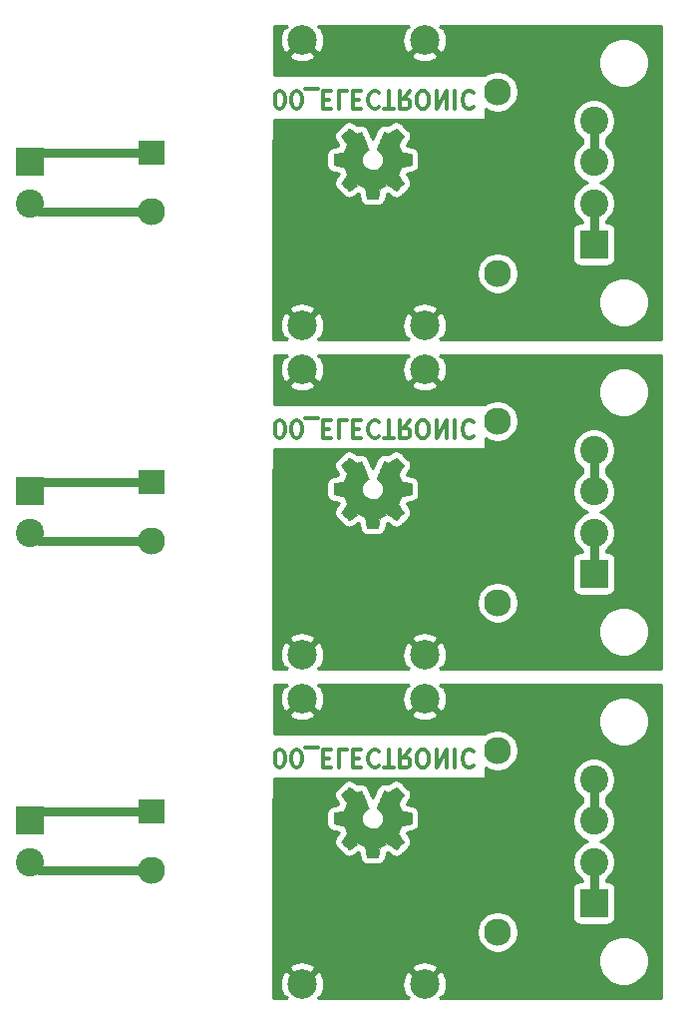
<source format=gbr>
G04 #@! TF.GenerationSoftware,KiCad,Pcbnew,5.1.5-52549c5~86~ubuntu18.04.1*
G04 #@! TF.CreationDate,2020-09-06T17:48:17-05:00*
G04 #@! TF.ProjectId,,58585858-5858-4585-9858-585858585858,rev?*
G04 #@! TF.SameCoordinates,Original*
G04 #@! TF.FileFunction,Copper,L2,Bot*
G04 #@! TF.FilePolarity,Positive*
%FSLAX46Y46*%
G04 Gerber Fmt 4.6, Leading zero omitted, Abs format (unit mm)*
G04 Created by KiCad (PCBNEW 5.1.5-52549c5~86~ubuntu18.04.1) date 2020-09-06 17:48:17*
%MOMM*%
%LPD*%
G04 APERTURE LIST*
%ADD10C,0.300000*%
%ADD11C,0.010000*%
%ADD12C,2.300000*%
%ADD13R,2.300000X2.000000*%
%ADD14C,2.499360*%
%ADD15R,2.400000X2.400000*%
%ADD16C,2.400000*%
%ADD17C,0.750000*%
%ADD18C,0.254000*%
G04 APERTURE END LIST*
D10*
X127894771Y-99957628D02*
X128037628Y-99957628D01*
X128180485Y-99886200D01*
X128251914Y-99814771D01*
X128323342Y-99671914D01*
X128394771Y-99386200D01*
X128394771Y-99029057D01*
X128323342Y-98743342D01*
X128251914Y-98600485D01*
X128180485Y-98529057D01*
X128037628Y-98457628D01*
X127894771Y-98457628D01*
X127751914Y-98529057D01*
X127680485Y-98600485D01*
X127609057Y-98743342D01*
X127537628Y-99029057D01*
X127537628Y-99386200D01*
X127609057Y-99671914D01*
X127680485Y-99814771D01*
X127751914Y-99886200D01*
X127894771Y-99957628D01*
X129323342Y-99957628D02*
X129466200Y-99957628D01*
X129609057Y-99886200D01*
X129680485Y-99814771D01*
X129751914Y-99671914D01*
X129823342Y-99386200D01*
X129823342Y-99029057D01*
X129751914Y-98743342D01*
X129680485Y-98600485D01*
X129609057Y-98529057D01*
X129466200Y-98457628D01*
X129323342Y-98457628D01*
X129180485Y-98529057D01*
X129109057Y-98600485D01*
X129037628Y-98743342D01*
X128966200Y-99029057D01*
X128966200Y-99386200D01*
X129037628Y-99671914D01*
X129109057Y-99814771D01*
X129180485Y-99886200D01*
X129323342Y-99957628D01*
X130109057Y-98314771D02*
X131251914Y-98314771D01*
X131609057Y-99243342D02*
X132109057Y-99243342D01*
X132323342Y-98457628D02*
X131609057Y-98457628D01*
X131609057Y-99957628D01*
X132323342Y-99957628D01*
X133680485Y-98457628D02*
X132966200Y-98457628D01*
X132966200Y-99957628D01*
X134180485Y-99243342D02*
X134680485Y-99243342D01*
X134894771Y-98457628D02*
X134180485Y-98457628D01*
X134180485Y-99957628D01*
X134894771Y-99957628D01*
X136394771Y-98600485D02*
X136323342Y-98529057D01*
X136109057Y-98457628D01*
X135966200Y-98457628D01*
X135751914Y-98529057D01*
X135609057Y-98671914D01*
X135537628Y-98814771D01*
X135466200Y-99100485D01*
X135466200Y-99314771D01*
X135537628Y-99600485D01*
X135609057Y-99743342D01*
X135751914Y-99886200D01*
X135966200Y-99957628D01*
X136109057Y-99957628D01*
X136323342Y-99886200D01*
X136394771Y-99814771D01*
X136823342Y-99957628D02*
X137680485Y-99957628D01*
X137251914Y-98457628D02*
X137251914Y-99957628D01*
X139037628Y-98457628D02*
X138537628Y-99171914D01*
X138180485Y-98457628D02*
X138180485Y-99957628D01*
X138751914Y-99957628D01*
X138894771Y-99886200D01*
X138966200Y-99814771D01*
X139037628Y-99671914D01*
X139037628Y-99457628D01*
X138966200Y-99314771D01*
X138894771Y-99243342D01*
X138751914Y-99171914D01*
X138180485Y-99171914D01*
X139966200Y-99957628D02*
X140251914Y-99957628D01*
X140394771Y-99886200D01*
X140537628Y-99743342D01*
X140609057Y-99457628D01*
X140609057Y-98957628D01*
X140537628Y-98671914D01*
X140394771Y-98529057D01*
X140251914Y-98457628D01*
X139966200Y-98457628D01*
X139823342Y-98529057D01*
X139680485Y-98671914D01*
X139609057Y-98957628D01*
X139609057Y-99457628D01*
X139680485Y-99743342D01*
X139823342Y-99886200D01*
X139966200Y-99957628D01*
X141251914Y-98457628D02*
X141251914Y-99957628D01*
X142109057Y-98457628D01*
X142109057Y-99957628D01*
X142823342Y-98457628D02*
X142823342Y-99957628D01*
X144394771Y-98600485D02*
X144323342Y-98529057D01*
X144109057Y-98457628D01*
X143966200Y-98457628D01*
X143751914Y-98529057D01*
X143609057Y-98671914D01*
X143537628Y-98814771D01*
X143466200Y-99100485D01*
X143466200Y-99314771D01*
X143537628Y-99600485D01*
X143609057Y-99743342D01*
X143751914Y-99886200D01*
X143966200Y-99957628D01*
X144109057Y-99957628D01*
X144323342Y-99886200D01*
X144394771Y-99814771D01*
X127894771Y-72017628D02*
X128037628Y-72017628D01*
X128180485Y-71946200D01*
X128251914Y-71874771D01*
X128323342Y-71731914D01*
X128394771Y-71446200D01*
X128394771Y-71089057D01*
X128323342Y-70803342D01*
X128251914Y-70660485D01*
X128180485Y-70589057D01*
X128037628Y-70517628D01*
X127894771Y-70517628D01*
X127751914Y-70589057D01*
X127680485Y-70660485D01*
X127609057Y-70803342D01*
X127537628Y-71089057D01*
X127537628Y-71446200D01*
X127609057Y-71731914D01*
X127680485Y-71874771D01*
X127751914Y-71946200D01*
X127894771Y-72017628D01*
X129323342Y-72017628D02*
X129466200Y-72017628D01*
X129609057Y-71946200D01*
X129680485Y-71874771D01*
X129751914Y-71731914D01*
X129823342Y-71446200D01*
X129823342Y-71089057D01*
X129751914Y-70803342D01*
X129680485Y-70660485D01*
X129609057Y-70589057D01*
X129466200Y-70517628D01*
X129323342Y-70517628D01*
X129180485Y-70589057D01*
X129109057Y-70660485D01*
X129037628Y-70803342D01*
X128966200Y-71089057D01*
X128966200Y-71446200D01*
X129037628Y-71731914D01*
X129109057Y-71874771D01*
X129180485Y-71946200D01*
X129323342Y-72017628D01*
X130109057Y-70374771D02*
X131251914Y-70374771D01*
X131609057Y-71303342D02*
X132109057Y-71303342D01*
X132323342Y-70517628D02*
X131609057Y-70517628D01*
X131609057Y-72017628D01*
X132323342Y-72017628D01*
X133680485Y-70517628D02*
X132966200Y-70517628D01*
X132966200Y-72017628D01*
X134180485Y-71303342D02*
X134680485Y-71303342D01*
X134894771Y-70517628D02*
X134180485Y-70517628D01*
X134180485Y-72017628D01*
X134894771Y-72017628D01*
X136394771Y-70660485D02*
X136323342Y-70589057D01*
X136109057Y-70517628D01*
X135966200Y-70517628D01*
X135751914Y-70589057D01*
X135609057Y-70731914D01*
X135537628Y-70874771D01*
X135466200Y-71160485D01*
X135466200Y-71374771D01*
X135537628Y-71660485D01*
X135609057Y-71803342D01*
X135751914Y-71946200D01*
X135966200Y-72017628D01*
X136109057Y-72017628D01*
X136323342Y-71946200D01*
X136394771Y-71874771D01*
X136823342Y-72017628D02*
X137680485Y-72017628D01*
X137251914Y-70517628D02*
X137251914Y-72017628D01*
X139037628Y-70517628D02*
X138537628Y-71231914D01*
X138180485Y-70517628D02*
X138180485Y-72017628D01*
X138751914Y-72017628D01*
X138894771Y-71946200D01*
X138966200Y-71874771D01*
X139037628Y-71731914D01*
X139037628Y-71517628D01*
X138966200Y-71374771D01*
X138894771Y-71303342D01*
X138751914Y-71231914D01*
X138180485Y-71231914D01*
X139966200Y-72017628D02*
X140251914Y-72017628D01*
X140394771Y-71946200D01*
X140537628Y-71803342D01*
X140609057Y-71517628D01*
X140609057Y-71017628D01*
X140537628Y-70731914D01*
X140394771Y-70589057D01*
X140251914Y-70517628D01*
X139966200Y-70517628D01*
X139823342Y-70589057D01*
X139680485Y-70731914D01*
X139609057Y-71017628D01*
X139609057Y-71517628D01*
X139680485Y-71803342D01*
X139823342Y-71946200D01*
X139966200Y-72017628D01*
X141251914Y-70517628D02*
X141251914Y-72017628D01*
X142109057Y-70517628D01*
X142109057Y-72017628D01*
X142823342Y-70517628D02*
X142823342Y-72017628D01*
X144394771Y-70660485D02*
X144323342Y-70589057D01*
X144109057Y-70517628D01*
X143966200Y-70517628D01*
X143751914Y-70589057D01*
X143609057Y-70731914D01*
X143537628Y-70874771D01*
X143466200Y-71160485D01*
X143466200Y-71374771D01*
X143537628Y-71660485D01*
X143609057Y-71803342D01*
X143751914Y-71946200D01*
X143966200Y-72017628D01*
X144109057Y-72017628D01*
X144323342Y-71946200D01*
X144394771Y-71874771D01*
X127894771Y-44077628D02*
X128037628Y-44077628D01*
X128180485Y-44006200D01*
X128251914Y-43934771D01*
X128323342Y-43791914D01*
X128394771Y-43506200D01*
X128394771Y-43149057D01*
X128323342Y-42863342D01*
X128251914Y-42720485D01*
X128180485Y-42649057D01*
X128037628Y-42577628D01*
X127894771Y-42577628D01*
X127751914Y-42649057D01*
X127680485Y-42720485D01*
X127609057Y-42863342D01*
X127537628Y-43149057D01*
X127537628Y-43506200D01*
X127609057Y-43791914D01*
X127680485Y-43934771D01*
X127751914Y-44006200D01*
X127894771Y-44077628D01*
X129323342Y-44077628D02*
X129466200Y-44077628D01*
X129609057Y-44006200D01*
X129680485Y-43934771D01*
X129751914Y-43791914D01*
X129823342Y-43506200D01*
X129823342Y-43149057D01*
X129751914Y-42863342D01*
X129680485Y-42720485D01*
X129609057Y-42649057D01*
X129466200Y-42577628D01*
X129323342Y-42577628D01*
X129180485Y-42649057D01*
X129109057Y-42720485D01*
X129037628Y-42863342D01*
X128966200Y-43149057D01*
X128966200Y-43506200D01*
X129037628Y-43791914D01*
X129109057Y-43934771D01*
X129180485Y-44006200D01*
X129323342Y-44077628D01*
X130109057Y-42434771D02*
X131251914Y-42434771D01*
X131609057Y-43363342D02*
X132109057Y-43363342D01*
X132323342Y-42577628D02*
X131609057Y-42577628D01*
X131609057Y-44077628D01*
X132323342Y-44077628D01*
X133680485Y-42577628D02*
X132966200Y-42577628D01*
X132966200Y-44077628D01*
X134180485Y-43363342D02*
X134680485Y-43363342D01*
X134894771Y-42577628D02*
X134180485Y-42577628D01*
X134180485Y-44077628D01*
X134894771Y-44077628D01*
X136394771Y-42720485D02*
X136323342Y-42649057D01*
X136109057Y-42577628D01*
X135966200Y-42577628D01*
X135751914Y-42649057D01*
X135609057Y-42791914D01*
X135537628Y-42934771D01*
X135466200Y-43220485D01*
X135466200Y-43434771D01*
X135537628Y-43720485D01*
X135609057Y-43863342D01*
X135751914Y-44006200D01*
X135966200Y-44077628D01*
X136109057Y-44077628D01*
X136323342Y-44006200D01*
X136394771Y-43934771D01*
X136823342Y-44077628D02*
X137680485Y-44077628D01*
X137251914Y-42577628D02*
X137251914Y-44077628D01*
X139037628Y-42577628D02*
X138537628Y-43291914D01*
X138180485Y-42577628D02*
X138180485Y-44077628D01*
X138751914Y-44077628D01*
X138894771Y-44006200D01*
X138966200Y-43934771D01*
X139037628Y-43791914D01*
X139037628Y-43577628D01*
X138966200Y-43434771D01*
X138894771Y-43363342D01*
X138751914Y-43291914D01*
X138180485Y-43291914D01*
X139966200Y-44077628D02*
X140251914Y-44077628D01*
X140394771Y-44006200D01*
X140537628Y-43863342D01*
X140609057Y-43577628D01*
X140609057Y-43077628D01*
X140537628Y-42791914D01*
X140394771Y-42649057D01*
X140251914Y-42577628D01*
X139966200Y-42577628D01*
X139823342Y-42649057D01*
X139680485Y-42791914D01*
X139609057Y-43077628D01*
X139609057Y-43577628D01*
X139680485Y-43863342D01*
X139823342Y-44006200D01*
X139966200Y-44077628D01*
X141251914Y-42577628D02*
X141251914Y-44077628D01*
X142109057Y-42577628D01*
X142109057Y-44077628D01*
X142823342Y-42577628D02*
X142823342Y-44077628D01*
X144394771Y-42720485D02*
X144323342Y-42649057D01*
X144109057Y-42577628D01*
X143966200Y-42577628D01*
X143751914Y-42649057D01*
X143609057Y-42791914D01*
X143537628Y-42934771D01*
X143466200Y-43220485D01*
X143466200Y-43434771D01*
X143537628Y-43720485D01*
X143609057Y-43863342D01*
X143751914Y-44006200D01*
X143966200Y-44077628D01*
X144109057Y-44077628D01*
X144323342Y-44006200D01*
X144394771Y-43934771D01*
D11*
G36*
X136395014Y-107128269D02*
G01*
X136478835Y-106683645D01*
X136788120Y-106556147D01*
X137097406Y-106428649D01*
X137468446Y-106680954D01*
X137572357Y-106751204D01*
X137666287Y-106813928D01*
X137745852Y-106866262D01*
X137806670Y-106905343D01*
X137844357Y-106928307D01*
X137854621Y-106933258D01*
X137873110Y-106920524D01*
X137912620Y-106885318D01*
X137968722Y-106832138D01*
X138036987Y-106765482D01*
X138112986Y-106689846D01*
X138192292Y-106609728D01*
X138270475Y-106529626D01*
X138343107Y-106454036D01*
X138405759Y-106387455D01*
X138454003Y-106334382D01*
X138483410Y-106299313D01*
X138490441Y-106287577D01*
X138480323Y-106265940D01*
X138451959Y-106218538D01*
X138408329Y-106150007D01*
X138352418Y-106064985D01*
X138287206Y-105968107D01*
X138249419Y-105912850D01*
X138180543Y-105811952D01*
X138119340Y-105720901D01*
X138068778Y-105644230D01*
X138031828Y-105586472D01*
X138011458Y-105552157D01*
X138008397Y-105544946D01*
X138015336Y-105524452D01*
X138034251Y-105476687D01*
X138062287Y-105408368D01*
X138096591Y-105326211D01*
X138134309Y-105236930D01*
X138172587Y-105147242D01*
X138208570Y-105063862D01*
X138239406Y-104993506D01*
X138262239Y-104942890D01*
X138274217Y-104918729D01*
X138274924Y-104917778D01*
X138293731Y-104913164D01*
X138343818Y-104902872D01*
X138419993Y-104887913D01*
X138517065Y-104869299D01*
X138629843Y-104848041D01*
X138695642Y-104835782D01*
X138816150Y-104812838D01*
X138924997Y-104791005D01*
X139016676Y-104771478D01*
X139085681Y-104755452D01*
X139126504Y-104744121D01*
X139134711Y-104740526D01*
X139142748Y-104716194D01*
X139149233Y-104661241D01*
X139154170Y-104582092D01*
X139157564Y-104485174D01*
X139159418Y-104376913D01*
X139159738Y-104263735D01*
X139158527Y-104152065D01*
X139155790Y-104048332D01*
X139151531Y-103958959D01*
X139145755Y-103890374D01*
X139138467Y-103849003D01*
X139134095Y-103840390D01*
X139107964Y-103830067D01*
X139052593Y-103815308D01*
X138975307Y-103797848D01*
X138883430Y-103779420D01*
X138851358Y-103773459D01*
X138696724Y-103745134D01*
X138574575Y-103722324D01*
X138480873Y-103704120D01*
X138411584Y-103689617D01*
X138362671Y-103677908D01*
X138330097Y-103668085D01*
X138309828Y-103659244D01*
X138297826Y-103650476D01*
X138296147Y-103648743D01*
X138279384Y-103620829D01*
X138253814Y-103566505D01*
X138221988Y-103492423D01*
X138186460Y-103405235D01*
X138149783Y-103311592D01*
X138114511Y-103218148D01*
X138083196Y-103131553D01*
X138058393Y-103058460D01*
X138042654Y-103005522D01*
X138038532Y-102979389D01*
X138038876Y-102978474D01*
X138052841Y-102957114D01*
X138084522Y-102910116D01*
X138130591Y-102842373D01*
X138187718Y-102758777D01*
X138252573Y-102664218D01*
X138271043Y-102637346D01*
X138336899Y-102539925D01*
X138394850Y-102451037D01*
X138441738Y-102375788D01*
X138474407Y-102319280D01*
X138489700Y-102286619D01*
X138490441Y-102282607D01*
X138477592Y-102261516D01*
X138442088Y-102219736D01*
X138388493Y-102161755D01*
X138321371Y-102092065D01*
X138245287Y-102015155D01*
X138164804Y-101935517D01*
X138084487Y-101857639D01*
X138008899Y-101786014D01*
X137942605Y-101725130D01*
X137890169Y-101679479D01*
X137856155Y-101653550D01*
X137846745Y-101649317D01*
X137824843Y-101659288D01*
X137780000Y-101686180D01*
X137719521Y-101725464D01*
X137672989Y-101757083D01*
X137588675Y-101815102D01*
X137488826Y-101883416D01*
X137388673Y-101951621D01*
X137334827Y-101988125D01*
X137152571Y-102111400D01*
X136999581Y-102028680D01*
X136929882Y-101992441D01*
X136870614Y-101964274D01*
X136830511Y-101948209D01*
X136820303Y-101945974D01*
X136808029Y-101962478D01*
X136783813Y-102009118D01*
X136749463Y-102081591D01*
X136706788Y-102175594D01*
X136657594Y-102286826D01*
X136603690Y-102410985D01*
X136546884Y-102543768D01*
X136488982Y-102680873D01*
X136431793Y-102817998D01*
X136377124Y-102950842D01*
X136326784Y-103075102D01*
X136282580Y-103186475D01*
X136246319Y-103280661D01*
X136219809Y-103353356D01*
X136204858Y-103400259D01*
X136202454Y-103416367D01*
X136221511Y-103436914D01*
X136263236Y-103470267D01*
X136318906Y-103509498D01*
X136323578Y-103512601D01*
X136467464Y-103627777D01*
X136583483Y-103762147D01*
X136670630Y-103911416D01*
X136727899Y-104071287D01*
X136754286Y-104237463D01*
X136748785Y-104405648D01*
X136710390Y-104571545D01*
X136638095Y-104730858D01*
X136616826Y-104765713D01*
X136506196Y-104906463D01*
X136375502Y-105019486D01*
X136229264Y-105104197D01*
X136072008Y-105160006D01*
X135908257Y-105186326D01*
X135742533Y-105182570D01*
X135579362Y-105148150D01*
X135423265Y-105082477D01*
X135278767Y-104984965D01*
X135234069Y-104945387D01*
X135120312Y-104821497D01*
X135037418Y-104691076D01*
X134980556Y-104544885D01*
X134948887Y-104400112D01*
X134941069Y-104237340D01*
X134967138Y-104073760D01*
X135024445Y-103914902D01*
X135110344Y-103766294D01*
X135222186Y-103633465D01*
X135357323Y-103521944D01*
X135375083Y-103510189D01*
X135431350Y-103471692D01*
X135474123Y-103438337D01*
X135494572Y-103417040D01*
X135494869Y-103416367D01*
X135490479Y-103393329D01*
X135473076Y-103341043D01*
X135444468Y-103263810D01*
X135406465Y-103165932D01*
X135360874Y-103051709D01*
X135309503Y-102925442D01*
X135254162Y-102791433D01*
X135196658Y-102653982D01*
X135138801Y-102517392D01*
X135082398Y-102385963D01*
X135029258Y-102263995D01*
X134981190Y-102155791D01*
X134940001Y-102065651D01*
X134907501Y-101997877D01*
X134885497Y-101956770D01*
X134876636Y-101945974D01*
X134849560Y-101954381D01*
X134798897Y-101976928D01*
X134733383Y-102009587D01*
X134697359Y-102028680D01*
X134544368Y-102111400D01*
X134362112Y-101988125D01*
X134269075Y-101924972D01*
X134167215Y-101855473D01*
X134071762Y-101790035D01*
X134023950Y-101757083D01*
X133956705Y-101711927D01*
X133899764Y-101676143D01*
X133860554Y-101654262D01*
X133847819Y-101649637D01*
X133829283Y-101662115D01*
X133788259Y-101696948D01*
X133728725Y-101750522D01*
X133654658Y-101819217D01*
X133570035Y-101899419D01*
X133516515Y-101950914D01*
X133422881Y-102042914D01*
X133341959Y-102125201D01*
X133277023Y-102194255D01*
X133231342Y-102246556D01*
X133208189Y-102278584D01*
X133205968Y-102285084D01*
X133216276Y-102309806D01*
X133244761Y-102359795D01*
X133288263Y-102429988D01*
X133343623Y-102515325D01*
X133407680Y-102610744D01*
X133425897Y-102637346D01*
X133492273Y-102734033D01*
X133551822Y-102821083D01*
X133601216Y-102893605D01*
X133637125Y-102946707D01*
X133656219Y-102975497D01*
X133658064Y-102978474D01*
X133655305Y-103001418D01*
X133640662Y-103051864D01*
X133616687Y-103123159D01*
X133585934Y-103208653D01*
X133550956Y-103301693D01*
X133514307Y-103395626D01*
X133478539Y-103483801D01*
X133446206Y-103559566D01*
X133419862Y-103616269D01*
X133402058Y-103647257D01*
X133400793Y-103648743D01*
X133389906Y-103657599D01*
X133371518Y-103666357D01*
X133341594Y-103675923D01*
X133296097Y-103687204D01*
X133230991Y-103701107D01*
X133142239Y-103718537D01*
X133025807Y-103740402D01*
X132877658Y-103767609D01*
X132845582Y-103773459D01*
X132750514Y-103791826D01*
X132667635Y-103809795D01*
X132604270Y-103825631D01*
X132567742Y-103837600D01*
X132562844Y-103840390D01*
X132554773Y-103865128D01*
X132548213Y-103920410D01*
X132543167Y-103999811D01*
X132539641Y-104096904D01*
X132537639Y-104205262D01*
X132537164Y-104318460D01*
X132538223Y-104430072D01*
X132540818Y-104533671D01*
X132544954Y-104622832D01*
X132550637Y-104691128D01*
X132557869Y-104732134D01*
X132562229Y-104740526D01*
X132586502Y-104748992D01*
X132641774Y-104762765D01*
X132722538Y-104780650D01*
X132823288Y-104801452D01*
X132938517Y-104823977D01*
X133001298Y-104835782D01*
X133120413Y-104858049D01*
X133226635Y-104878221D01*
X133314773Y-104895285D01*
X133379634Y-104908231D01*
X133416026Y-104916045D01*
X133422016Y-104917778D01*
X133432139Y-104937310D01*
X133453538Y-104984357D01*
X133483361Y-105052197D01*
X133518755Y-105134109D01*
X133556868Y-105223372D01*
X133594847Y-105313265D01*
X133629840Y-105397065D01*
X133658994Y-105468053D01*
X133679457Y-105519506D01*
X133688377Y-105544703D01*
X133688543Y-105545804D01*
X133678431Y-105565681D01*
X133650083Y-105611423D01*
X133606477Y-105678483D01*
X133550594Y-105762316D01*
X133485413Y-105858374D01*
X133447521Y-105913550D01*
X133378475Y-106014719D01*
X133317150Y-106106570D01*
X133266537Y-106184456D01*
X133229629Y-106243731D01*
X133209418Y-106279749D01*
X133206499Y-106287823D01*
X133219047Y-106306616D01*
X133253737Y-106346743D01*
X133306137Y-106403707D01*
X133371816Y-106473015D01*
X133446344Y-106550169D01*
X133525287Y-106630675D01*
X133604217Y-106710037D01*
X133678700Y-106783760D01*
X133744306Y-106847348D01*
X133796604Y-106896306D01*
X133831161Y-106926139D01*
X133842722Y-106933258D01*
X133861546Y-106923247D01*
X133906569Y-106895122D01*
X133973413Y-106851746D01*
X134057701Y-106795982D01*
X134155056Y-106730694D01*
X134228493Y-106680954D01*
X134599533Y-106428649D01*
X135218105Y-106683645D01*
X135301925Y-107128269D01*
X135385746Y-107572893D01*
X136311194Y-107572893D01*
X136395014Y-107128269D01*
G37*
X136395014Y-107128269D02*
X136478835Y-106683645D01*
X136788120Y-106556147D01*
X137097406Y-106428649D01*
X137468446Y-106680954D01*
X137572357Y-106751204D01*
X137666287Y-106813928D01*
X137745852Y-106866262D01*
X137806670Y-106905343D01*
X137844357Y-106928307D01*
X137854621Y-106933258D01*
X137873110Y-106920524D01*
X137912620Y-106885318D01*
X137968722Y-106832138D01*
X138036987Y-106765482D01*
X138112986Y-106689846D01*
X138192292Y-106609728D01*
X138270475Y-106529626D01*
X138343107Y-106454036D01*
X138405759Y-106387455D01*
X138454003Y-106334382D01*
X138483410Y-106299313D01*
X138490441Y-106287577D01*
X138480323Y-106265940D01*
X138451959Y-106218538D01*
X138408329Y-106150007D01*
X138352418Y-106064985D01*
X138287206Y-105968107D01*
X138249419Y-105912850D01*
X138180543Y-105811952D01*
X138119340Y-105720901D01*
X138068778Y-105644230D01*
X138031828Y-105586472D01*
X138011458Y-105552157D01*
X138008397Y-105544946D01*
X138015336Y-105524452D01*
X138034251Y-105476687D01*
X138062287Y-105408368D01*
X138096591Y-105326211D01*
X138134309Y-105236930D01*
X138172587Y-105147242D01*
X138208570Y-105063862D01*
X138239406Y-104993506D01*
X138262239Y-104942890D01*
X138274217Y-104918729D01*
X138274924Y-104917778D01*
X138293731Y-104913164D01*
X138343818Y-104902872D01*
X138419993Y-104887913D01*
X138517065Y-104869299D01*
X138629843Y-104848041D01*
X138695642Y-104835782D01*
X138816150Y-104812838D01*
X138924997Y-104791005D01*
X139016676Y-104771478D01*
X139085681Y-104755452D01*
X139126504Y-104744121D01*
X139134711Y-104740526D01*
X139142748Y-104716194D01*
X139149233Y-104661241D01*
X139154170Y-104582092D01*
X139157564Y-104485174D01*
X139159418Y-104376913D01*
X139159738Y-104263735D01*
X139158527Y-104152065D01*
X139155790Y-104048332D01*
X139151531Y-103958959D01*
X139145755Y-103890374D01*
X139138467Y-103849003D01*
X139134095Y-103840390D01*
X139107964Y-103830067D01*
X139052593Y-103815308D01*
X138975307Y-103797848D01*
X138883430Y-103779420D01*
X138851358Y-103773459D01*
X138696724Y-103745134D01*
X138574575Y-103722324D01*
X138480873Y-103704120D01*
X138411584Y-103689617D01*
X138362671Y-103677908D01*
X138330097Y-103668085D01*
X138309828Y-103659244D01*
X138297826Y-103650476D01*
X138296147Y-103648743D01*
X138279384Y-103620829D01*
X138253814Y-103566505D01*
X138221988Y-103492423D01*
X138186460Y-103405235D01*
X138149783Y-103311592D01*
X138114511Y-103218148D01*
X138083196Y-103131553D01*
X138058393Y-103058460D01*
X138042654Y-103005522D01*
X138038532Y-102979389D01*
X138038876Y-102978474D01*
X138052841Y-102957114D01*
X138084522Y-102910116D01*
X138130591Y-102842373D01*
X138187718Y-102758777D01*
X138252573Y-102664218D01*
X138271043Y-102637346D01*
X138336899Y-102539925D01*
X138394850Y-102451037D01*
X138441738Y-102375788D01*
X138474407Y-102319280D01*
X138489700Y-102286619D01*
X138490441Y-102282607D01*
X138477592Y-102261516D01*
X138442088Y-102219736D01*
X138388493Y-102161755D01*
X138321371Y-102092065D01*
X138245287Y-102015155D01*
X138164804Y-101935517D01*
X138084487Y-101857639D01*
X138008899Y-101786014D01*
X137942605Y-101725130D01*
X137890169Y-101679479D01*
X137856155Y-101653550D01*
X137846745Y-101649317D01*
X137824843Y-101659288D01*
X137780000Y-101686180D01*
X137719521Y-101725464D01*
X137672989Y-101757083D01*
X137588675Y-101815102D01*
X137488826Y-101883416D01*
X137388673Y-101951621D01*
X137334827Y-101988125D01*
X137152571Y-102111400D01*
X136999581Y-102028680D01*
X136929882Y-101992441D01*
X136870614Y-101964274D01*
X136830511Y-101948209D01*
X136820303Y-101945974D01*
X136808029Y-101962478D01*
X136783813Y-102009118D01*
X136749463Y-102081591D01*
X136706788Y-102175594D01*
X136657594Y-102286826D01*
X136603690Y-102410985D01*
X136546884Y-102543768D01*
X136488982Y-102680873D01*
X136431793Y-102817998D01*
X136377124Y-102950842D01*
X136326784Y-103075102D01*
X136282580Y-103186475D01*
X136246319Y-103280661D01*
X136219809Y-103353356D01*
X136204858Y-103400259D01*
X136202454Y-103416367D01*
X136221511Y-103436914D01*
X136263236Y-103470267D01*
X136318906Y-103509498D01*
X136323578Y-103512601D01*
X136467464Y-103627777D01*
X136583483Y-103762147D01*
X136670630Y-103911416D01*
X136727899Y-104071287D01*
X136754286Y-104237463D01*
X136748785Y-104405648D01*
X136710390Y-104571545D01*
X136638095Y-104730858D01*
X136616826Y-104765713D01*
X136506196Y-104906463D01*
X136375502Y-105019486D01*
X136229264Y-105104197D01*
X136072008Y-105160006D01*
X135908257Y-105186326D01*
X135742533Y-105182570D01*
X135579362Y-105148150D01*
X135423265Y-105082477D01*
X135278767Y-104984965D01*
X135234069Y-104945387D01*
X135120312Y-104821497D01*
X135037418Y-104691076D01*
X134980556Y-104544885D01*
X134948887Y-104400112D01*
X134941069Y-104237340D01*
X134967138Y-104073760D01*
X135024445Y-103914902D01*
X135110344Y-103766294D01*
X135222186Y-103633465D01*
X135357323Y-103521944D01*
X135375083Y-103510189D01*
X135431350Y-103471692D01*
X135474123Y-103438337D01*
X135494572Y-103417040D01*
X135494869Y-103416367D01*
X135490479Y-103393329D01*
X135473076Y-103341043D01*
X135444468Y-103263810D01*
X135406465Y-103165932D01*
X135360874Y-103051709D01*
X135309503Y-102925442D01*
X135254162Y-102791433D01*
X135196658Y-102653982D01*
X135138801Y-102517392D01*
X135082398Y-102385963D01*
X135029258Y-102263995D01*
X134981190Y-102155791D01*
X134940001Y-102065651D01*
X134907501Y-101997877D01*
X134885497Y-101956770D01*
X134876636Y-101945974D01*
X134849560Y-101954381D01*
X134798897Y-101976928D01*
X134733383Y-102009587D01*
X134697359Y-102028680D01*
X134544368Y-102111400D01*
X134362112Y-101988125D01*
X134269075Y-101924972D01*
X134167215Y-101855473D01*
X134071762Y-101790035D01*
X134023950Y-101757083D01*
X133956705Y-101711927D01*
X133899764Y-101676143D01*
X133860554Y-101654262D01*
X133847819Y-101649637D01*
X133829283Y-101662115D01*
X133788259Y-101696948D01*
X133728725Y-101750522D01*
X133654658Y-101819217D01*
X133570035Y-101899419D01*
X133516515Y-101950914D01*
X133422881Y-102042914D01*
X133341959Y-102125201D01*
X133277023Y-102194255D01*
X133231342Y-102246556D01*
X133208189Y-102278584D01*
X133205968Y-102285084D01*
X133216276Y-102309806D01*
X133244761Y-102359795D01*
X133288263Y-102429988D01*
X133343623Y-102515325D01*
X133407680Y-102610744D01*
X133425897Y-102637346D01*
X133492273Y-102734033D01*
X133551822Y-102821083D01*
X133601216Y-102893605D01*
X133637125Y-102946707D01*
X133656219Y-102975497D01*
X133658064Y-102978474D01*
X133655305Y-103001418D01*
X133640662Y-103051864D01*
X133616687Y-103123159D01*
X133585934Y-103208653D01*
X133550956Y-103301693D01*
X133514307Y-103395626D01*
X133478539Y-103483801D01*
X133446206Y-103559566D01*
X133419862Y-103616269D01*
X133402058Y-103647257D01*
X133400793Y-103648743D01*
X133389906Y-103657599D01*
X133371518Y-103666357D01*
X133341594Y-103675923D01*
X133296097Y-103687204D01*
X133230991Y-103701107D01*
X133142239Y-103718537D01*
X133025807Y-103740402D01*
X132877658Y-103767609D01*
X132845582Y-103773459D01*
X132750514Y-103791826D01*
X132667635Y-103809795D01*
X132604270Y-103825631D01*
X132567742Y-103837600D01*
X132562844Y-103840390D01*
X132554773Y-103865128D01*
X132548213Y-103920410D01*
X132543167Y-103999811D01*
X132539641Y-104096904D01*
X132537639Y-104205262D01*
X132537164Y-104318460D01*
X132538223Y-104430072D01*
X132540818Y-104533671D01*
X132544954Y-104622832D01*
X132550637Y-104691128D01*
X132557869Y-104732134D01*
X132562229Y-104740526D01*
X132586502Y-104748992D01*
X132641774Y-104762765D01*
X132722538Y-104780650D01*
X132823288Y-104801452D01*
X132938517Y-104823977D01*
X133001298Y-104835782D01*
X133120413Y-104858049D01*
X133226635Y-104878221D01*
X133314773Y-104895285D01*
X133379634Y-104908231D01*
X133416026Y-104916045D01*
X133422016Y-104917778D01*
X133432139Y-104937310D01*
X133453538Y-104984357D01*
X133483361Y-105052197D01*
X133518755Y-105134109D01*
X133556868Y-105223372D01*
X133594847Y-105313265D01*
X133629840Y-105397065D01*
X133658994Y-105468053D01*
X133679457Y-105519506D01*
X133688377Y-105544703D01*
X133688543Y-105545804D01*
X133678431Y-105565681D01*
X133650083Y-105611423D01*
X133606477Y-105678483D01*
X133550594Y-105762316D01*
X133485413Y-105858374D01*
X133447521Y-105913550D01*
X133378475Y-106014719D01*
X133317150Y-106106570D01*
X133266537Y-106184456D01*
X133229629Y-106243731D01*
X133209418Y-106279749D01*
X133206499Y-106287823D01*
X133219047Y-106306616D01*
X133253737Y-106346743D01*
X133306137Y-106403707D01*
X133371816Y-106473015D01*
X133446344Y-106550169D01*
X133525287Y-106630675D01*
X133604217Y-106710037D01*
X133678700Y-106783760D01*
X133744306Y-106847348D01*
X133796604Y-106896306D01*
X133831161Y-106926139D01*
X133842722Y-106933258D01*
X133861546Y-106923247D01*
X133906569Y-106895122D01*
X133973413Y-106851746D01*
X134057701Y-106795982D01*
X134155056Y-106730694D01*
X134228493Y-106680954D01*
X134599533Y-106428649D01*
X135218105Y-106683645D01*
X135301925Y-107128269D01*
X135385746Y-107572893D01*
X136311194Y-107572893D01*
X136395014Y-107128269D01*
G36*
X136395014Y-79188269D02*
G01*
X136478835Y-78743645D01*
X136788120Y-78616147D01*
X137097406Y-78488649D01*
X137468446Y-78740954D01*
X137572357Y-78811204D01*
X137666287Y-78873928D01*
X137745852Y-78926262D01*
X137806670Y-78965343D01*
X137844357Y-78988307D01*
X137854621Y-78993258D01*
X137873110Y-78980524D01*
X137912620Y-78945318D01*
X137968722Y-78892138D01*
X138036987Y-78825482D01*
X138112986Y-78749846D01*
X138192292Y-78669728D01*
X138270475Y-78589626D01*
X138343107Y-78514036D01*
X138405759Y-78447455D01*
X138454003Y-78394382D01*
X138483410Y-78359313D01*
X138490441Y-78347577D01*
X138480323Y-78325940D01*
X138451959Y-78278538D01*
X138408329Y-78210007D01*
X138352418Y-78124985D01*
X138287206Y-78028107D01*
X138249419Y-77972850D01*
X138180543Y-77871952D01*
X138119340Y-77780901D01*
X138068778Y-77704230D01*
X138031828Y-77646472D01*
X138011458Y-77612157D01*
X138008397Y-77604946D01*
X138015336Y-77584452D01*
X138034251Y-77536687D01*
X138062287Y-77468368D01*
X138096591Y-77386211D01*
X138134309Y-77296930D01*
X138172587Y-77207242D01*
X138208570Y-77123862D01*
X138239406Y-77053506D01*
X138262239Y-77002890D01*
X138274217Y-76978729D01*
X138274924Y-76977778D01*
X138293731Y-76973164D01*
X138343818Y-76962872D01*
X138419993Y-76947913D01*
X138517065Y-76929299D01*
X138629843Y-76908041D01*
X138695642Y-76895782D01*
X138816150Y-76872838D01*
X138924997Y-76851005D01*
X139016676Y-76831478D01*
X139085681Y-76815452D01*
X139126504Y-76804121D01*
X139134711Y-76800526D01*
X139142748Y-76776194D01*
X139149233Y-76721241D01*
X139154170Y-76642092D01*
X139157564Y-76545174D01*
X139159418Y-76436913D01*
X139159738Y-76323735D01*
X139158527Y-76212065D01*
X139155790Y-76108332D01*
X139151531Y-76018959D01*
X139145755Y-75950374D01*
X139138467Y-75909003D01*
X139134095Y-75900390D01*
X139107964Y-75890067D01*
X139052593Y-75875308D01*
X138975307Y-75857848D01*
X138883430Y-75839420D01*
X138851358Y-75833459D01*
X138696724Y-75805134D01*
X138574575Y-75782324D01*
X138480873Y-75764120D01*
X138411584Y-75749617D01*
X138362671Y-75737908D01*
X138330097Y-75728085D01*
X138309828Y-75719244D01*
X138297826Y-75710476D01*
X138296147Y-75708743D01*
X138279384Y-75680829D01*
X138253814Y-75626505D01*
X138221988Y-75552423D01*
X138186460Y-75465235D01*
X138149783Y-75371592D01*
X138114511Y-75278148D01*
X138083196Y-75191553D01*
X138058393Y-75118460D01*
X138042654Y-75065522D01*
X138038532Y-75039389D01*
X138038876Y-75038474D01*
X138052841Y-75017114D01*
X138084522Y-74970116D01*
X138130591Y-74902373D01*
X138187718Y-74818777D01*
X138252573Y-74724218D01*
X138271043Y-74697346D01*
X138336899Y-74599925D01*
X138394850Y-74511037D01*
X138441738Y-74435788D01*
X138474407Y-74379280D01*
X138489700Y-74346619D01*
X138490441Y-74342607D01*
X138477592Y-74321516D01*
X138442088Y-74279736D01*
X138388493Y-74221755D01*
X138321371Y-74152065D01*
X138245287Y-74075155D01*
X138164804Y-73995517D01*
X138084487Y-73917639D01*
X138008899Y-73846014D01*
X137942605Y-73785130D01*
X137890169Y-73739479D01*
X137856155Y-73713550D01*
X137846745Y-73709317D01*
X137824843Y-73719288D01*
X137780000Y-73746180D01*
X137719521Y-73785464D01*
X137672989Y-73817083D01*
X137588675Y-73875102D01*
X137488826Y-73943416D01*
X137388673Y-74011621D01*
X137334827Y-74048125D01*
X137152571Y-74171400D01*
X136999581Y-74088680D01*
X136929882Y-74052441D01*
X136870614Y-74024274D01*
X136830511Y-74008209D01*
X136820303Y-74005974D01*
X136808029Y-74022478D01*
X136783813Y-74069118D01*
X136749463Y-74141591D01*
X136706788Y-74235594D01*
X136657594Y-74346826D01*
X136603690Y-74470985D01*
X136546884Y-74603768D01*
X136488982Y-74740873D01*
X136431793Y-74877998D01*
X136377124Y-75010842D01*
X136326784Y-75135102D01*
X136282580Y-75246475D01*
X136246319Y-75340661D01*
X136219809Y-75413356D01*
X136204858Y-75460259D01*
X136202454Y-75476367D01*
X136221511Y-75496914D01*
X136263236Y-75530267D01*
X136318906Y-75569498D01*
X136323578Y-75572601D01*
X136467464Y-75687777D01*
X136583483Y-75822147D01*
X136670630Y-75971416D01*
X136727899Y-76131287D01*
X136754286Y-76297463D01*
X136748785Y-76465648D01*
X136710390Y-76631545D01*
X136638095Y-76790858D01*
X136616826Y-76825713D01*
X136506196Y-76966463D01*
X136375502Y-77079486D01*
X136229264Y-77164197D01*
X136072008Y-77220006D01*
X135908257Y-77246326D01*
X135742533Y-77242570D01*
X135579362Y-77208150D01*
X135423265Y-77142477D01*
X135278767Y-77044965D01*
X135234069Y-77005387D01*
X135120312Y-76881497D01*
X135037418Y-76751076D01*
X134980556Y-76604885D01*
X134948887Y-76460112D01*
X134941069Y-76297340D01*
X134967138Y-76133760D01*
X135024445Y-75974902D01*
X135110344Y-75826294D01*
X135222186Y-75693465D01*
X135357323Y-75581944D01*
X135375083Y-75570189D01*
X135431350Y-75531692D01*
X135474123Y-75498337D01*
X135494572Y-75477040D01*
X135494869Y-75476367D01*
X135490479Y-75453329D01*
X135473076Y-75401043D01*
X135444468Y-75323810D01*
X135406465Y-75225932D01*
X135360874Y-75111709D01*
X135309503Y-74985442D01*
X135254162Y-74851433D01*
X135196658Y-74713982D01*
X135138801Y-74577392D01*
X135082398Y-74445963D01*
X135029258Y-74323995D01*
X134981190Y-74215791D01*
X134940001Y-74125651D01*
X134907501Y-74057877D01*
X134885497Y-74016770D01*
X134876636Y-74005974D01*
X134849560Y-74014381D01*
X134798897Y-74036928D01*
X134733383Y-74069587D01*
X134697359Y-74088680D01*
X134544368Y-74171400D01*
X134362112Y-74048125D01*
X134269075Y-73984972D01*
X134167215Y-73915473D01*
X134071762Y-73850035D01*
X134023950Y-73817083D01*
X133956705Y-73771927D01*
X133899764Y-73736143D01*
X133860554Y-73714262D01*
X133847819Y-73709637D01*
X133829283Y-73722115D01*
X133788259Y-73756948D01*
X133728725Y-73810522D01*
X133654658Y-73879217D01*
X133570035Y-73959419D01*
X133516515Y-74010914D01*
X133422881Y-74102914D01*
X133341959Y-74185201D01*
X133277023Y-74254255D01*
X133231342Y-74306556D01*
X133208189Y-74338584D01*
X133205968Y-74345084D01*
X133216276Y-74369806D01*
X133244761Y-74419795D01*
X133288263Y-74489988D01*
X133343623Y-74575325D01*
X133407680Y-74670744D01*
X133425897Y-74697346D01*
X133492273Y-74794033D01*
X133551822Y-74881083D01*
X133601216Y-74953605D01*
X133637125Y-75006707D01*
X133656219Y-75035497D01*
X133658064Y-75038474D01*
X133655305Y-75061418D01*
X133640662Y-75111864D01*
X133616687Y-75183159D01*
X133585934Y-75268653D01*
X133550956Y-75361693D01*
X133514307Y-75455626D01*
X133478539Y-75543801D01*
X133446206Y-75619566D01*
X133419862Y-75676269D01*
X133402058Y-75707257D01*
X133400793Y-75708743D01*
X133389906Y-75717599D01*
X133371518Y-75726357D01*
X133341594Y-75735923D01*
X133296097Y-75747204D01*
X133230991Y-75761107D01*
X133142239Y-75778537D01*
X133025807Y-75800402D01*
X132877658Y-75827609D01*
X132845582Y-75833459D01*
X132750514Y-75851826D01*
X132667635Y-75869795D01*
X132604270Y-75885631D01*
X132567742Y-75897600D01*
X132562844Y-75900390D01*
X132554773Y-75925128D01*
X132548213Y-75980410D01*
X132543167Y-76059811D01*
X132539641Y-76156904D01*
X132537639Y-76265262D01*
X132537164Y-76378460D01*
X132538223Y-76490072D01*
X132540818Y-76593671D01*
X132544954Y-76682832D01*
X132550637Y-76751128D01*
X132557869Y-76792134D01*
X132562229Y-76800526D01*
X132586502Y-76808992D01*
X132641774Y-76822765D01*
X132722538Y-76840650D01*
X132823288Y-76861452D01*
X132938517Y-76883977D01*
X133001298Y-76895782D01*
X133120413Y-76918049D01*
X133226635Y-76938221D01*
X133314773Y-76955285D01*
X133379634Y-76968231D01*
X133416026Y-76976045D01*
X133422016Y-76977778D01*
X133432139Y-76997310D01*
X133453538Y-77044357D01*
X133483361Y-77112197D01*
X133518755Y-77194109D01*
X133556868Y-77283372D01*
X133594847Y-77373265D01*
X133629840Y-77457065D01*
X133658994Y-77528053D01*
X133679457Y-77579506D01*
X133688377Y-77604703D01*
X133688543Y-77605804D01*
X133678431Y-77625681D01*
X133650083Y-77671423D01*
X133606477Y-77738483D01*
X133550594Y-77822316D01*
X133485413Y-77918374D01*
X133447521Y-77973550D01*
X133378475Y-78074719D01*
X133317150Y-78166570D01*
X133266537Y-78244456D01*
X133229629Y-78303731D01*
X133209418Y-78339749D01*
X133206499Y-78347823D01*
X133219047Y-78366616D01*
X133253737Y-78406743D01*
X133306137Y-78463707D01*
X133371816Y-78533015D01*
X133446344Y-78610169D01*
X133525287Y-78690675D01*
X133604217Y-78770037D01*
X133678700Y-78843760D01*
X133744306Y-78907348D01*
X133796604Y-78956306D01*
X133831161Y-78986139D01*
X133842722Y-78993258D01*
X133861546Y-78983247D01*
X133906569Y-78955122D01*
X133973413Y-78911746D01*
X134057701Y-78855982D01*
X134155056Y-78790694D01*
X134228493Y-78740954D01*
X134599533Y-78488649D01*
X135218105Y-78743645D01*
X135301925Y-79188269D01*
X135385746Y-79632893D01*
X136311194Y-79632893D01*
X136395014Y-79188269D01*
G37*
X136395014Y-79188269D02*
X136478835Y-78743645D01*
X136788120Y-78616147D01*
X137097406Y-78488649D01*
X137468446Y-78740954D01*
X137572357Y-78811204D01*
X137666287Y-78873928D01*
X137745852Y-78926262D01*
X137806670Y-78965343D01*
X137844357Y-78988307D01*
X137854621Y-78993258D01*
X137873110Y-78980524D01*
X137912620Y-78945318D01*
X137968722Y-78892138D01*
X138036987Y-78825482D01*
X138112986Y-78749846D01*
X138192292Y-78669728D01*
X138270475Y-78589626D01*
X138343107Y-78514036D01*
X138405759Y-78447455D01*
X138454003Y-78394382D01*
X138483410Y-78359313D01*
X138490441Y-78347577D01*
X138480323Y-78325940D01*
X138451959Y-78278538D01*
X138408329Y-78210007D01*
X138352418Y-78124985D01*
X138287206Y-78028107D01*
X138249419Y-77972850D01*
X138180543Y-77871952D01*
X138119340Y-77780901D01*
X138068778Y-77704230D01*
X138031828Y-77646472D01*
X138011458Y-77612157D01*
X138008397Y-77604946D01*
X138015336Y-77584452D01*
X138034251Y-77536687D01*
X138062287Y-77468368D01*
X138096591Y-77386211D01*
X138134309Y-77296930D01*
X138172587Y-77207242D01*
X138208570Y-77123862D01*
X138239406Y-77053506D01*
X138262239Y-77002890D01*
X138274217Y-76978729D01*
X138274924Y-76977778D01*
X138293731Y-76973164D01*
X138343818Y-76962872D01*
X138419993Y-76947913D01*
X138517065Y-76929299D01*
X138629843Y-76908041D01*
X138695642Y-76895782D01*
X138816150Y-76872838D01*
X138924997Y-76851005D01*
X139016676Y-76831478D01*
X139085681Y-76815452D01*
X139126504Y-76804121D01*
X139134711Y-76800526D01*
X139142748Y-76776194D01*
X139149233Y-76721241D01*
X139154170Y-76642092D01*
X139157564Y-76545174D01*
X139159418Y-76436913D01*
X139159738Y-76323735D01*
X139158527Y-76212065D01*
X139155790Y-76108332D01*
X139151531Y-76018959D01*
X139145755Y-75950374D01*
X139138467Y-75909003D01*
X139134095Y-75900390D01*
X139107964Y-75890067D01*
X139052593Y-75875308D01*
X138975307Y-75857848D01*
X138883430Y-75839420D01*
X138851358Y-75833459D01*
X138696724Y-75805134D01*
X138574575Y-75782324D01*
X138480873Y-75764120D01*
X138411584Y-75749617D01*
X138362671Y-75737908D01*
X138330097Y-75728085D01*
X138309828Y-75719244D01*
X138297826Y-75710476D01*
X138296147Y-75708743D01*
X138279384Y-75680829D01*
X138253814Y-75626505D01*
X138221988Y-75552423D01*
X138186460Y-75465235D01*
X138149783Y-75371592D01*
X138114511Y-75278148D01*
X138083196Y-75191553D01*
X138058393Y-75118460D01*
X138042654Y-75065522D01*
X138038532Y-75039389D01*
X138038876Y-75038474D01*
X138052841Y-75017114D01*
X138084522Y-74970116D01*
X138130591Y-74902373D01*
X138187718Y-74818777D01*
X138252573Y-74724218D01*
X138271043Y-74697346D01*
X138336899Y-74599925D01*
X138394850Y-74511037D01*
X138441738Y-74435788D01*
X138474407Y-74379280D01*
X138489700Y-74346619D01*
X138490441Y-74342607D01*
X138477592Y-74321516D01*
X138442088Y-74279736D01*
X138388493Y-74221755D01*
X138321371Y-74152065D01*
X138245287Y-74075155D01*
X138164804Y-73995517D01*
X138084487Y-73917639D01*
X138008899Y-73846014D01*
X137942605Y-73785130D01*
X137890169Y-73739479D01*
X137856155Y-73713550D01*
X137846745Y-73709317D01*
X137824843Y-73719288D01*
X137780000Y-73746180D01*
X137719521Y-73785464D01*
X137672989Y-73817083D01*
X137588675Y-73875102D01*
X137488826Y-73943416D01*
X137388673Y-74011621D01*
X137334827Y-74048125D01*
X137152571Y-74171400D01*
X136999581Y-74088680D01*
X136929882Y-74052441D01*
X136870614Y-74024274D01*
X136830511Y-74008209D01*
X136820303Y-74005974D01*
X136808029Y-74022478D01*
X136783813Y-74069118D01*
X136749463Y-74141591D01*
X136706788Y-74235594D01*
X136657594Y-74346826D01*
X136603690Y-74470985D01*
X136546884Y-74603768D01*
X136488982Y-74740873D01*
X136431793Y-74877998D01*
X136377124Y-75010842D01*
X136326784Y-75135102D01*
X136282580Y-75246475D01*
X136246319Y-75340661D01*
X136219809Y-75413356D01*
X136204858Y-75460259D01*
X136202454Y-75476367D01*
X136221511Y-75496914D01*
X136263236Y-75530267D01*
X136318906Y-75569498D01*
X136323578Y-75572601D01*
X136467464Y-75687777D01*
X136583483Y-75822147D01*
X136670630Y-75971416D01*
X136727899Y-76131287D01*
X136754286Y-76297463D01*
X136748785Y-76465648D01*
X136710390Y-76631545D01*
X136638095Y-76790858D01*
X136616826Y-76825713D01*
X136506196Y-76966463D01*
X136375502Y-77079486D01*
X136229264Y-77164197D01*
X136072008Y-77220006D01*
X135908257Y-77246326D01*
X135742533Y-77242570D01*
X135579362Y-77208150D01*
X135423265Y-77142477D01*
X135278767Y-77044965D01*
X135234069Y-77005387D01*
X135120312Y-76881497D01*
X135037418Y-76751076D01*
X134980556Y-76604885D01*
X134948887Y-76460112D01*
X134941069Y-76297340D01*
X134967138Y-76133760D01*
X135024445Y-75974902D01*
X135110344Y-75826294D01*
X135222186Y-75693465D01*
X135357323Y-75581944D01*
X135375083Y-75570189D01*
X135431350Y-75531692D01*
X135474123Y-75498337D01*
X135494572Y-75477040D01*
X135494869Y-75476367D01*
X135490479Y-75453329D01*
X135473076Y-75401043D01*
X135444468Y-75323810D01*
X135406465Y-75225932D01*
X135360874Y-75111709D01*
X135309503Y-74985442D01*
X135254162Y-74851433D01*
X135196658Y-74713982D01*
X135138801Y-74577392D01*
X135082398Y-74445963D01*
X135029258Y-74323995D01*
X134981190Y-74215791D01*
X134940001Y-74125651D01*
X134907501Y-74057877D01*
X134885497Y-74016770D01*
X134876636Y-74005974D01*
X134849560Y-74014381D01*
X134798897Y-74036928D01*
X134733383Y-74069587D01*
X134697359Y-74088680D01*
X134544368Y-74171400D01*
X134362112Y-74048125D01*
X134269075Y-73984972D01*
X134167215Y-73915473D01*
X134071762Y-73850035D01*
X134023950Y-73817083D01*
X133956705Y-73771927D01*
X133899764Y-73736143D01*
X133860554Y-73714262D01*
X133847819Y-73709637D01*
X133829283Y-73722115D01*
X133788259Y-73756948D01*
X133728725Y-73810522D01*
X133654658Y-73879217D01*
X133570035Y-73959419D01*
X133516515Y-74010914D01*
X133422881Y-74102914D01*
X133341959Y-74185201D01*
X133277023Y-74254255D01*
X133231342Y-74306556D01*
X133208189Y-74338584D01*
X133205968Y-74345084D01*
X133216276Y-74369806D01*
X133244761Y-74419795D01*
X133288263Y-74489988D01*
X133343623Y-74575325D01*
X133407680Y-74670744D01*
X133425897Y-74697346D01*
X133492273Y-74794033D01*
X133551822Y-74881083D01*
X133601216Y-74953605D01*
X133637125Y-75006707D01*
X133656219Y-75035497D01*
X133658064Y-75038474D01*
X133655305Y-75061418D01*
X133640662Y-75111864D01*
X133616687Y-75183159D01*
X133585934Y-75268653D01*
X133550956Y-75361693D01*
X133514307Y-75455626D01*
X133478539Y-75543801D01*
X133446206Y-75619566D01*
X133419862Y-75676269D01*
X133402058Y-75707257D01*
X133400793Y-75708743D01*
X133389906Y-75717599D01*
X133371518Y-75726357D01*
X133341594Y-75735923D01*
X133296097Y-75747204D01*
X133230991Y-75761107D01*
X133142239Y-75778537D01*
X133025807Y-75800402D01*
X132877658Y-75827609D01*
X132845582Y-75833459D01*
X132750514Y-75851826D01*
X132667635Y-75869795D01*
X132604270Y-75885631D01*
X132567742Y-75897600D01*
X132562844Y-75900390D01*
X132554773Y-75925128D01*
X132548213Y-75980410D01*
X132543167Y-76059811D01*
X132539641Y-76156904D01*
X132537639Y-76265262D01*
X132537164Y-76378460D01*
X132538223Y-76490072D01*
X132540818Y-76593671D01*
X132544954Y-76682832D01*
X132550637Y-76751128D01*
X132557869Y-76792134D01*
X132562229Y-76800526D01*
X132586502Y-76808992D01*
X132641774Y-76822765D01*
X132722538Y-76840650D01*
X132823288Y-76861452D01*
X132938517Y-76883977D01*
X133001298Y-76895782D01*
X133120413Y-76918049D01*
X133226635Y-76938221D01*
X133314773Y-76955285D01*
X133379634Y-76968231D01*
X133416026Y-76976045D01*
X133422016Y-76977778D01*
X133432139Y-76997310D01*
X133453538Y-77044357D01*
X133483361Y-77112197D01*
X133518755Y-77194109D01*
X133556868Y-77283372D01*
X133594847Y-77373265D01*
X133629840Y-77457065D01*
X133658994Y-77528053D01*
X133679457Y-77579506D01*
X133688377Y-77604703D01*
X133688543Y-77605804D01*
X133678431Y-77625681D01*
X133650083Y-77671423D01*
X133606477Y-77738483D01*
X133550594Y-77822316D01*
X133485413Y-77918374D01*
X133447521Y-77973550D01*
X133378475Y-78074719D01*
X133317150Y-78166570D01*
X133266537Y-78244456D01*
X133229629Y-78303731D01*
X133209418Y-78339749D01*
X133206499Y-78347823D01*
X133219047Y-78366616D01*
X133253737Y-78406743D01*
X133306137Y-78463707D01*
X133371816Y-78533015D01*
X133446344Y-78610169D01*
X133525287Y-78690675D01*
X133604217Y-78770037D01*
X133678700Y-78843760D01*
X133744306Y-78907348D01*
X133796604Y-78956306D01*
X133831161Y-78986139D01*
X133842722Y-78993258D01*
X133861546Y-78983247D01*
X133906569Y-78955122D01*
X133973413Y-78911746D01*
X134057701Y-78855982D01*
X134155056Y-78790694D01*
X134228493Y-78740954D01*
X134599533Y-78488649D01*
X135218105Y-78743645D01*
X135301925Y-79188269D01*
X135385746Y-79632893D01*
X136311194Y-79632893D01*
X136395014Y-79188269D01*
G36*
X136395014Y-51248269D02*
G01*
X136478835Y-50803645D01*
X136788120Y-50676147D01*
X137097406Y-50548649D01*
X137468446Y-50800954D01*
X137572357Y-50871204D01*
X137666287Y-50933928D01*
X137745852Y-50986262D01*
X137806670Y-51025343D01*
X137844357Y-51048307D01*
X137854621Y-51053258D01*
X137873110Y-51040524D01*
X137912620Y-51005318D01*
X137968722Y-50952138D01*
X138036987Y-50885482D01*
X138112986Y-50809846D01*
X138192292Y-50729728D01*
X138270475Y-50649626D01*
X138343107Y-50574036D01*
X138405759Y-50507455D01*
X138454003Y-50454382D01*
X138483410Y-50419313D01*
X138490441Y-50407577D01*
X138480323Y-50385940D01*
X138451959Y-50338538D01*
X138408329Y-50270007D01*
X138352418Y-50184985D01*
X138287206Y-50088107D01*
X138249419Y-50032850D01*
X138180543Y-49931952D01*
X138119340Y-49840901D01*
X138068778Y-49764230D01*
X138031828Y-49706472D01*
X138011458Y-49672157D01*
X138008397Y-49664946D01*
X138015336Y-49644452D01*
X138034251Y-49596687D01*
X138062287Y-49528368D01*
X138096591Y-49446211D01*
X138134309Y-49356930D01*
X138172587Y-49267242D01*
X138208570Y-49183862D01*
X138239406Y-49113506D01*
X138262239Y-49062890D01*
X138274217Y-49038729D01*
X138274924Y-49037778D01*
X138293731Y-49033164D01*
X138343818Y-49022872D01*
X138419993Y-49007913D01*
X138517065Y-48989299D01*
X138629843Y-48968041D01*
X138695642Y-48955782D01*
X138816150Y-48932838D01*
X138924997Y-48911005D01*
X139016676Y-48891478D01*
X139085681Y-48875452D01*
X139126504Y-48864121D01*
X139134711Y-48860526D01*
X139142748Y-48836194D01*
X139149233Y-48781241D01*
X139154170Y-48702092D01*
X139157564Y-48605174D01*
X139159418Y-48496913D01*
X139159738Y-48383735D01*
X139158527Y-48272065D01*
X139155790Y-48168332D01*
X139151531Y-48078959D01*
X139145755Y-48010374D01*
X139138467Y-47969003D01*
X139134095Y-47960390D01*
X139107964Y-47950067D01*
X139052593Y-47935308D01*
X138975307Y-47917848D01*
X138883430Y-47899420D01*
X138851358Y-47893459D01*
X138696724Y-47865134D01*
X138574575Y-47842324D01*
X138480873Y-47824120D01*
X138411584Y-47809617D01*
X138362671Y-47797908D01*
X138330097Y-47788085D01*
X138309828Y-47779244D01*
X138297826Y-47770476D01*
X138296147Y-47768743D01*
X138279384Y-47740829D01*
X138253814Y-47686505D01*
X138221988Y-47612423D01*
X138186460Y-47525235D01*
X138149783Y-47431592D01*
X138114511Y-47338148D01*
X138083196Y-47251553D01*
X138058393Y-47178460D01*
X138042654Y-47125522D01*
X138038532Y-47099389D01*
X138038876Y-47098474D01*
X138052841Y-47077114D01*
X138084522Y-47030116D01*
X138130591Y-46962373D01*
X138187718Y-46878777D01*
X138252573Y-46784218D01*
X138271043Y-46757346D01*
X138336899Y-46659925D01*
X138394850Y-46571037D01*
X138441738Y-46495788D01*
X138474407Y-46439280D01*
X138489700Y-46406619D01*
X138490441Y-46402607D01*
X138477592Y-46381516D01*
X138442088Y-46339736D01*
X138388493Y-46281755D01*
X138321371Y-46212065D01*
X138245287Y-46135155D01*
X138164804Y-46055517D01*
X138084487Y-45977639D01*
X138008899Y-45906014D01*
X137942605Y-45845130D01*
X137890169Y-45799479D01*
X137856155Y-45773550D01*
X137846745Y-45769317D01*
X137824843Y-45779288D01*
X137780000Y-45806180D01*
X137719521Y-45845464D01*
X137672989Y-45877083D01*
X137588675Y-45935102D01*
X137488826Y-46003416D01*
X137388673Y-46071621D01*
X137334827Y-46108125D01*
X137152571Y-46231400D01*
X136999581Y-46148680D01*
X136929882Y-46112441D01*
X136870614Y-46084274D01*
X136830511Y-46068209D01*
X136820303Y-46065974D01*
X136808029Y-46082478D01*
X136783813Y-46129118D01*
X136749463Y-46201591D01*
X136706788Y-46295594D01*
X136657594Y-46406826D01*
X136603690Y-46530985D01*
X136546884Y-46663768D01*
X136488982Y-46800873D01*
X136431793Y-46937998D01*
X136377124Y-47070842D01*
X136326784Y-47195102D01*
X136282580Y-47306475D01*
X136246319Y-47400661D01*
X136219809Y-47473356D01*
X136204858Y-47520259D01*
X136202454Y-47536367D01*
X136221511Y-47556914D01*
X136263236Y-47590267D01*
X136318906Y-47629498D01*
X136323578Y-47632601D01*
X136467464Y-47747777D01*
X136583483Y-47882147D01*
X136670630Y-48031416D01*
X136727899Y-48191287D01*
X136754286Y-48357463D01*
X136748785Y-48525648D01*
X136710390Y-48691545D01*
X136638095Y-48850858D01*
X136616826Y-48885713D01*
X136506196Y-49026463D01*
X136375502Y-49139486D01*
X136229264Y-49224197D01*
X136072008Y-49280006D01*
X135908257Y-49306326D01*
X135742533Y-49302570D01*
X135579362Y-49268150D01*
X135423265Y-49202477D01*
X135278767Y-49104965D01*
X135234069Y-49065387D01*
X135120312Y-48941497D01*
X135037418Y-48811076D01*
X134980556Y-48664885D01*
X134948887Y-48520112D01*
X134941069Y-48357340D01*
X134967138Y-48193760D01*
X135024445Y-48034902D01*
X135110344Y-47886294D01*
X135222186Y-47753465D01*
X135357323Y-47641944D01*
X135375083Y-47630189D01*
X135431350Y-47591692D01*
X135474123Y-47558337D01*
X135494572Y-47537040D01*
X135494869Y-47536367D01*
X135490479Y-47513329D01*
X135473076Y-47461043D01*
X135444468Y-47383810D01*
X135406465Y-47285932D01*
X135360874Y-47171709D01*
X135309503Y-47045442D01*
X135254162Y-46911433D01*
X135196658Y-46773982D01*
X135138801Y-46637392D01*
X135082398Y-46505963D01*
X135029258Y-46383995D01*
X134981190Y-46275791D01*
X134940001Y-46185651D01*
X134907501Y-46117877D01*
X134885497Y-46076770D01*
X134876636Y-46065974D01*
X134849560Y-46074381D01*
X134798897Y-46096928D01*
X134733383Y-46129587D01*
X134697359Y-46148680D01*
X134544368Y-46231400D01*
X134362112Y-46108125D01*
X134269075Y-46044972D01*
X134167215Y-45975473D01*
X134071762Y-45910035D01*
X134023950Y-45877083D01*
X133956705Y-45831927D01*
X133899764Y-45796143D01*
X133860554Y-45774262D01*
X133847819Y-45769637D01*
X133829283Y-45782115D01*
X133788259Y-45816948D01*
X133728725Y-45870522D01*
X133654658Y-45939217D01*
X133570035Y-46019419D01*
X133516515Y-46070914D01*
X133422881Y-46162914D01*
X133341959Y-46245201D01*
X133277023Y-46314255D01*
X133231342Y-46366556D01*
X133208189Y-46398584D01*
X133205968Y-46405084D01*
X133216276Y-46429806D01*
X133244761Y-46479795D01*
X133288263Y-46549988D01*
X133343623Y-46635325D01*
X133407680Y-46730744D01*
X133425897Y-46757346D01*
X133492273Y-46854033D01*
X133551822Y-46941083D01*
X133601216Y-47013605D01*
X133637125Y-47066707D01*
X133656219Y-47095497D01*
X133658064Y-47098474D01*
X133655305Y-47121418D01*
X133640662Y-47171864D01*
X133616687Y-47243159D01*
X133585934Y-47328653D01*
X133550956Y-47421693D01*
X133514307Y-47515626D01*
X133478539Y-47603801D01*
X133446206Y-47679566D01*
X133419862Y-47736269D01*
X133402058Y-47767257D01*
X133400793Y-47768743D01*
X133389906Y-47777599D01*
X133371518Y-47786357D01*
X133341594Y-47795923D01*
X133296097Y-47807204D01*
X133230991Y-47821107D01*
X133142239Y-47838537D01*
X133025807Y-47860402D01*
X132877658Y-47887609D01*
X132845582Y-47893459D01*
X132750514Y-47911826D01*
X132667635Y-47929795D01*
X132604270Y-47945631D01*
X132567742Y-47957600D01*
X132562844Y-47960390D01*
X132554773Y-47985128D01*
X132548213Y-48040410D01*
X132543167Y-48119811D01*
X132539641Y-48216904D01*
X132537639Y-48325262D01*
X132537164Y-48438460D01*
X132538223Y-48550072D01*
X132540818Y-48653671D01*
X132544954Y-48742832D01*
X132550637Y-48811128D01*
X132557869Y-48852134D01*
X132562229Y-48860526D01*
X132586502Y-48868992D01*
X132641774Y-48882765D01*
X132722538Y-48900650D01*
X132823288Y-48921452D01*
X132938517Y-48943977D01*
X133001298Y-48955782D01*
X133120413Y-48978049D01*
X133226635Y-48998221D01*
X133314773Y-49015285D01*
X133379634Y-49028231D01*
X133416026Y-49036045D01*
X133422016Y-49037778D01*
X133432139Y-49057310D01*
X133453538Y-49104357D01*
X133483361Y-49172197D01*
X133518755Y-49254109D01*
X133556868Y-49343372D01*
X133594847Y-49433265D01*
X133629840Y-49517065D01*
X133658994Y-49588053D01*
X133679457Y-49639506D01*
X133688377Y-49664703D01*
X133688543Y-49665804D01*
X133678431Y-49685681D01*
X133650083Y-49731423D01*
X133606477Y-49798483D01*
X133550594Y-49882316D01*
X133485413Y-49978374D01*
X133447521Y-50033550D01*
X133378475Y-50134719D01*
X133317150Y-50226570D01*
X133266537Y-50304456D01*
X133229629Y-50363731D01*
X133209418Y-50399749D01*
X133206499Y-50407823D01*
X133219047Y-50426616D01*
X133253737Y-50466743D01*
X133306137Y-50523707D01*
X133371816Y-50593015D01*
X133446344Y-50670169D01*
X133525287Y-50750675D01*
X133604217Y-50830037D01*
X133678700Y-50903760D01*
X133744306Y-50967348D01*
X133796604Y-51016306D01*
X133831161Y-51046139D01*
X133842722Y-51053258D01*
X133861546Y-51043247D01*
X133906569Y-51015122D01*
X133973413Y-50971746D01*
X134057701Y-50915982D01*
X134155056Y-50850694D01*
X134228493Y-50800954D01*
X134599533Y-50548649D01*
X135218105Y-50803645D01*
X135301925Y-51248269D01*
X135385746Y-51692893D01*
X136311194Y-51692893D01*
X136395014Y-51248269D01*
G37*
X136395014Y-51248269D02*
X136478835Y-50803645D01*
X136788120Y-50676147D01*
X137097406Y-50548649D01*
X137468446Y-50800954D01*
X137572357Y-50871204D01*
X137666287Y-50933928D01*
X137745852Y-50986262D01*
X137806670Y-51025343D01*
X137844357Y-51048307D01*
X137854621Y-51053258D01*
X137873110Y-51040524D01*
X137912620Y-51005318D01*
X137968722Y-50952138D01*
X138036987Y-50885482D01*
X138112986Y-50809846D01*
X138192292Y-50729728D01*
X138270475Y-50649626D01*
X138343107Y-50574036D01*
X138405759Y-50507455D01*
X138454003Y-50454382D01*
X138483410Y-50419313D01*
X138490441Y-50407577D01*
X138480323Y-50385940D01*
X138451959Y-50338538D01*
X138408329Y-50270007D01*
X138352418Y-50184985D01*
X138287206Y-50088107D01*
X138249419Y-50032850D01*
X138180543Y-49931952D01*
X138119340Y-49840901D01*
X138068778Y-49764230D01*
X138031828Y-49706472D01*
X138011458Y-49672157D01*
X138008397Y-49664946D01*
X138015336Y-49644452D01*
X138034251Y-49596687D01*
X138062287Y-49528368D01*
X138096591Y-49446211D01*
X138134309Y-49356930D01*
X138172587Y-49267242D01*
X138208570Y-49183862D01*
X138239406Y-49113506D01*
X138262239Y-49062890D01*
X138274217Y-49038729D01*
X138274924Y-49037778D01*
X138293731Y-49033164D01*
X138343818Y-49022872D01*
X138419993Y-49007913D01*
X138517065Y-48989299D01*
X138629843Y-48968041D01*
X138695642Y-48955782D01*
X138816150Y-48932838D01*
X138924997Y-48911005D01*
X139016676Y-48891478D01*
X139085681Y-48875452D01*
X139126504Y-48864121D01*
X139134711Y-48860526D01*
X139142748Y-48836194D01*
X139149233Y-48781241D01*
X139154170Y-48702092D01*
X139157564Y-48605174D01*
X139159418Y-48496913D01*
X139159738Y-48383735D01*
X139158527Y-48272065D01*
X139155790Y-48168332D01*
X139151531Y-48078959D01*
X139145755Y-48010374D01*
X139138467Y-47969003D01*
X139134095Y-47960390D01*
X139107964Y-47950067D01*
X139052593Y-47935308D01*
X138975307Y-47917848D01*
X138883430Y-47899420D01*
X138851358Y-47893459D01*
X138696724Y-47865134D01*
X138574575Y-47842324D01*
X138480873Y-47824120D01*
X138411584Y-47809617D01*
X138362671Y-47797908D01*
X138330097Y-47788085D01*
X138309828Y-47779244D01*
X138297826Y-47770476D01*
X138296147Y-47768743D01*
X138279384Y-47740829D01*
X138253814Y-47686505D01*
X138221988Y-47612423D01*
X138186460Y-47525235D01*
X138149783Y-47431592D01*
X138114511Y-47338148D01*
X138083196Y-47251553D01*
X138058393Y-47178460D01*
X138042654Y-47125522D01*
X138038532Y-47099389D01*
X138038876Y-47098474D01*
X138052841Y-47077114D01*
X138084522Y-47030116D01*
X138130591Y-46962373D01*
X138187718Y-46878777D01*
X138252573Y-46784218D01*
X138271043Y-46757346D01*
X138336899Y-46659925D01*
X138394850Y-46571037D01*
X138441738Y-46495788D01*
X138474407Y-46439280D01*
X138489700Y-46406619D01*
X138490441Y-46402607D01*
X138477592Y-46381516D01*
X138442088Y-46339736D01*
X138388493Y-46281755D01*
X138321371Y-46212065D01*
X138245287Y-46135155D01*
X138164804Y-46055517D01*
X138084487Y-45977639D01*
X138008899Y-45906014D01*
X137942605Y-45845130D01*
X137890169Y-45799479D01*
X137856155Y-45773550D01*
X137846745Y-45769317D01*
X137824843Y-45779288D01*
X137780000Y-45806180D01*
X137719521Y-45845464D01*
X137672989Y-45877083D01*
X137588675Y-45935102D01*
X137488826Y-46003416D01*
X137388673Y-46071621D01*
X137334827Y-46108125D01*
X137152571Y-46231400D01*
X136999581Y-46148680D01*
X136929882Y-46112441D01*
X136870614Y-46084274D01*
X136830511Y-46068209D01*
X136820303Y-46065974D01*
X136808029Y-46082478D01*
X136783813Y-46129118D01*
X136749463Y-46201591D01*
X136706788Y-46295594D01*
X136657594Y-46406826D01*
X136603690Y-46530985D01*
X136546884Y-46663768D01*
X136488982Y-46800873D01*
X136431793Y-46937998D01*
X136377124Y-47070842D01*
X136326784Y-47195102D01*
X136282580Y-47306475D01*
X136246319Y-47400661D01*
X136219809Y-47473356D01*
X136204858Y-47520259D01*
X136202454Y-47536367D01*
X136221511Y-47556914D01*
X136263236Y-47590267D01*
X136318906Y-47629498D01*
X136323578Y-47632601D01*
X136467464Y-47747777D01*
X136583483Y-47882147D01*
X136670630Y-48031416D01*
X136727899Y-48191287D01*
X136754286Y-48357463D01*
X136748785Y-48525648D01*
X136710390Y-48691545D01*
X136638095Y-48850858D01*
X136616826Y-48885713D01*
X136506196Y-49026463D01*
X136375502Y-49139486D01*
X136229264Y-49224197D01*
X136072008Y-49280006D01*
X135908257Y-49306326D01*
X135742533Y-49302570D01*
X135579362Y-49268150D01*
X135423265Y-49202477D01*
X135278767Y-49104965D01*
X135234069Y-49065387D01*
X135120312Y-48941497D01*
X135037418Y-48811076D01*
X134980556Y-48664885D01*
X134948887Y-48520112D01*
X134941069Y-48357340D01*
X134967138Y-48193760D01*
X135024445Y-48034902D01*
X135110344Y-47886294D01*
X135222186Y-47753465D01*
X135357323Y-47641944D01*
X135375083Y-47630189D01*
X135431350Y-47591692D01*
X135474123Y-47558337D01*
X135494572Y-47537040D01*
X135494869Y-47536367D01*
X135490479Y-47513329D01*
X135473076Y-47461043D01*
X135444468Y-47383810D01*
X135406465Y-47285932D01*
X135360874Y-47171709D01*
X135309503Y-47045442D01*
X135254162Y-46911433D01*
X135196658Y-46773982D01*
X135138801Y-46637392D01*
X135082398Y-46505963D01*
X135029258Y-46383995D01*
X134981190Y-46275791D01*
X134940001Y-46185651D01*
X134907501Y-46117877D01*
X134885497Y-46076770D01*
X134876636Y-46065974D01*
X134849560Y-46074381D01*
X134798897Y-46096928D01*
X134733383Y-46129587D01*
X134697359Y-46148680D01*
X134544368Y-46231400D01*
X134362112Y-46108125D01*
X134269075Y-46044972D01*
X134167215Y-45975473D01*
X134071762Y-45910035D01*
X134023950Y-45877083D01*
X133956705Y-45831927D01*
X133899764Y-45796143D01*
X133860554Y-45774262D01*
X133847819Y-45769637D01*
X133829283Y-45782115D01*
X133788259Y-45816948D01*
X133728725Y-45870522D01*
X133654658Y-45939217D01*
X133570035Y-46019419D01*
X133516515Y-46070914D01*
X133422881Y-46162914D01*
X133341959Y-46245201D01*
X133277023Y-46314255D01*
X133231342Y-46366556D01*
X133208189Y-46398584D01*
X133205968Y-46405084D01*
X133216276Y-46429806D01*
X133244761Y-46479795D01*
X133288263Y-46549988D01*
X133343623Y-46635325D01*
X133407680Y-46730744D01*
X133425897Y-46757346D01*
X133492273Y-46854033D01*
X133551822Y-46941083D01*
X133601216Y-47013605D01*
X133637125Y-47066707D01*
X133656219Y-47095497D01*
X133658064Y-47098474D01*
X133655305Y-47121418D01*
X133640662Y-47171864D01*
X133616687Y-47243159D01*
X133585934Y-47328653D01*
X133550956Y-47421693D01*
X133514307Y-47515626D01*
X133478539Y-47603801D01*
X133446206Y-47679566D01*
X133419862Y-47736269D01*
X133402058Y-47767257D01*
X133400793Y-47768743D01*
X133389906Y-47777599D01*
X133371518Y-47786357D01*
X133341594Y-47795923D01*
X133296097Y-47807204D01*
X133230991Y-47821107D01*
X133142239Y-47838537D01*
X133025807Y-47860402D01*
X132877658Y-47887609D01*
X132845582Y-47893459D01*
X132750514Y-47911826D01*
X132667635Y-47929795D01*
X132604270Y-47945631D01*
X132567742Y-47957600D01*
X132562844Y-47960390D01*
X132554773Y-47985128D01*
X132548213Y-48040410D01*
X132543167Y-48119811D01*
X132539641Y-48216904D01*
X132537639Y-48325262D01*
X132537164Y-48438460D01*
X132538223Y-48550072D01*
X132540818Y-48653671D01*
X132544954Y-48742832D01*
X132550637Y-48811128D01*
X132557869Y-48852134D01*
X132562229Y-48860526D01*
X132586502Y-48868992D01*
X132641774Y-48882765D01*
X132722538Y-48900650D01*
X132823288Y-48921452D01*
X132938517Y-48943977D01*
X133001298Y-48955782D01*
X133120413Y-48978049D01*
X133226635Y-48998221D01*
X133314773Y-49015285D01*
X133379634Y-49028231D01*
X133416026Y-49036045D01*
X133422016Y-49037778D01*
X133432139Y-49057310D01*
X133453538Y-49104357D01*
X133483361Y-49172197D01*
X133518755Y-49254109D01*
X133556868Y-49343372D01*
X133594847Y-49433265D01*
X133629840Y-49517065D01*
X133658994Y-49588053D01*
X133679457Y-49639506D01*
X133688377Y-49664703D01*
X133688543Y-49665804D01*
X133678431Y-49685681D01*
X133650083Y-49731423D01*
X133606477Y-49798483D01*
X133550594Y-49882316D01*
X133485413Y-49978374D01*
X133447521Y-50033550D01*
X133378475Y-50134719D01*
X133317150Y-50226570D01*
X133266537Y-50304456D01*
X133229629Y-50363731D01*
X133209418Y-50399749D01*
X133206499Y-50407823D01*
X133219047Y-50426616D01*
X133253737Y-50466743D01*
X133306137Y-50523707D01*
X133371816Y-50593015D01*
X133446344Y-50670169D01*
X133525287Y-50750675D01*
X133604217Y-50830037D01*
X133678700Y-50903760D01*
X133744306Y-50967348D01*
X133796604Y-51016306D01*
X133831161Y-51046139D01*
X133842722Y-51053258D01*
X133861546Y-51043247D01*
X133906569Y-51015122D01*
X133973413Y-50971746D01*
X134057701Y-50915982D01*
X134155056Y-50850694D01*
X134228493Y-50800954D01*
X134599533Y-50548649D01*
X135218105Y-50803645D01*
X135301925Y-51248269D01*
X135385746Y-51692893D01*
X136311194Y-51692893D01*
X136395014Y-51248269D01*
D12*
X146460000Y-98533000D03*
D13*
X117060000Y-103733000D03*
D12*
X117060000Y-108733000D03*
X146460000Y-113933000D03*
X146460000Y-70593000D03*
D13*
X117060000Y-75793000D03*
D12*
X117060000Y-80793000D03*
X146460000Y-85993000D03*
D14*
X129870200Y-118333600D03*
X129870200Y-90393600D03*
X140258800Y-118333600D03*
X140258800Y-90393600D03*
D15*
X106781600Y-104483000D03*
D16*
X106781600Y-107983000D03*
D15*
X106781600Y-76543000D03*
D16*
X106781600Y-80043000D03*
D14*
X129870200Y-94132400D03*
X129870200Y-66192400D03*
D15*
X154635200Y-111483000D03*
D16*
X154635200Y-107983000D03*
X154635200Y-104483000D03*
X154635200Y-100983000D03*
D15*
X154635200Y-83543000D03*
D16*
X154635200Y-80043000D03*
X154635200Y-76543000D03*
X154635200Y-73043000D03*
D14*
X140258800Y-94132400D03*
X140258800Y-66192400D03*
D16*
X154635200Y-45103000D03*
X154635200Y-48603000D03*
X154635200Y-52103000D03*
D15*
X154635200Y-55603000D03*
D16*
X106781600Y-52103000D03*
D15*
X106781600Y-48603000D03*
D12*
X146460000Y-58053000D03*
X117060000Y-52853000D03*
D13*
X117060000Y-47853000D03*
D12*
X146460000Y-42653000D03*
D14*
X140258800Y-62453600D03*
X140258800Y-38252400D03*
X129870200Y-62453600D03*
X129870200Y-38252400D03*
D17*
X107531600Y-52853000D02*
X106781600Y-52103000D01*
X117060000Y-52853000D02*
X107531600Y-52853000D01*
X117060000Y-80793000D02*
X107531600Y-80793000D01*
X117060000Y-108733000D02*
X107531600Y-108733000D01*
X107531600Y-80793000D02*
X106781600Y-80043000D01*
X107531600Y-108733000D02*
X106781600Y-107983000D01*
X107531600Y-47853000D02*
X106781600Y-48603000D01*
X117060000Y-47853000D02*
X107531600Y-47853000D01*
X117060000Y-75793000D02*
X107531600Y-75793000D01*
X117060000Y-103733000D02*
X107531600Y-103733000D01*
X107531600Y-75793000D02*
X106781600Y-76543000D01*
X107531600Y-103733000D02*
X106781600Y-104483000D01*
X154635200Y-45103000D02*
X154635200Y-48603000D01*
X154635200Y-73043000D02*
X154635200Y-76543000D01*
X154635200Y-100983000D02*
X154635200Y-104483000D01*
X154635200Y-52103000D02*
X154635200Y-55603000D01*
X154635200Y-80043000D02*
X154635200Y-83543000D01*
X154635200Y-107983000D02*
X154635200Y-111483000D01*
D18*
G36*
X128556822Y-37118630D02*
G01*
X128266885Y-37244504D01*
X128101061Y-37576662D01*
X128003225Y-37934787D01*
X127977135Y-38305119D01*
X128023795Y-38673425D01*
X128141411Y-39025551D01*
X128266885Y-39260296D01*
X128556823Y-39386171D01*
X129690595Y-38252400D01*
X129676452Y-38238258D01*
X129856058Y-38058652D01*
X129870200Y-38072795D01*
X129884342Y-38058652D01*
X130063948Y-38238258D01*
X130049805Y-38252400D01*
X131183577Y-39386171D01*
X131473515Y-39260296D01*
X131639339Y-38928138D01*
X131737175Y-38570013D01*
X131763265Y-38199681D01*
X131716605Y-37831375D01*
X131598989Y-37479249D01*
X131473515Y-37244504D01*
X131183578Y-37118630D01*
X131259208Y-37043000D01*
X138869792Y-37043000D01*
X138945422Y-37118630D01*
X138655485Y-37244504D01*
X138489661Y-37576662D01*
X138391825Y-37934787D01*
X138365735Y-38305119D01*
X138412395Y-38673425D01*
X138530011Y-39025551D01*
X138655485Y-39260296D01*
X138945423Y-39386171D01*
X140079195Y-38252400D01*
X140065052Y-38238258D01*
X140244658Y-38058652D01*
X140258800Y-38072795D01*
X140272942Y-38058652D01*
X140452548Y-38238258D01*
X140438405Y-38252400D01*
X141572177Y-39386171D01*
X141862115Y-39260296D01*
X142027939Y-38928138D01*
X142125775Y-38570013D01*
X142151865Y-38199681D01*
X142105205Y-37831375D01*
X141987589Y-37479249D01*
X141862115Y-37244504D01*
X141572178Y-37118630D01*
X141647808Y-37043000D01*
X160310000Y-37043000D01*
X160310001Y-63663000D01*
X141647808Y-63663000D01*
X141572178Y-63587370D01*
X141862115Y-63461496D01*
X142027939Y-63129338D01*
X142125775Y-62771213D01*
X142151865Y-62400881D01*
X142105205Y-62032575D01*
X141987589Y-61680449D01*
X141862115Y-61445704D01*
X141572177Y-61319829D01*
X140438405Y-62453600D01*
X140452548Y-62467742D01*
X140272942Y-62647348D01*
X140258800Y-62633205D01*
X140244658Y-62647348D01*
X140065052Y-62467742D01*
X140079195Y-62453600D01*
X138945423Y-61319829D01*
X138655485Y-61445704D01*
X138489661Y-61777862D01*
X138391825Y-62135987D01*
X138365735Y-62506319D01*
X138412395Y-62874625D01*
X138530011Y-63226751D01*
X138655485Y-63461496D01*
X138945422Y-63587370D01*
X138869792Y-63663000D01*
X131259208Y-63663000D01*
X131183578Y-63587370D01*
X131473515Y-63461496D01*
X131639339Y-63129338D01*
X131737175Y-62771213D01*
X131763265Y-62400881D01*
X131716605Y-62032575D01*
X131598989Y-61680449D01*
X131473515Y-61445704D01*
X131183577Y-61319829D01*
X130049805Y-62453600D01*
X130063948Y-62467742D01*
X129884342Y-62647348D01*
X129870200Y-62633205D01*
X129856058Y-62647348D01*
X129676452Y-62467742D01*
X129690595Y-62453600D01*
X128556823Y-61319829D01*
X128266885Y-61445704D01*
X128101061Y-61777862D01*
X128003225Y-62135987D01*
X127977135Y-62506319D01*
X128023795Y-62874625D01*
X128141411Y-63226751D01*
X128266885Y-63461496D01*
X128556822Y-63587370D01*
X128481192Y-63663000D01*
X127407289Y-63663000D01*
X127414296Y-61140223D01*
X128736429Y-61140223D01*
X129870200Y-62273995D01*
X131003971Y-61140223D01*
X139125029Y-61140223D01*
X140258800Y-62273995D01*
X141392571Y-61140223D01*
X141266696Y-60850285D01*
X140934538Y-60684461D01*
X140576413Y-60586625D01*
X140206081Y-60560535D01*
X139837775Y-60607195D01*
X139485649Y-60724811D01*
X139250904Y-60850285D01*
X139125029Y-61140223D01*
X131003971Y-61140223D01*
X130878096Y-60850285D01*
X130545938Y-60684461D01*
X130187813Y-60586625D01*
X129817481Y-60560535D01*
X129449175Y-60607195D01*
X129097049Y-60724811D01*
X128862304Y-60850285D01*
X128736429Y-61140223D01*
X127414296Y-61140223D01*
X127416622Y-60302721D01*
X155025000Y-60302721D01*
X155025000Y-60723279D01*
X155107047Y-61135756D01*
X155267988Y-61524302D01*
X155501637Y-61873983D01*
X155799017Y-62171363D01*
X156148698Y-62405012D01*
X156537244Y-62565953D01*
X156949721Y-62648000D01*
X157370279Y-62648000D01*
X157782756Y-62565953D01*
X158171302Y-62405012D01*
X158520983Y-62171363D01*
X158818363Y-61873983D01*
X159052012Y-61524302D01*
X159212953Y-61135756D01*
X159295000Y-60723279D01*
X159295000Y-60302721D01*
X159212953Y-59890244D01*
X159052012Y-59501698D01*
X158818363Y-59152017D01*
X158520983Y-58854637D01*
X158171302Y-58620988D01*
X157782756Y-58460047D01*
X157370279Y-58378000D01*
X156949721Y-58378000D01*
X156537244Y-58460047D01*
X156148698Y-58620988D01*
X155799017Y-58854637D01*
X155501637Y-59152017D01*
X155267988Y-59501698D01*
X155107047Y-59890244D01*
X155025000Y-60302721D01*
X127416622Y-60302721D01*
X127423359Y-57877193D01*
X144675000Y-57877193D01*
X144675000Y-58228807D01*
X144743596Y-58573665D01*
X144878153Y-58898515D01*
X145073500Y-59190871D01*
X145322129Y-59439500D01*
X145614485Y-59634847D01*
X145939335Y-59769404D01*
X146284193Y-59838000D01*
X146635807Y-59838000D01*
X146980665Y-59769404D01*
X147305515Y-59634847D01*
X147597871Y-59439500D01*
X147846500Y-59190871D01*
X148041847Y-58898515D01*
X148176404Y-58573665D01*
X148245000Y-58228807D01*
X148245000Y-57877193D01*
X148176404Y-57532335D01*
X148041847Y-57207485D01*
X147846500Y-56915129D01*
X147597871Y-56666500D01*
X147305515Y-56471153D01*
X146980665Y-56336596D01*
X146635807Y-56268000D01*
X146284193Y-56268000D01*
X145939335Y-56336596D01*
X145614485Y-56471153D01*
X145322129Y-56666500D01*
X145073500Y-56915129D01*
X144878153Y-57207485D01*
X144743596Y-57532335D01*
X144675000Y-57877193D01*
X127423359Y-57877193D01*
X127433009Y-54403000D01*
X152797128Y-54403000D01*
X152797128Y-56803000D01*
X152809388Y-56927482D01*
X152845698Y-57047180D01*
X152904663Y-57157494D01*
X152984015Y-57254185D01*
X153080706Y-57333537D01*
X153191020Y-57392502D01*
X153310718Y-57428812D01*
X153435200Y-57441072D01*
X155835200Y-57441072D01*
X155959682Y-57428812D01*
X156079380Y-57392502D01*
X156189694Y-57333537D01*
X156286385Y-57254185D01*
X156365737Y-57157494D01*
X156424702Y-57047180D01*
X156461012Y-56927482D01*
X156473272Y-56803000D01*
X156473272Y-54403000D01*
X156461012Y-54278518D01*
X156424702Y-54158820D01*
X156365737Y-54048506D01*
X156286385Y-53951815D01*
X156189694Y-53872463D01*
X156079380Y-53813498D01*
X155959682Y-53777188D01*
X155835200Y-53764928D01*
X155645200Y-53764928D01*
X155645200Y-53635076D01*
X155804944Y-53528338D01*
X156060538Y-53272744D01*
X156261356Y-52972199D01*
X156399682Y-52638250D01*
X156470200Y-52283732D01*
X156470200Y-51922268D01*
X156399682Y-51567750D01*
X156261356Y-51233801D01*
X156060538Y-50933256D01*
X155804944Y-50677662D01*
X155504399Y-50476844D01*
X155205413Y-50353000D01*
X155504399Y-50229156D01*
X155804944Y-50028338D01*
X156060538Y-49772744D01*
X156261356Y-49472199D01*
X156399682Y-49138250D01*
X156470200Y-48783732D01*
X156470200Y-48422268D01*
X156399682Y-48067750D01*
X156261356Y-47733801D01*
X156060538Y-47433256D01*
X155804944Y-47177662D01*
X155645200Y-47070924D01*
X155645200Y-46635076D01*
X155804944Y-46528338D01*
X156060538Y-46272744D01*
X156261356Y-45972199D01*
X156399682Y-45638250D01*
X156470200Y-45283732D01*
X156470200Y-44922268D01*
X156399682Y-44567750D01*
X156261356Y-44233801D01*
X156060538Y-43933256D01*
X155804944Y-43677662D01*
X155504399Y-43476844D01*
X155170450Y-43338518D01*
X154815932Y-43268000D01*
X154454468Y-43268000D01*
X154099950Y-43338518D01*
X153766001Y-43476844D01*
X153465456Y-43677662D01*
X153209862Y-43933256D01*
X153009044Y-44233801D01*
X152870718Y-44567750D01*
X152800200Y-44922268D01*
X152800200Y-45283732D01*
X152870718Y-45638250D01*
X153009044Y-45972199D01*
X153209862Y-46272744D01*
X153465456Y-46528338D01*
X153625200Y-46635076D01*
X153625201Y-47070924D01*
X153465456Y-47177662D01*
X153209862Y-47433256D01*
X153009044Y-47733801D01*
X152870718Y-48067750D01*
X152800200Y-48422268D01*
X152800200Y-48783732D01*
X152870718Y-49138250D01*
X153009044Y-49472199D01*
X153209862Y-49772744D01*
X153465456Y-50028338D01*
X153766001Y-50229156D01*
X154064987Y-50353000D01*
X153766001Y-50476844D01*
X153465456Y-50677662D01*
X153209862Y-50933256D01*
X153009044Y-51233801D01*
X152870718Y-51567750D01*
X152800200Y-51922268D01*
X152800200Y-52283732D01*
X152870718Y-52638250D01*
X153009044Y-52972199D01*
X153209862Y-53272744D01*
X153465456Y-53528338D01*
X153625200Y-53635076D01*
X153625200Y-53764928D01*
X153435200Y-53764928D01*
X153310718Y-53777188D01*
X153191020Y-53813498D01*
X153080706Y-53872463D01*
X152984015Y-53951815D01*
X152904663Y-54048506D01*
X152845698Y-54158820D01*
X152809388Y-54278518D01*
X152797128Y-54403000D01*
X127433009Y-54403000D01*
X127449586Y-48435596D01*
X131897170Y-48435596D01*
X131897193Y-48444532D01*
X131898252Y-48556144D01*
X131898307Y-48556651D01*
X131898262Y-48557163D01*
X131898424Y-48566098D01*
X131901019Y-48669697D01*
X131901308Y-48672036D01*
X131901153Y-48674398D01*
X131901505Y-48683327D01*
X131905641Y-48772489D01*
X131906688Y-48779705D01*
X131906479Y-48786993D01*
X131907158Y-48795904D01*
X131912841Y-48864200D01*
X131917311Y-48888659D01*
X131918873Y-48913475D01*
X131920364Y-48922286D01*
X131927596Y-48963292D01*
X131935793Y-48992647D01*
X131941008Y-49022669D01*
X131952548Y-49052649D01*
X131961190Y-49083596D01*
X131974931Y-49110796D01*
X131978507Y-49120085D01*
X131983007Y-49132743D01*
X131984060Y-49134511D01*
X131985879Y-49139237D01*
X131989944Y-49147195D01*
X131994304Y-49155587D01*
X132008857Y-49177950D01*
X132017512Y-49195083D01*
X132028507Y-49209155D01*
X132046912Y-49240064D01*
X132055463Y-49249570D01*
X132062431Y-49260278D01*
X132092829Y-49291478D01*
X132094415Y-49293508D01*
X132096877Y-49295633D01*
X132097142Y-49295905D01*
X132130445Y-49332928D01*
X132140682Y-49340594D01*
X132149596Y-49349743D01*
X132190592Y-49377968D01*
X132230426Y-49407797D01*
X132241942Y-49413322D01*
X132252476Y-49420574D01*
X132298178Y-49440300D01*
X132304587Y-49443374D01*
X132306022Y-49444257D01*
X132307820Y-49444925D01*
X132343043Y-49461823D01*
X132351460Y-49464824D01*
X132375733Y-49473290D01*
X132399842Y-49479135D01*
X132423099Y-49487781D01*
X132431755Y-49490002D01*
X132487027Y-49503775D01*
X132490945Y-49504353D01*
X132494689Y-49505634D01*
X132503400Y-49507627D01*
X132584164Y-49525512D01*
X132584275Y-49525525D01*
X132584387Y-49525562D01*
X132593126Y-49527429D01*
X132693876Y-49548231D01*
X132693991Y-49548243D01*
X132700505Y-49549564D01*
X132815734Y-49572089D01*
X132815895Y-49572104D01*
X132820248Y-49572954D01*
X132883028Y-49584759D01*
X132883072Y-49584763D01*
X132883696Y-49584884D01*
X132968260Y-49600692D01*
X132956817Y-49617557D01*
X132919949Y-49671241D01*
X132919900Y-49671329D01*
X132918899Y-49672775D01*
X132849853Y-49773944D01*
X132849792Y-49774056D01*
X132846207Y-49779346D01*
X132784881Y-49871197D01*
X132784851Y-49871253D01*
X132780506Y-49877840D01*
X132729892Y-49955726D01*
X132729096Y-49957261D01*
X132728022Y-49958620D01*
X132723247Y-49966173D01*
X132686339Y-50025447D01*
X132681842Y-50034542D01*
X132675923Y-50042780D01*
X132671496Y-50050542D01*
X132651285Y-50086560D01*
X132631944Y-50130624D01*
X132630257Y-50134039D01*
X132617679Y-50157044D01*
X132615533Y-50163862D01*
X132610641Y-50173771D01*
X132607544Y-50182154D01*
X132604625Y-50190227D01*
X132603030Y-50196497D01*
X132601082Y-50200934D01*
X132595549Y-50225895D01*
X132593602Y-50233547D01*
X132580182Y-50276189D01*
X132578229Y-50293962D01*
X132573824Y-50311276D01*
X132571426Y-50355893D01*
X132566542Y-50400349D01*
X132568079Y-50418163D01*
X132567120Y-50436002D01*
X132573435Y-50480244D01*
X132577278Y-50524793D01*
X132582244Y-50541961D01*
X132584769Y-50559655D01*
X132599563Y-50601844D01*
X132611982Y-50644781D01*
X132620188Y-50660659D01*
X132626102Y-50677524D01*
X132648799Y-50716020D01*
X132656720Y-50731346D01*
X132658446Y-50735365D01*
X132659870Y-50737441D01*
X132669329Y-50755744D01*
X132674240Y-50763210D01*
X132686788Y-50782003D01*
X132709139Y-50809280D01*
X132729091Y-50838373D01*
X132734888Y-50845174D01*
X132769578Y-50885301D01*
X132773507Y-50889037D01*
X132776709Y-50893410D01*
X132782713Y-50900028D01*
X132835113Y-50956992D01*
X132835320Y-50957177D01*
X132835489Y-50957401D01*
X132841590Y-50963930D01*
X132907269Y-51033238D01*
X132907374Y-51033329D01*
X132911502Y-51037662D01*
X132986030Y-51114816D01*
X132986149Y-51114917D01*
X132989382Y-51118260D01*
X133068325Y-51198766D01*
X133068443Y-51198865D01*
X133071505Y-51201987D01*
X133150435Y-51281349D01*
X133150559Y-51281451D01*
X133153995Y-51284900D01*
X133228478Y-51358623D01*
X133228573Y-51358701D01*
X133233275Y-51363321D01*
X133298881Y-51426909D01*
X133299731Y-51427585D01*
X133300442Y-51428418D01*
X133306923Y-51434570D01*
X133359221Y-51483528D01*
X133365922Y-51488672D01*
X133371658Y-51494867D01*
X133378381Y-51500754D01*
X133412938Y-51530587D01*
X133451160Y-51557554D01*
X133488007Y-51586367D01*
X133495583Y-51591105D01*
X133507144Y-51598224D01*
X133512540Y-51600859D01*
X133515000Y-51602594D01*
X133522468Y-51605919D01*
X133534448Y-51614121D01*
X133577414Y-51632532D01*
X133619387Y-51653025D01*
X133634687Y-51657074D01*
X133649258Y-51663318D01*
X133694997Y-51673036D01*
X133740136Y-51684982D01*
X133755937Y-51685983D01*
X133771437Y-51689276D01*
X133818162Y-51689924D01*
X133864792Y-51692878D01*
X133880495Y-51690789D01*
X133896331Y-51691009D01*
X133942280Y-51682571D01*
X133988608Y-51676409D01*
X134003609Y-51671309D01*
X134019184Y-51668449D01*
X134062619Y-51651248D01*
X134106867Y-51636205D01*
X134120588Y-51628291D01*
X134135314Y-51622459D01*
X134143233Y-51618318D01*
X134162057Y-51608308D01*
X134176917Y-51598433D01*
X134193009Y-51590726D01*
X134200621Y-51586044D01*
X134245644Y-51557919D01*
X134246480Y-51557275D01*
X134247422Y-51556804D01*
X134254952Y-51551992D01*
X134321795Y-51508616D01*
X134321904Y-51508529D01*
X134326543Y-51505506D01*
X134410831Y-51449742D01*
X134410954Y-51449642D01*
X134414162Y-51447523D01*
X134511517Y-51382235D01*
X134511623Y-51382148D01*
X134513961Y-51380588D01*
X134587398Y-51330848D01*
X134587457Y-51330799D01*
X134588369Y-51330188D01*
X134657263Y-51283341D01*
X134672998Y-51366808D01*
X134673003Y-51366834D01*
X134756824Y-51811458D01*
X134757019Y-51812126D01*
X134757082Y-51812817D01*
X134774552Y-51872174D01*
X134791832Y-51931358D01*
X134792151Y-51931971D01*
X134792348Y-51932641D01*
X134821037Y-51987517D01*
X134849461Y-52042175D01*
X134849895Y-52042717D01*
X134850217Y-52043333D01*
X134888849Y-52091382D01*
X134927516Y-52139689D01*
X134928049Y-52140138D01*
X134928483Y-52140678D01*
X134975819Y-52180397D01*
X135023027Y-52220183D01*
X135023633Y-52220518D01*
X135024167Y-52220966D01*
X135078595Y-52250888D01*
X135132353Y-52280593D01*
X135133010Y-52280803D01*
X135133623Y-52281140D01*
X135192670Y-52299870D01*
X135251330Y-52318618D01*
X135252021Y-52318697D01*
X135252683Y-52318907D01*
X135314085Y-52325795D01*
X135375427Y-52332810D01*
X135376119Y-52332753D01*
X135376810Y-52332831D01*
X135385746Y-52332893D01*
X136311194Y-52332893D01*
X136311884Y-52332825D01*
X136312579Y-52332892D01*
X136374254Y-52326710D01*
X136435504Y-52320704D01*
X136436168Y-52320504D01*
X136436862Y-52320434D01*
X136496010Y-52302436D01*
X136555079Y-52284602D01*
X136555694Y-52284275D01*
X136556358Y-52284073D01*
X136610818Y-52254966D01*
X136665365Y-52225963D01*
X136665903Y-52225524D01*
X136666517Y-52225196D01*
X136714478Y-52185907D01*
X136762160Y-52147018D01*
X136762600Y-52146486D01*
X136763142Y-52146042D01*
X136802607Y-52098126D01*
X136841778Y-52050776D01*
X136842108Y-52050166D01*
X136842551Y-52049628D01*
X136871778Y-51995292D01*
X136901186Y-51940903D01*
X136901393Y-51940235D01*
X136901721Y-51939625D01*
X136919821Y-51880702D01*
X136938122Y-51821583D01*
X136938195Y-51820891D01*
X136938399Y-51820226D01*
X136940116Y-51811457D01*
X137023936Y-51366832D01*
X137039676Y-51283341D01*
X137108569Y-51330188D01*
X137108652Y-51330233D01*
X137109998Y-51331157D01*
X137213908Y-51401406D01*
X137214040Y-51401477D01*
X137216941Y-51403444D01*
X137310871Y-51466168D01*
X137311009Y-51466242D01*
X137314586Y-51468630D01*
X137394151Y-51520964D01*
X137394252Y-51521017D01*
X137399869Y-51524682D01*
X137460687Y-51563763D01*
X137463526Y-51565217D01*
X137466050Y-51567172D01*
X137473649Y-51571875D01*
X137511336Y-51594839D01*
X137535530Y-51606512D01*
X137558280Y-51620811D01*
X137566301Y-51624749D01*
X137576566Y-51629700D01*
X137594996Y-51636463D01*
X137612353Y-51645631D01*
X137623557Y-51648980D01*
X137623834Y-51649114D01*
X137625126Y-51649450D01*
X137653509Y-51657934D01*
X137693826Y-51672729D01*
X137713211Y-51675782D01*
X137732026Y-51681407D01*
X137774801Y-51685483D01*
X137817211Y-51692163D01*
X137836820Y-51691393D01*
X137856369Y-51693256D01*
X137899105Y-51688948D01*
X137942021Y-51687263D01*
X137961116Y-51682697D01*
X137980645Y-51680728D01*
X138021718Y-51668204D01*
X138063502Y-51658212D01*
X138081353Y-51650021D01*
X138100121Y-51644298D01*
X138137981Y-51624035D01*
X138177027Y-51606118D01*
X138192936Y-51594623D01*
X138210246Y-51585359D01*
X138217641Y-51580341D01*
X138236130Y-51567607D01*
X138263228Y-51544742D01*
X138292171Y-51524248D01*
X138298884Y-51518349D01*
X138338394Y-51483143D01*
X138342063Y-51479166D01*
X138346383Y-51475903D01*
X138352911Y-51469801D01*
X138409013Y-51416620D01*
X138409188Y-51416418D01*
X138409405Y-51416249D01*
X138415842Y-51410051D01*
X138484106Y-51343395D01*
X138484195Y-51343289D01*
X138488451Y-51339112D01*
X138564449Y-51263477D01*
X138564548Y-51263357D01*
X138567833Y-51260084D01*
X138647139Y-51179966D01*
X138647241Y-51179841D01*
X138650293Y-51176757D01*
X138728477Y-51096655D01*
X138728578Y-51096529D01*
X138731963Y-51093055D01*
X138804595Y-51017464D01*
X138804668Y-51017371D01*
X138809199Y-51012623D01*
X138871851Y-50946042D01*
X138872492Y-50945212D01*
X138873283Y-50944516D01*
X138879339Y-50937945D01*
X138927583Y-50884872D01*
X138932568Y-50878177D01*
X138938616Y-50872414D01*
X138944405Y-50865607D01*
X138973812Y-50830538D01*
X138999837Y-50792502D01*
X139027778Y-50755859D01*
X139032424Y-50748226D01*
X139039455Y-50736490D01*
X139042354Y-50730365D01*
X139044346Y-50727453D01*
X139050188Y-50713811D01*
X139064232Y-50684134D01*
X139089763Y-50632108D01*
X139090939Y-50627700D01*
X139092885Y-50623588D01*
X139107008Y-50567468D01*
X139121960Y-50511423D01*
X139122257Y-50506872D01*
X139123368Y-50502459D01*
X139126325Y-50444615D01*
X139130104Y-50386782D01*
X139129512Y-50382265D01*
X139129745Y-50377715D01*
X139121402Y-50320353D01*
X139113881Y-50262934D01*
X139112424Y-50258620D01*
X139111768Y-50254109D01*
X139092456Y-50199496D01*
X139086786Y-50182707D01*
X139085835Y-50178684D01*
X139084258Y-50175223D01*
X139073914Y-50144595D01*
X139070185Y-50136474D01*
X139060067Y-50114837D01*
X139045719Y-50090635D01*
X139034048Y-50065020D01*
X139029513Y-50057321D01*
X139001149Y-50009919D01*
X138998522Y-50006368D01*
X138996580Y-50002401D01*
X138991833Y-49994829D01*
X138948203Y-49926298D01*
X138948045Y-49926097D01*
X138947925Y-49925860D01*
X138943067Y-49918360D01*
X138887156Y-49833338D01*
X138887084Y-49833248D01*
X138883340Y-49827603D01*
X138818128Y-49730725D01*
X138818027Y-49730603D01*
X138815494Y-49726843D01*
X138777707Y-49671585D01*
X138729235Y-49600577D01*
X138748126Y-49597016D01*
X138812863Y-49584955D01*
X138812979Y-49584922D01*
X138815344Y-49584488D01*
X138935852Y-49561544D01*
X138935977Y-49561507D01*
X138942017Y-49560339D01*
X139050864Y-49538506D01*
X139050939Y-49538483D01*
X139058322Y-49536964D01*
X139150000Y-49517437D01*
X139151342Y-49517011D01*
X139152741Y-49516847D01*
X139161459Y-49514886D01*
X139230464Y-49498860D01*
X139239154Y-49495923D01*
X139248224Y-49494468D01*
X139256851Y-49492137D01*
X139297673Y-49480807D01*
X139335926Y-49466037D01*
X139375084Y-49453874D01*
X139383294Y-49450345D01*
X139391501Y-49446750D01*
X139403549Y-49440002D01*
X139416486Y-49435159D01*
X139457960Y-49409523D01*
X139500475Y-49385708D01*
X139510981Y-49376749D01*
X139522733Y-49369485D01*
X139558440Y-49336279D01*
X139595518Y-49304662D01*
X139604083Y-49293834D01*
X139614201Y-49284425D01*
X139642771Y-49244925D01*
X139673009Y-49206699D01*
X139679312Y-49194406D01*
X139687404Y-49183218D01*
X139707752Y-49138936D01*
X139729996Y-49095550D01*
X139733790Y-49082268D01*
X139739556Y-49069721D01*
X139742418Y-49061255D01*
X139750455Y-49036923D01*
X139763616Y-48978420D01*
X139777229Y-48920067D01*
X139777836Y-48915215D01*
X139777870Y-48915063D01*
X139777874Y-48914910D01*
X139778338Y-48911200D01*
X139784823Y-48856247D01*
X139785084Y-48843022D01*
X139787373Y-48829999D01*
X139787992Y-48821084D01*
X139792929Y-48741935D01*
X139792777Y-48737654D01*
X139793403Y-48733419D01*
X139793778Y-48724491D01*
X139797172Y-48627573D01*
X139797093Y-48626316D01*
X139797255Y-48625066D01*
X139797470Y-48616133D01*
X139799324Y-48507871D01*
X139799316Y-48507766D01*
X139799328Y-48507658D01*
X139799415Y-48498723D01*
X139799734Y-48385737D01*
X139799735Y-48385732D01*
X139799735Y-48385545D01*
X139799734Y-48385537D01*
X139799700Y-48376795D01*
X139798489Y-48265125D01*
X139798435Y-48264626D01*
X139798478Y-48264119D01*
X139798304Y-48255184D01*
X139795567Y-48151451D01*
X139795278Y-48149134D01*
X139795428Y-48146796D01*
X139795065Y-48137867D01*
X139790806Y-48048495D01*
X139789762Y-48041366D01*
X139789962Y-48034160D01*
X139789273Y-48025251D01*
X139783497Y-47956665D01*
X139779073Y-47932591D01*
X139777539Y-47908151D01*
X139776050Y-47899340D01*
X139768762Y-47857969D01*
X139761364Y-47831456D01*
X139756911Y-47804302D01*
X139744620Y-47771449D01*
X139735191Y-47737659D01*
X139726610Y-47720664D01*
X139723899Y-47711931D01*
X139718898Y-47702699D01*
X139713143Y-47687316D01*
X139709154Y-47679320D01*
X139704782Y-47670707D01*
X139688431Y-47645054D01*
X139678891Y-47626160D01*
X139674150Y-47620090D01*
X139664407Y-47602103D01*
X139649881Y-47584571D01*
X139637647Y-47565377D01*
X139610131Y-47536596D01*
X139584715Y-47505921D01*
X139567058Y-47491543D01*
X139551331Y-47475093D01*
X139518745Y-47452201D01*
X139487859Y-47427051D01*
X139467754Y-47416380D01*
X139449124Y-47403293D01*
X139412708Y-47387166D01*
X139377530Y-47368495D01*
X139369242Y-47365154D01*
X139343111Y-47354831D01*
X139311779Y-47345873D01*
X139281418Y-47334020D01*
X139272799Y-47331658D01*
X139217428Y-47316899D01*
X139209714Y-47315632D01*
X139202327Y-47313070D01*
X139193624Y-47311040D01*
X139116338Y-47293580D01*
X139113060Y-47293170D01*
X139109916Y-47292164D01*
X139101167Y-47290346D01*
X139009290Y-47271918D01*
X139009223Y-47271911D01*
X139009153Y-47271890D01*
X139000379Y-47270196D01*
X138968307Y-47264235D01*
X138968217Y-47264227D01*
X138966671Y-47263933D01*
X138813222Y-47235825D01*
X138756282Y-47225192D01*
X138747153Y-47201885D01*
X138745387Y-47197205D01*
X138780362Y-47146211D01*
X138780363Y-47146210D01*
X138798471Y-47119865D01*
X138798547Y-47119728D01*
X138801262Y-47115771D01*
X138867118Y-47018350D01*
X138867535Y-47017580D01*
X138868091Y-47016906D01*
X138873023Y-47009454D01*
X138930974Y-46920566D01*
X138931944Y-46918703D01*
X138933253Y-46917047D01*
X138938031Y-46909496D01*
X138984919Y-46834246D01*
X138987637Y-46828754D01*
X138991281Y-46823817D01*
X138995807Y-46816112D01*
X139028476Y-46759604D01*
X139038062Y-46738504D01*
X139050170Y-46718739D01*
X139054016Y-46710673D01*
X139069309Y-46678012D01*
X139074218Y-46664143D01*
X139081135Y-46651168D01*
X139095020Y-46605365D01*
X139110983Y-46560263D01*
X139113102Y-46545719D01*
X139117372Y-46531635D01*
X139119056Y-46522858D01*
X139119797Y-46518846D01*
X139123308Y-46477593D01*
X139129535Y-46436654D01*
X139128592Y-46415491D01*
X139130388Y-46394390D01*
X139125820Y-46353249D01*
X139123977Y-46311872D01*
X139118941Y-46291292D01*
X139116604Y-46270247D01*
X139104127Y-46230760D01*
X139094286Y-46190546D01*
X139085355Y-46171350D01*
X139078971Y-46151145D01*
X139059062Y-46114835D01*
X139041598Y-46077297D01*
X139037002Y-46069633D01*
X139024152Y-46048542D01*
X138996617Y-46011936D01*
X138971024Y-45973932D01*
X138965285Y-45967082D01*
X138929781Y-45925302D01*
X138923370Y-45919102D01*
X138918083Y-45911917D01*
X138912063Y-45905313D01*
X138858468Y-45847332D01*
X138856894Y-45845932D01*
X138855609Y-45844259D01*
X138849455Y-45837780D01*
X138782333Y-45768089D01*
X138782313Y-45768072D01*
X138776356Y-45761967D01*
X138700272Y-45685056D01*
X138700179Y-45684979D01*
X138695441Y-45680225D01*
X138614958Y-45600587D01*
X138614857Y-45600505D01*
X138610322Y-45596046D01*
X138530005Y-45518168D01*
X138529931Y-45518109D01*
X138524693Y-45513076D01*
X138449105Y-45441451D01*
X138448693Y-45441131D01*
X138448345Y-45440731D01*
X138441805Y-45434641D01*
X138375511Y-45373757D01*
X138372282Y-45371327D01*
X138369544Y-45368345D01*
X138362845Y-45362431D01*
X138310409Y-45316780D01*
X138297071Y-45307286D01*
X138285234Y-45295967D01*
X138278165Y-45290501D01*
X138244151Y-45264572D01*
X138238912Y-45261334D01*
X138234323Y-45257228D01*
X138199010Y-45236327D01*
X138188942Y-45228483D01*
X138171786Y-45219846D01*
X138137901Y-45198903D01*
X138132136Y-45196745D01*
X138126835Y-45193608D01*
X138118711Y-45189885D01*
X138109301Y-45185652D01*
X138092868Y-45180115D01*
X138077376Y-45172316D01*
X138036590Y-45160988D01*
X138020918Y-45155123D01*
X138016575Y-45154410D01*
X137990933Y-45145771D01*
X137973738Y-45143532D01*
X137957026Y-45138890D01*
X137911921Y-45135481D01*
X137867073Y-45129640D01*
X137849769Y-45130783D01*
X137832475Y-45129476D01*
X137787573Y-45134892D01*
X137742438Y-45137874D01*
X137725682Y-45142358D01*
X137708467Y-45144434D01*
X137665468Y-45158469D01*
X137621777Y-45170160D01*
X137606218Y-45177809D01*
X137589727Y-45183192D01*
X137581569Y-45186838D01*
X137559667Y-45196809D01*
X137532227Y-45212701D01*
X137503385Y-45225876D01*
X137495690Y-45230418D01*
X137450847Y-45257310D01*
X137445199Y-45261497D01*
X137438906Y-45264649D01*
X137431378Y-45269465D01*
X137370899Y-45308749D01*
X137369186Y-45310117D01*
X137367245Y-45311140D01*
X137359819Y-45316111D01*
X137313288Y-45347730D01*
X137313174Y-45347825D01*
X137310185Y-45349851D01*
X137226496Y-45407440D01*
X137128192Y-45474697D01*
X137106632Y-45489380D01*
X137068505Y-45474106D01*
X137022007Y-45460570D01*
X136990798Y-45449976D01*
X136982040Y-45446747D01*
X136980621Y-45446521D01*
X136976110Y-45444990D01*
X136967394Y-45443019D01*
X136957186Y-45440784D01*
X136951883Y-45440156D01*
X136948577Y-45439194D01*
X136929747Y-45437536D01*
X136907814Y-45434941D01*
X136858685Y-45427126D01*
X136845874Y-45427610D01*
X136833145Y-45426103D01*
X136783578Y-45429961D01*
X136733867Y-45431837D01*
X136721389Y-45434801D01*
X136708616Y-45435795D01*
X136660740Y-45449207D01*
X136612342Y-45460703D01*
X136600684Y-45466031D01*
X136588340Y-45469489D01*
X136543977Y-45491948D01*
X136498738Y-45512623D01*
X136488333Y-45520117D01*
X136476900Y-45525905D01*
X136437741Y-45556555D01*
X136397383Y-45585622D01*
X136388635Y-45594990D01*
X136378541Y-45602891D01*
X136346089Y-45640554D01*
X136312136Y-45676915D01*
X136306754Y-45684048D01*
X136294480Y-45700552D01*
X136270305Y-45740725D01*
X136244200Y-45779663D01*
X136240027Y-45787565D01*
X136215811Y-45834205D01*
X136213143Y-45840861D01*
X136209368Y-45846960D01*
X136205485Y-45855008D01*
X136171135Y-45927481D01*
X136170865Y-45928234D01*
X136170454Y-45928922D01*
X136166703Y-45937033D01*
X136124028Y-46031036D01*
X136123984Y-46031165D01*
X136121476Y-46036731D01*
X136072282Y-46147963D01*
X136072233Y-46148113D01*
X136070534Y-46151953D01*
X136016630Y-46276111D01*
X136016585Y-46276251D01*
X136015275Y-46279255D01*
X135958469Y-46412038D01*
X135958426Y-46412173D01*
X135957305Y-46414778D01*
X135899403Y-46551883D01*
X135899364Y-46552008D01*
X135898295Y-46554522D01*
X135848501Y-46673915D01*
X135845706Y-46667146D01*
X135845640Y-46667022D01*
X135844576Y-46664428D01*
X135787072Y-46526977D01*
X135787007Y-46526856D01*
X135785970Y-46524360D01*
X135728113Y-46387770D01*
X135728046Y-46387646D01*
X135726930Y-46384996D01*
X135670527Y-46253566D01*
X135670456Y-46253438D01*
X135669129Y-46250332D01*
X135615988Y-46128364D01*
X135615915Y-46128233D01*
X135614143Y-46124168D01*
X135566075Y-46015965D01*
X135566016Y-46015861D01*
X135563297Y-46009800D01*
X135522108Y-45919660D01*
X135521374Y-45918396D01*
X135520889Y-45917006D01*
X135517081Y-45908922D01*
X135484580Y-45841147D01*
X135479526Y-45832809D01*
X135475911Y-45823751D01*
X135471749Y-45815843D01*
X135449745Y-45774736D01*
X135417456Y-45726429D01*
X135385824Y-45677679D01*
X135380340Y-45670903D01*
X135380333Y-45670892D01*
X135380325Y-45670884D01*
X135380202Y-45670732D01*
X135371341Y-45659936D01*
X135327710Y-45616272D01*
X135284162Y-45572495D01*
X135283564Y-45572092D01*
X135283053Y-45571581D01*
X135231834Y-45537264D01*
X135180550Y-45502736D01*
X135179882Y-45502456D01*
X135179285Y-45502056D01*
X135122251Y-45478289D01*
X135065362Y-45454433D01*
X135064660Y-45454289D01*
X135063989Y-45454010D01*
X135003384Y-45441766D01*
X134942986Y-45429422D01*
X134942262Y-45429418D01*
X134941556Y-45429275D01*
X134879878Y-45429036D01*
X134818081Y-45428659D01*
X134817372Y-45428795D01*
X134816651Y-45428792D01*
X134756208Y-45440517D01*
X134695408Y-45452169D01*
X134694105Y-45452564D01*
X134694031Y-45452578D01*
X134693954Y-45452609D01*
X134686856Y-45454759D01*
X134659780Y-45463166D01*
X134629182Y-45476059D01*
X134597531Y-45486094D01*
X134590199Y-45489296D01*
X134528472Y-45447180D01*
X134434488Y-45382749D01*
X134387136Y-45350115D01*
X134387077Y-45350082D01*
X134380740Y-45345763D01*
X134313494Y-45300607D01*
X134308881Y-45298125D01*
X134304777Y-45294855D01*
X134297244Y-45290048D01*
X134240303Y-45254264D01*
X134229366Y-45248800D01*
X134219412Y-45241683D01*
X134211639Y-45237274D01*
X134172429Y-45215393D01*
X134129428Y-45196639D01*
X134104689Y-45184380D01*
X134096370Y-45179872D01*
X134094286Y-45179225D01*
X134087401Y-45175813D01*
X134079023Y-45172705D01*
X134066288Y-45168080D01*
X134060613Y-45166627D01*
X134057937Y-45165460D01*
X134044841Y-45162589D01*
X134021388Y-45156585D01*
X133977084Y-45142826D01*
X133960968Y-45141117D01*
X133945284Y-45137102D01*
X133899008Y-45134548D01*
X133852873Y-45129656D01*
X133836731Y-45131110D01*
X133820568Y-45130218D01*
X133774673Y-45136701D01*
X133728471Y-45140863D01*
X133712926Y-45145423D01*
X133696889Y-45147688D01*
X133653107Y-45162969D01*
X133608615Y-45176020D01*
X133594253Y-45183511D01*
X133578960Y-45188849D01*
X133538997Y-45212333D01*
X133531045Y-45216481D01*
X133525530Y-45218792D01*
X133521788Y-45221310D01*
X133497869Y-45233786D01*
X133490422Y-45238725D01*
X133471886Y-45251203D01*
X133447808Y-45271085D01*
X133421898Y-45288518D01*
X133415046Y-45294255D01*
X133374022Y-45329087D01*
X133370710Y-45332509D01*
X133366834Y-45335282D01*
X133360150Y-45341214D01*
X133300617Y-45394788D01*
X133300388Y-45395038D01*
X133300107Y-45395246D01*
X133293513Y-45401277D01*
X133219447Y-45469972D01*
X133219375Y-45470053D01*
X133214407Y-45474697D01*
X133129783Y-45554899D01*
X133129675Y-45555024D01*
X133126296Y-45558230D01*
X133072776Y-45609725D01*
X133072701Y-45609813D01*
X133067967Y-45614400D01*
X132974333Y-45706400D01*
X132973673Y-45707190D01*
X132972873Y-45707839D01*
X132966564Y-45714166D01*
X132885642Y-45796453D01*
X132883947Y-45798552D01*
X132881889Y-45800301D01*
X132875722Y-45806768D01*
X132810786Y-45875822D01*
X132806321Y-45881612D01*
X132800923Y-45886552D01*
X132794998Y-45893242D01*
X132749317Y-45945543D01*
X132734782Y-45965894D01*
X132717959Y-45984406D01*
X132712674Y-45991612D01*
X132689521Y-46023639D01*
X132677247Y-46044675D01*
X132676423Y-46045665D01*
X132674811Y-46048625D01*
X132658827Y-46070255D01*
X132644039Y-46101588D01*
X132626572Y-46131524D01*
X132621178Y-46147134D01*
X132616696Y-46155366D01*
X132612842Y-46167689D01*
X132605516Y-46183212D01*
X132602568Y-46191648D01*
X132600346Y-46198148D01*
X132593469Y-46227319D01*
X132585777Y-46249580D01*
X132584625Y-46257918D01*
X132579415Y-46274579D01*
X132576950Y-46297394D01*
X132571687Y-46319721D01*
X132570259Y-46359333D01*
X132568966Y-46371297D01*
X132568688Y-46373311D01*
X132568709Y-46373675D01*
X132565999Y-46398762D01*
X132568013Y-46421620D01*
X132567186Y-46444546D01*
X132573481Y-46483695D01*
X132576960Y-46523187D01*
X132583373Y-46545211D01*
X132587016Y-46567869D01*
X132600795Y-46605047D01*
X132611878Y-46643112D01*
X132615260Y-46651384D01*
X132625568Y-46676106D01*
X132642065Y-46706828D01*
X132655847Y-46738868D01*
X132660217Y-46746663D01*
X132688702Y-46796652D01*
X132692950Y-46802658D01*
X132696107Y-46809309D01*
X132700762Y-46816938D01*
X132744264Y-46887130D01*
X132745570Y-46888840D01*
X132746535Y-46890768D01*
X132751346Y-46898298D01*
X132806706Y-46983635D01*
X132807059Y-46984078D01*
X132807326Y-46984591D01*
X132812256Y-46992044D01*
X132876312Y-47087463D01*
X132876405Y-47087576D01*
X132879628Y-47092353D01*
X132897845Y-47118955D01*
X132897876Y-47118992D01*
X132898265Y-47119567D01*
X132951558Y-47197197D01*
X132940628Y-47225210D01*
X132908853Y-47231178D01*
X132762362Y-47258080D01*
X132730753Y-47263845D01*
X132730638Y-47263878D01*
X132724180Y-47265079D01*
X132629112Y-47283446D01*
X132626435Y-47284241D01*
X132623653Y-47284525D01*
X132614907Y-47286358D01*
X132532027Y-47304327D01*
X132526700Y-47306041D01*
X132521145Y-47306785D01*
X132512461Y-47308892D01*
X132449096Y-47324728D01*
X132431647Y-47330952D01*
X132413500Y-47334724D01*
X132404989Y-47337448D01*
X132368461Y-47349417D01*
X132313744Y-47373484D01*
X132310918Y-47374699D01*
X132278972Y-47386790D01*
X132270456Y-47392097D01*
X132258767Y-47397123D01*
X132254269Y-47399644D01*
X132254126Y-47399707D01*
X132254001Y-47399794D01*
X132250972Y-47401492D01*
X132246073Y-47404282D01*
X132210233Y-47429627D01*
X132172965Y-47452852D01*
X132159333Y-47465622D01*
X132144091Y-47476401D01*
X132113860Y-47508221D01*
X132081809Y-47538246D01*
X132070917Y-47553421D01*
X132058059Y-47566955D01*
X132034576Y-47604053D01*
X132008976Y-47639720D01*
X132001243Y-47656712D01*
X131991253Y-47672494D01*
X131975424Y-47713445D01*
X131957238Y-47753406D01*
X131954408Y-47761882D01*
X131946337Y-47786620D01*
X131933697Y-47843782D01*
X131920347Y-47900845D01*
X131919383Y-47908513D01*
X131919368Y-47908580D01*
X131919367Y-47908641D01*
X131919232Y-47909712D01*
X131912672Y-47964994D01*
X131912406Y-47978045D01*
X131910130Y-47990905D01*
X131909501Y-47999820D01*
X131904455Y-48079220D01*
X131904600Y-48083461D01*
X131903975Y-48087656D01*
X131903589Y-48096584D01*
X131900063Y-48193677D01*
X131900139Y-48194912D01*
X131899977Y-48196149D01*
X131899750Y-48205082D01*
X131897748Y-48313440D01*
X131897756Y-48313539D01*
X131897744Y-48313641D01*
X131897645Y-48322576D01*
X131897171Y-48435588D01*
X131897170Y-48435596D01*
X127449586Y-48435596D01*
X127459002Y-45046200D01*
X145465485Y-45046200D01*
X145465485Y-44135288D01*
X145614485Y-44234847D01*
X145939335Y-44369404D01*
X146284193Y-44438000D01*
X146635807Y-44438000D01*
X146980665Y-44369404D01*
X147305515Y-44234847D01*
X147597871Y-44039500D01*
X147846500Y-43790871D01*
X148041847Y-43498515D01*
X148176404Y-43173665D01*
X148245000Y-42828807D01*
X148245000Y-42477193D01*
X148176404Y-42132335D01*
X148041847Y-41807485D01*
X147846500Y-41515129D01*
X147597871Y-41266500D01*
X147305515Y-41071153D01*
X146980665Y-40936596D01*
X146635807Y-40868000D01*
X146284193Y-40868000D01*
X145939335Y-40936596D01*
X145614485Y-41071153D01*
X145382442Y-41226200D01*
X127469613Y-41226200D01*
X127474225Y-39565777D01*
X128736429Y-39565777D01*
X128862304Y-39855715D01*
X129194462Y-40021539D01*
X129552587Y-40119375D01*
X129922919Y-40145465D01*
X130291225Y-40098805D01*
X130643351Y-39981189D01*
X130878096Y-39855715D01*
X131003971Y-39565777D01*
X139125029Y-39565777D01*
X139250904Y-39855715D01*
X139583062Y-40021539D01*
X139941187Y-40119375D01*
X140311519Y-40145465D01*
X140679825Y-40098805D01*
X141027364Y-39982721D01*
X155025000Y-39982721D01*
X155025000Y-40403279D01*
X155107047Y-40815756D01*
X155267988Y-41204302D01*
X155501637Y-41553983D01*
X155799017Y-41851363D01*
X156148698Y-42085012D01*
X156537244Y-42245953D01*
X156949721Y-42328000D01*
X157370279Y-42328000D01*
X157782756Y-42245953D01*
X158171302Y-42085012D01*
X158520983Y-41851363D01*
X158818363Y-41553983D01*
X159052012Y-41204302D01*
X159212953Y-40815756D01*
X159295000Y-40403279D01*
X159295000Y-39982721D01*
X159212953Y-39570244D01*
X159052012Y-39181698D01*
X158818363Y-38832017D01*
X158520983Y-38534637D01*
X158171302Y-38300988D01*
X157782756Y-38140047D01*
X157370279Y-38058000D01*
X156949721Y-38058000D01*
X156537244Y-38140047D01*
X156148698Y-38300988D01*
X155799017Y-38534637D01*
X155501637Y-38832017D01*
X155267988Y-39181698D01*
X155107047Y-39570244D01*
X155025000Y-39982721D01*
X141027364Y-39982721D01*
X141031951Y-39981189D01*
X141266696Y-39855715D01*
X141392571Y-39565777D01*
X140258800Y-38432005D01*
X139125029Y-39565777D01*
X131003971Y-39565777D01*
X129870200Y-38432005D01*
X128736429Y-39565777D01*
X127474225Y-39565777D01*
X127481234Y-37043000D01*
X128481192Y-37043000D01*
X128556822Y-37118630D01*
G37*
X128556822Y-37118630D02*
X128266885Y-37244504D01*
X128101061Y-37576662D01*
X128003225Y-37934787D01*
X127977135Y-38305119D01*
X128023795Y-38673425D01*
X128141411Y-39025551D01*
X128266885Y-39260296D01*
X128556823Y-39386171D01*
X129690595Y-38252400D01*
X129676452Y-38238258D01*
X129856058Y-38058652D01*
X129870200Y-38072795D01*
X129884342Y-38058652D01*
X130063948Y-38238258D01*
X130049805Y-38252400D01*
X131183577Y-39386171D01*
X131473515Y-39260296D01*
X131639339Y-38928138D01*
X131737175Y-38570013D01*
X131763265Y-38199681D01*
X131716605Y-37831375D01*
X131598989Y-37479249D01*
X131473515Y-37244504D01*
X131183578Y-37118630D01*
X131259208Y-37043000D01*
X138869792Y-37043000D01*
X138945422Y-37118630D01*
X138655485Y-37244504D01*
X138489661Y-37576662D01*
X138391825Y-37934787D01*
X138365735Y-38305119D01*
X138412395Y-38673425D01*
X138530011Y-39025551D01*
X138655485Y-39260296D01*
X138945423Y-39386171D01*
X140079195Y-38252400D01*
X140065052Y-38238258D01*
X140244658Y-38058652D01*
X140258800Y-38072795D01*
X140272942Y-38058652D01*
X140452548Y-38238258D01*
X140438405Y-38252400D01*
X141572177Y-39386171D01*
X141862115Y-39260296D01*
X142027939Y-38928138D01*
X142125775Y-38570013D01*
X142151865Y-38199681D01*
X142105205Y-37831375D01*
X141987589Y-37479249D01*
X141862115Y-37244504D01*
X141572178Y-37118630D01*
X141647808Y-37043000D01*
X160310000Y-37043000D01*
X160310001Y-63663000D01*
X141647808Y-63663000D01*
X141572178Y-63587370D01*
X141862115Y-63461496D01*
X142027939Y-63129338D01*
X142125775Y-62771213D01*
X142151865Y-62400881D01*
X142105205Y-62032575D01*
X141987589Y-61680449D01*
X141862115Y-61445704D01*
X141572177Y-61319829D01*
X140438405Y-62453600D01*
X140452548Y-62467742D01*
X140272942Y-62647348D01*
X140258800Y-62633205D01*
X140244658Y-62647348D01*
X140065052Y-62467742D01*
X140079195Y-62453600D01*
X138945423Y-61319829D01*
X138655485Y-61445704D01*
X138489661Y-61777862D01*
X138391825Y-62135987D01*
X138365735Y-62506319D01*
X138412395Y-62874625D01*
X138530011Y-63226751D01*
X138655485Y-63461496D01*
X138945422Y-63587370D01*
X138869792Y-63663000D01*
X131259208Y-63663000D01*
X131183578Y-63587370D01*
X131473515Y-63461496D01*
X131639339Y-63129338D01*
X131737175Y-62771213D01*
X131763265Y-62400881D01*
X131716605Y-62032575D01*
X131598989Y-61680449D01*
X131473515Y-61445704D01*
X131183577Y-61319829D01*
X130049805Y-62453600D01*
X130063948Y-62467742D01*
X129884342Y-62647348D01*
X129870200Y-62633205D01*
X129856058Y-62647348D01*
X129676452Y-62467742D01*
X129690595Y-62453600D01*
X128556823Y-61319829D01*
X128266885Y-61445704D01*
X128101061Y-61777862D01*
X128003225Y-62135987D01*
X127977135Y-62506319D01*
X128023795Y-62874625D01*
X128141411Y-63226751D01*
X128266885Y-63461496D01*
X128556822Y-63587370D01*
X128481192Y-63663000D01*
X127407289Y-63663000D01*
X127414296Y-61140223D01*
X128736429Y-61140223D01*
X129870200Y-62273995D01*
X131003971Y-61140223D01*
X139125029Y-61140223D01*
X140258800Y-62273995D01*
X141392571Y-61140223D01*
X141266696Y-60850285D01*
X140934538Y-60684461D01*
X140576413Y-60586625D01*
X140206081Y-60560535D01*
X139837775Y-60607195D01*
X139485649Y-60724811D01*
X139250904Y-60850285D01*
X139125029Y-61140223D01*
X131003971Y-61140223D01*
X130878096Y-60850285D01*
X130545938Y-60684461D01*
X130187813Y-60586625D01*
X129817481Y-60560535D01*
X129449175Y-60607195D01*
X129097049Y-60724811D01*
X128862304Y-60850285D01*
X128736429Y-61140223D01*
X127414296Y-61140223D01*
X127416622Y-60302721D01*
X155025000Y-60302721D01*
X155025000Y-60723279D01*
X155107047Y-61135756D01*
X155267988Y-61524302D01*
X155501637Y-61873983D01*
X155799017Y-62171363D01*
X156148698Y-62405012D01*
X156537244Y-62565953D01*
X156949721Y-62648000D01*
X157370279Y-62648000D01*
X157782756Y-62565953D01*
X158171302Y-62405012D01*
X158520983Y-62171363D01*
X158818363Y-61873983D01*
X159052012Y-61524302D01*
X159212953Y-61135756D01*
X159295000Y-60723279D01*
X159295000Y-60302721D01*
X159212953Y-59890244D01*
X159052012Y-59501698D01*
X158818363Y-59152017D01*
X158520983Y-58854637D01*
X158171302Y-58620988D01*
X157782756Y-58460047D01*
X157370279Y-58378000D01*
X156949721Y-58378000D01*
X156537244Y-58460047D01*
X156148698Y-58620988D01*
X155799017Y-58854637D01*
X155501637Y-59152017D01*
X155267988Y-59501698D01*
X155107047Y-59890244D01*
X155025000Y-60302721D01*
X127416622Y-60302721D01*
X127423359Y-57877193D01*
X144675000Y-57877193D01*
X144675000Y-58228807D01*
X144743596Y-58573665D01*
X144878153Y-58898515D01*
X145073500Y-59190871D01*
X145322129Y-59439500D01*
X145614485Y-59634847D01*
X145939335Y-59769404D01*
X146284193Y-59838000D01*
X146635807Y-59838000D01*
X146980665Y-59769404D01*
X147305515Y-59634847D01*
X147597871Y-59439500D01*
X147846500Y-59190871D01*
X148041847Y-58898515D01*
X148176404Y-58573665D01*
X148245000Y-58228807D01*
X148245000Y-57877193D01*
X148176404Y-57532335D01*
X148041847Y-57207485D01*
X147846500Y-56915129D01*
X147597871Y-56666500D01*
X147305515Y-56471153D01*
X146980665Y-56336596D01*
X146635807Y-56268000D01*
X146284193Y-56268000D01*
X145939335Y-56336596D01*
X145614485Y-56471153D01*
X145322129Y-56666500D01*
X145073500Y-56915129D01*
X144878153Y-57207485D01*
X144743596Y-57532335D01*
X144675000Y-57877193D01*
X127423359Y-57877193D01*
X127433009Y-54403000D01*
X152797128Y-54403000D01*
X152797128Y-56803000D01*
X152809388Y-56927482D01*
X152845698Y-57047180D01*
X152904663Y-57157494D01*
X152984015Y-57254185D01*
X153080706Y-57333537D01*
X153191020Y-57392502D01*
X153310718Y-57428812D01*
X153435200Y-57441072D01*
X155835200Y-57441072D01*
X155959682Y-57428812D01*
X156079380Y-57392502D01*
X156189694Y-57333537D01*
X156286385Y-57254185D01*
X156365737Y-57157494D01*
X156424702Y-57047180D01*
X156461012Y-56927482D01*
X156473272Y-56803000D01*
X156473272Y-54403000D01*
X156461012Y-54278518D01*
X156424702Y-54158820D01*
X156365737Y-54048506D01*
X156286385Y-53951815D01*
X156189694Y-53872463D01*
X156079380Y-53813498D01*
X155959682Y-53777188D01*
X155835200Y-53764928D01*
X155645200Y-53764928D01*
X155645200Y-53635076D01*
X155804944Y-53528338D01*
X156060538Y-53272744D01*
X156261356Y-52972199D01*
X156399682Y-52638250D01*
X156470200Y-52283732D01*
X156470200Y-51922268D01*
X156399682Y-51567750D01*
X156261356Y-51233801D01*
X156060538Y-50933256D01*
X155804944Y-50677662D01*
X155504399Y-50476844D01*
X155205413Y-50353000D01*
X155504399Y-50229156D01*
X155804944Y-50028338D01*
X156060538Y-49772744D01*
X156261356Y-49472199D01*
X156399682Y-49138250D01*
X156470200Y-48783732D01*
X156470200Y-48422268D01*
X156399682Y-48067750D01*
X156261356Y-47733801D01*
X156060538Y-47433256D01*
X155804944Y-47177662D01*
X155645200Y-47070924D01*
X155645200Y-46635076D01*
X155804944Y-46528338D01*
X156060538Y-46272744D01*
X156261356Y-45972199D01*
X156399682Y-45638250D01*
X156470200Y-45283732D01*
X156470200Y-44922268D01*
X156399682Y-44567750D01*
X156261356Y-44233801D01*
X156060538Y-43933256D01*
X155804944Y-43677662D01*
X155504399Y-43476844D01*
X155170450Y-43338518D01*
X154815932Y-43268000D01*
X154454468Y-43268000D01*
X154099950Y-43338518D01*
X153766001Y-43476844D01*
X153465456Y-43677662D01*
X153209862Y-43933256D01*
X153009044Y-44233801D01*
X152870718Y-44567750D01*
X152800200Y-44922268D01*
X152800200Y-45283732D01*
X152870718Y-45638250D01*
X153009044Y-45972199D01*
X153209862Y-46272744D01*
X153465456Y-46528338D01*
X153625200Y-46635076D01*
X153625201Y-47070924D01*
X153465456Y-47177662D01*
X153209862Y-47433256D01*
X153009044Y-47733801D01*
X152870718Y-48067750D01*
X152800200Y-48422268D01*
X152800200Y-48783732D01*
X152870718Y-49138250D01*
X153009044Y-49472199D01*
X153209862Y-49772744D01*
X153465456Y-50028338D01*
X153766001Y-50229156D01*
X154064987Y-50353000D01*
X153766001Y-50476844D01*
X153465456Y-50677662D01*
X153209862Y-50933256D01*
X153009044Y-51233801D01*
X152870718Y-51567750D01*
X152800200Y-51922268D01*
X152800200Y-52283732D01*
X152870718Y-52638250D01*
X153009044Y-52972199D01*
X153209862Y-53272744D01*
X153465456Y-53528338D01*
X153625200Y-53635076D01*
X153625200Y-53764928D01*
X153435200Y-53764928D01*
X153310718Y-53777188D01*
X153191020Y-53813498D01*
X153080706Y-53872463D01*
X152984015Y-53951815D01*
X152904663Y-54048506D01*
X152845698Y-54158820D01*
X152809388Y-54278518D01*
X152797128Y-54403000D01*
X127433009Y-54403000D01*
X127449586Y-48435596D01*
X131897170Y-48435596D01*
X131897193Y-48444532D01*
X131898252Y-48556144D01*
X131898307Y-48556651D01*
X131898262Y-48557163D01*
X131898424Y-48566098D01*
X131901019Y-48669697D01*
X131901308Y-48672036D01*
X131901153Y-48674398D01*
X131901505Y-48683327D01*
X131905641Y-48772489D01*
X131906688Y-48779705D01*
X131906479Y-48786993D01*
X131907158Y-48795904D01*
X131912841Y-48864200D01*
X131917311Y-48888659D01*
X131918873Y-48913475D01*
X131920364Y-48922286D01*
X131927596Y-48963292D01*
X131935793Y-48992647D01*
X131941008Y-49022669D01*
X131952548Y-49052649D01*
X131961190Y-49083596D01*
X131974931Y-49110796D01*
X131978507Y-49120085D01*
X131983007Y-49132743D01*
X131984060Y-49134511D01*
X131985879Y-49139237D01*
X131989944Y-49147195D01*
X131994304Y-49155587D01*
X132008857Y-49177950D01*
X132017512Y-49195083D01*
X132028507Y-49209155D01*
X132046912Y-49240064D01*
X132055463Y-49249570D01*
X132062431Y-49260278D01*
X132092829Y-49291478D01*
X132094415Y-49293508D01*
X132096877Y-49295633D01*
X132097142Y-49295905D01*
X132130445Y-49332928D01*
X132140682Y-49340594D01*
X132149596Y-49349743D01*
X132190592Y-49377968D01*
X132230426Y-49407797D01*
X132241942Y-49413322D01*
X132252476Y-49420574D01*
X132298178Y-49440300D01*
X132304587Y-49443374D01*
X132306022Y-49444257D01*
X132307820Y-49444925D01*
X132343043Y-49461823D01*
X132351460Y-49464824D01*
X132375733Y-49473290D01*
X132399842Y-49479135D01*
X132423099Y-49487781D01*
X132431755Y-49490002D01*
X132487027Y-49503775D01*
X132490945Y-49504353D01*
X132494689Y-49505634D01*
X132503400Y-49507627D01*
X132584164Y-49525512D01*
X132584275Y-49525525D01*
X132584387Y-49525562D01*
X132593126Y-49527429D01*
X132693876Y-49548231D01*
X132693991Y-49548243D01*
X132700505Y-49549564D01*
X132815734Y-49572089D01*
X132815895Y-49572104D01*
X132820248Y-49572954D01*
X132883028Y-49584759D01*
X132883072Y-49584763D01*
X132883696Y-49584884D01*
X132968260Y-49600692D01*
X132956817Y-49617557D01*
X132919949Y-49671241D01*
X132919900Y-49671329D01*
X132918899Y-49672775D01*
X132849853Y-49773944D01*
X132849792Y-49774056D01*
X132846207Y-49779346D01*
X132784881Y-49871197D01*
X132784851Y-49871253D01*
X132780506Y-49877840D01*
X132729892Y-49955726D01*
X132729096Y-49957261D01*
X132728022Y-49958620D01*
X132723247Y-49966173D01*
X132686339Y-50025447D01*
X132681842Y-50034542D01*
X132675923Y-50042780D01*
X132671496Y-50050542D01*
X132651285Y-50086560D01*
X132631944Y-50130624D01*
X132630257Y-50134039D01*
X132617679Y-50157044D01*
X132615533Y-50163862D01*
X132610641Y-50173771D01*
X132607544Y-50182154D01*
X132604625Y-50190227D01*
X132603030Y-50196497D01*
X132601082Y-50200934D01*
X132595549Y-50225895D01*
X132593602Y-50233547D01*
X132580182Y-50276189D01*
X132578229Y-50293962D01*
X132573824Y-50311276D01*
X132571426Y-50355893D01*
X132566542Y-50400349D01*
X132568079Y-50418163D01*
X132567120Y-50436002D01*
X132573435Y-50480244D01*
X132577278Y-50524793D01*
X132582244Y-50541961D01*
X132584769Y-50559655D01*
X132599563Y-50601844D01*
X132611982Y-50644781D01*
X132620188Y-50660659D01*
X132626102Y-50677524D01*
X132648799Y-50716020D01*
X132656720Y-50731346D01*
X132658446Y-50735365D01*
X132659870Y-50737441D01*
X132669329Y-50755744D01*
X132674240Y-50763210D01*
X132686788Y-50782003D01*
X132709139Y-50809280D01*
X132729091Y-50838373D01*
X132734888Y-50845174D01*
X132769578Y-50885301D01*
X132773507Y-50889037D01*
X132776709Y-50893410D01*
X132782713Y-50900028D01*
X132835113Y-50956992D01*
X132835320Y-50957177D01*
X132835489Y-50957401D01*
X132841590Y-50963930D01*
X132907269Y-51033238D01*
X132907374Y-51033329D01*
X132911502Y-51037662D01*
X132986030Y-51114816D01*
X132986149Y-51114917D01*
X132989382Y-51118260D01*
X133068325Y-51198766D01*
X133068443Y-51198865D01*
X133071505Y-51201987D01*
X133150435Y-51281349D01*
X133150559Y-51281451D01*
X133153995Y-51284900D01*
X133228478Y-51358623D01*
X133228573Y-51358701D01*
X133233275Y-51363321D01*
X133298881Y-51426909D01*
X133299731Y-51427585D01*
X133300442Y-51428418D01*
X133306923Y-51434570D01*
X133359221Y-51483528D01*
X133365922Y-51488672D01*
X133371658Y-51494867D01*
X133378381Y-51500754D01*
X133412938Y-51530587D01*
X133451160Y-51557554D01*
X133488007Y-51586367D01*
X133495583Y-51591105D01*
X133507144Y-51598224D01*
X133512540Y-51600859D01*
X133515000Y-51602594D01*
X133522468Y-51605919D01*
X133534448Y-51614121D01*
X133577414Y-51632532D01*
X133619387Y-51653025D01*
X133634687Y-51657074D01*
X133649258Y-51663318D01*
X133694997Y-51673036D01*
X133740136Y-51684982D01*
X133755937Y-51685983D01*
X133771437Y-51689276D01*
X133818162Y-51689924D01*
X133864792Y-51692878D01*
X133880495Y-51690789D01*
X133896331Y-51691009D01*
X133942280Y-51682571D01*
X133988608Y-51676409D01*
X134003609Y-51671309D01*
X134019184Y-51668449D01*
X134062619Y-51651248D01*
X134106867Y-51636205D01*
X134120588Y-51628291D01*
X134135314Y-51622459D01*
X134143233Y-51618318D01*
X134162057Y-51608308D01*
X134176917Y-51598433D01*
X134193009Y-51590726D01*
X134200621Y-51586044D01*
X134245644Y-51557919D01*
X134246480Y-51557275D01*
X134247422Y-51556804D01*
X134254952Y-51551992D01*
X134321795Y-51508616D01*
X134321904Y-51508529D01*
X134326543Y-51505506D01*
X134410831Y-51449742D01*
X134410954Y-51449642D01*
X134414162Y-51447523D01*
X134511517Y-51382235D01*
X134511623Y-51382148D01*
X134513961Y-51380588D01*
X134587398Y-51330848D01*
X134587457Y-51330799D01*
X134588369Y-51330188D01*
X134657263Y-51283341D01*
X134672998Y-51366808D01*
X134673003Y-51366834D01*
X134756824Y-51811458D01*
X134757019Y-51812126D01*
X134757082Y-51812817D01*
X134774552Y-51872174D01*
X134791832Y-51931358D01*
X134792151Y-51931971D01*
X134792348Y-51932641D01*
X134821037Y-51987517D01*
X134849461Y-52042175D01*
X134849895Y-52042717D01*
X134850217Y-52043333D01*
X134888849Y-52091382D01*
X134927516Y-52139689D01*
X134928049Y-52140138D01*
X134928483Y-52140678D01*
X134975819Y-52180397D01*
X135023027Y-52220183D01*
X135023633Y-52220518D01*
X135024167Y-52220966D01*
X135078595Y-52250888D01*
X135132353Y-52280593D01*
X135133010Y-52280803D01*
X135133623Y-52281140D01*
X135192670Y-52299870D01*
X135251330Y-52318618D01*
X135252021Y-52318697D01*
X135252683Y-52318907D01*
X135314085Y-52325795D01*
X135375427Y-52332810D01*
X135376119Y-52332753D01*
X135376810Y-52332831D01*
X135385746Y-52332893D01*
X136311194Y-52332893D01*
X136311884Y-52332825D01*
X136312579Y-52332892D01*
X136374254Y-52326710D01*
X136435504Y-52320704D01*
X136436168Y-52320504D01*
X136436862Y-52320434D01*
X136496010Y-52302436D01*
X136555079Y-52284602D01*
X136555694Y-52284275D01*
X136556358Y-52284073D01*
X136610818Y-52254966D01*
X136665365Y-52225963D01*
X136665903Y-52225524D01*
X136666517Y-52225196D01*
X136714478Y-52185907D01*
X136762160Y-52147018D01*
X136762600Y-52146486D01*
X136763142Y-52146042D01*
X136802607Y-52098126D01*
X136841778Y-52050776D01*
X136842108Y-52050166D01*
X136842551Y-52049628D01*
X136871778Y-51995292D01*
X136901186Y-51940903D01*
X136901393Y-51940235D01*
X136901721Y-51939625D01*
X136919821Y-51880702D01*
X136938122Y-51821583D01*
X136938195Y-51820891D01*
X136938399Y-51820226D01*
X136940116Y-51811457D01*
X137023936Y-51366832D01*
X137039676Y-51283341D01*
X137108569Y-51330188D01*
X137108652Y-51330233D01*
X137109998Y-51331157D01*
X137213908Y-51401406D01*
X137214040Y-51401477D01*
X137216941Y-51403444D01*
X137310871Y-51466168D01*
X137311009Y-51466242D01*
X137314586Y-51468630D01*
X137394151Y-51520964D01*
X137394252Y-51521017D01*
X137399869Y-51524682D01*
X137460687Y-51563763D01*
X137463526Y-51565217D01*
X137466050Y-51567172D01*
X137473649Y-51571875D01*
X137511336Y-51594839D01*
X137535530Y-51606512D01*
X137558280Y-51620811D01*
X137566301Y-51624749D01*
X137576566Y-51629700D01*
X137594996Y-51636463D01*
X137612353Y-51645631D01*
X137623557Y-51648980D01*
X137623834Y-51649114D01*
X137625126Y-51649450D01*
X137653509Y-51657934D01*
X137693826Y-51672729D01*
X137713211Y-51675782D01*
X137732026Y-51681407D01*
X137774801Y-51685483D01*
X137817211Y-51692163D01*
X137836820Y-51691393D01*
X137856369Y-51693256D01*
X137899105Y-51688948D01*
X137942021Y-51687263D01*
X137961116Y-51682697D01*
X137980645Y-51680728D01*
X138021718Y-51668204D01*
X138063502Y-51658212D01*
X138081353Y-51650021D01*
X138100121Y-51644298D01*
X138137981Y-51624035D01*
X138177027Y-51606118D01*
X138192936Y-51594623D01*
X138210246Y-51585359D01*
X138217641Y-51580341D01*
X138236130Y-51567607D01*
X138263228Y-51544742D01*
X138292171Y-51524248D01*
X138298884Y-51518349D01*
X138338394Y-51483143D01*
X138342063Y-51479166D01*
X138346383Y-51475903D01*
X138352911Y-51469801D01*
X138409013Y-51416620D01*
X138409188Y-51416418D01*
X138409405Y-51416249D01*
X138415842Y-51410051D01*
X138484106Y-51343395D01*
X138484195Y-51343289D01*
X138488451Y-51339112D01*
X138564449Y-51263477D01*
X138564548Y-51263357D01*
X138567833Y-51260084D01*
X138647139Y-51179966D01*
X138647241Y-51179841D01*
X138650293Y-51176757D01*
X138728477Y-51096655D01*
X138728578Y-51096529D01*
X138731963Y-51093055D01*
X138804595Y-51017464D01*
X138804668Y-51017371D01*
X138809199Y-51012623D01*
X138871851Y-50946042D01*
X138872492Y-50945212D01*
X138873283Y-50944516D01*
X138879339Y-50937945D01*
X138927583Y-50884872D01*
X138932568Y-50878177D01*
X138938616Y-50872414D01*
X138944405Y-50865607D01*
X138973812Y-50830538D01*
X138999837Y-50792502D01*
X139027778Y-50755859D01*
X139032424Y-50748226D01*
X139039455Y-50736490D01*
X139042354Y-50730365D01*
X139044346Y-50727453D01*
X139050188Y-50713811D01*
X139064232Y-50684134D01*
X139089763Y-50632108D01*
X139090939Y-50627700D01*
X139092885Y-50623588D01*
X139107008Y-50567468D01*
X139121960Y-50511423D01*
X139122257Y-50506872D01*
X139123368Y-50502459D01*
X139126325Y-50444615D01*
X139130104Y-50386782D01*
X139129512Y-50382265D01*
X139129745Y-50377715D01*
X139121402Y-50320353D01*
X139113881Y-50262934D01*
X139112424Y-50258620D01*
X139111768Y-50254109D01*
X139092456Y-50199496D01*
X139086786Y-50182707D01*
X139085835Y-50178684D01*
X139084258Y-50175223D01*
X139073914Y-50144595D01*
X139070185Y-50136474D01*
X139060067Y-50114837D01*
X139045719Y-50090635D01*
X139034048Y-50065020D01*
X139029513Y-50057321D01*
X139001149Y-50009919D01*
X138998522Y-50006368D01*
X138996580Y-50002401D01*
X138991833Y-49994829D01*
X138948203Y-49926298D01*
X138948045Y-49926097D01*
X138947925Y-49925860D01*
X138943067Y-49918360D01*
X138887156Y-49833338D01*
X138887084Y-49833248D01*
X138883340Y-49827603D01*
X138818128Y-49730725D01*
X138818027Y-49730603D01*
X138815494Y-49726843D01*
X138777707Y-49671585D01*
X138729235Y-49600577D01*
X138748126Y-49597016D01*
X138812863Y-49584955D01*
X138812979Y-49584922D01*
X138815344Y-49584488D01*
X138935852Y-49561544D01*
X138935977Y-49561507D01*
X138942017Y-49560339D01*
X139050864Y-49538506D01*
X139050939Y-49538483D01*
X139058322Y-49536964D01*
X139150000Y-49517437D01*
X139151342Y-49517011D01*
X139152741Y-49516847D01*
X139161459Y-49514886D01*
X139230464Y-49498860D01*
X139239154Y-49495923D01*
X139248224Y-49494468D01*
X139256851Y-49492137D01*
X139297673Y-49480807D01*
X139335926Y-49466037D01*
X139375084Y-49453874D01*
X139383294Y-49450345D01*
X139391501Y-49446750D01*
X139403549Y-49440002D01*
X139416486Y-49435159D01*
X139457960Y-49409523D01*
X139500475Y-49385708D01*
X139510981Y-49376749D01*
X139522733Y-49369485D01*
X139558440Y-49336279D01*
X139595518Y-49304662D01*
X139604083Y-49293834D01*
X139614201Y-49284425D01*
X139642771Y-49244925D01*
X139673009Y-49206699D01*
X139679312Y-49194406D01*
X139687404Y-49183218D01*
X139707752Y-49138936D01*
X139729996Y-49095550D01*
X139733790Y-49082268D01*
X139739556Y-49069721D01*
X139742418Y-49061255D01*
X139750455Y-49036923D01*
X139763616Y-48978420D01*
X139777229Y-48920067D01*
X139777836Y-48915215D01*
X139777870Y-48915063D01*
X139777874Y-48914910D01*
X139778338Y-48911200D01*
X139784823Y-48856247D01*
X139785084Y-48843022D01*
X139787373Y-48829999D01*
X139787992Y-48821084D01*
X139792929Y-48741935D01*
X139792777Y-48737654D01*
X139793403Y-48733419D01*
X139793778Y-48724491D01*
X139797172Y-48627573D01*
X139797093Y-48626316D01*
X139797255Y-48625066D01*
X139797470Y-48616133D01*
X139799324Y-48507871D01*
X139799316Y-48507766D01*
X139799328Y-48507658D01*
X139799415Y-48498723D01*
X139799734Y-48385737D01*
X139799735Y-48385732D01*
X139799735Y-48385545D01*
X139799734Y-48385537D01*
X139799700Y-48376795D01*
X139798489Y-48265125D01*
X139798435Y-48264626D01*
X139798478Y-48264119D01*
X139798304Y-48255184D01*
X139795567Y-48151451D01*
X139795278Y-48149134D01*
X139795428Y-48146796D01*
X139795065Y-48137867D01*
X139790806Y-48048495D01*
X139789762Y-48041366D01*
X139789962Y-48034160D01*
X139789273Y-48025251D01*
X139783497Y-47956665D01*
X139779073Y-47932591D01*
X139777539Y-47908151D01*
X139776050Y-47899340D01*
X139768762Y-47857969D01*
X139761364Y-47831456D01*
X139756911Y-47804302D01*
X139744620Y-47771449D01*
X139735191Y-47737659D01*
X139726610Y-47720664D01*
X139723899Y-47711931D01*
X139718898Y-47702699D01*
X139713143Y-47687316D01*
X139709154Y-47679320D01*
X139704782Y-47670707D01*
X139688431Y-47645054D01*
X139678891Y-47626160D01*
X139674150Y-47620090D01*
X139664407Y-47602103D01*
X139649881Y-47584571D01*
X139637647Y-47565377D01*
X139610131Y-47536596D01*
X139584715Y-47505921D01*
X139567058Y-47491543D01*
X139551331Y-47475093D01*
X139518745Y-47452201D01*
X139487859Y-47427051D01*
X139467754Y-47416380D01*
X139449124Y-47403293D01*
X139412708Y-47387166D01*
X139377530Y-47368495D01*
X139369242Y-47365154D01*
X139343111Y-47354831D01*
X139311779Y-47345873D01*
X139281418Y-47334020D01*
X139272799Y-47331658D01*
X139217428Y-47316899D01*
X139209714Y-47315632D01*
X139202327Y-47313070D01*
X139193624Y-47311040D01*
X139116338Y-47293580D01*
X139113060Y-47293170D01*
X139109916Y-47292164D01*
X139101167Y-47290346D01*
X139009290Y-47271918D01*
X139009223Y-47271911D01*
X139009153Y-47271890D01*
X139000379Y-47270196D01*
X138968307Y-47264235D01*
X138968217Y-47264227D01*
X138966671Y-47263933D01*
X138813222Y-47235825D01*
X138756282Y-47225192D01*
X138747153Y-47201885D01*
X138745387Y-47197205D01*
X138780362Y-47146211D01*
X138780363Y-47146210D01*
X138798471Y-47119865D01*
X138798547Y-47119728D01*
X138801262Y-47115771D01*
X138867118Y-47018350D01*
X138867535Y-47017580D01*
X138868091Y-47016906D01*
X138873023Y-47009454D01*
X138930974Y-46920566D01*
X138931944Y-46918703D01*
X138933253Y-46917047D01*
X138938031Y-46909496D01*
X138984919Y-46834246D01*
X138987637Y-46828754D01*
X138991281Y-46823817D01*
X138995807Y-46816112D01*
X139028476Y-46759604D01*
X139038062Y-46738504D01*
X139050170Y-46718739D01*
X139054016Y-46710673D01*
X139069309Y-46678012D01*
X139074218Y-46664143D01*
X139081135Y-46651168D01*
X139095020Y-46605365D01*
X139110983Y-46560263D01*
X139113102Y-46545719D01*
X139117372Y-46531635D01*
X139119056Y-46522858D01*
X139119797Y-46518846D01*
X139123308Y-46477593D01*
X139129535Y-46436654D01*
X139128592Y-46415491D01*
X139130388Y-46394390D01*
X139125820Y-46353249D01*
X139123977Y-46311872D01*
X139118941Y-46291292D01*
X139116604Y-46270247D01*
X139104127Y-46230760D01*
X139094286Y-46190546D01*
X139085355Y-46171350D01*
X139078971Y-46151145D01*
X139059062Y-46114835D01*
X139041598Y-46077297D01*
X139037002Y-46069633D01*
X139024152Y-46048542D01*
X138996617Y-46011936D01*
X138971024Y-45973932D01*
X138965285Y-45967082D01*
X138929781Y-45925302D01*
X138923370Y-45919102D01*
X138918083Y-45911917D01*
X138912063Y-45905313D01*
X138858468Y-45847332D01*
X138856894Y-45845932D01*
X138855609Y-45844259D01*
X138849455Y-45837780D01*
X138782333Y-45768089D01*
X138782313Y-45768072D01*
X138776356Y-45761967D01*
X138700272Y-45685056D01*
X138700179Y-45684979D01*
X138695441Y-45680225D01*
X138614958Y-45600587D01*
X138614857Y-45600505D01*
X138610322Y-45596046D01*
X138530005Y-45518168D01*
X138529931Y-45518109D01*
X138524693Y-45513076D01*
X138449105Y-45441451D01*
X138448693Y-45441131D01*
X138448345Y-45440731D01*
X138441805Y-45434641D01*
X138375511Y-45373757D01*
X138372282Y-45371327D01*
X138369544Y-45368345D01*
X138362845Y-45362431D01*
X138310409Y-45316780D01*
X138297071Y-45307286D01*
X138285234Y-45295967D01*
X138278165Y-45290501D01*
X138244151Y-45264572D01*
X138238912Y-45261334D01*
X138234323Y-45257228D01*
X138199010Y-45236327D01*
X138188942Y-45228483D01*
X138171786Y-45219846D01*
X138137901Y-45198903D01*
X138132136Y-45196745D01*
X138126835Y-45193608D01*
X138118711Y-45189885D01*
X138109301Y-45185652D01*
X138092868Y-45180115D01*
X138077376Y-45172316D01*
X138036590Y-45160988D01*
X138020918Y-45155123D01*
X138016575Y-45154410D01*
X137990933Y-45145771D01*
X137973738Y-45143532D01*
X137957026Y-45138890D01*
X137911921Y-45135481D01*
X137867073Y-45129640D01*
X137849769Y-45130783D01*
X137832475Y-45129476D01*
X137787573Y-45134892D01*
X137742438Y-45137874D01*
X137725682Y-45142358D01*
X137708467Y-45144434D01*
X137665468Y-45158469D01*
X137621777Y-45170160D01*
X137606218Y-45177809D01*
X137589727Y-45183192D01*
X137581569Y-45186838D01*
X137559667Y-45196809D01*
X137532227Y-45212701D01*
X137503385Y-45225876D01*
X137495690Y-45230418D01*
X137450847Y-45257310D01*
X137445199Y-45261497D01*
X137438906Y-45264649D01*
X137431378Y-45269465D01*
X137370899Y-45308749D01*
X137369186Y-45310117D01*
X137367245Y-45311140D01*
X137359819Y-45316111D01*
X137313288Y-45347730D01*
X137313174Y-45347825D01*
X137310185Y-45349851D01*
X137226496Y-45407440D01*
X137128192Y-45474697D01*
X137106632Y-45489380D01*
X137068505Y-45474106D01*
X137022007Y-45460570D01*
X136990798Y-45449976D01*
X136982040Y-45446747D01*
X136980621Y-45446521D01*
X136976110Y-45444990D01*
X136967394Y-45443019D01*
X136957186Y-45440784D01*
X136951883Y-45440156D01*
X136948577Y-45439194D01*
X136929747Y-45437536D01*
X136907814Y-45434941D01*
X136858685Y-45427126D01*
X136845874Y-45427610D01*
X136833145Y-45426103D01*
X136783578Y-45429961D01*
X136733867Y-45431837D01*
X136721389Y-45434801D01*
X136708616Y-45435795D01*
X136660740Y-45449207D01*
X136612342Y-45460703D01*
X136600684Y-45466031D01*
X136588340Y-45469489D01*
X136543977Y-45491948D01*
X136498738Y-45512623D01*
X136488333Y-45520117D01*
X136476900Y-45525905D01*
X136437741Y-45556555D01*
X136397383Y-45585622D01*
X136388635Y-45594990D01*
X136378541Y-45602891D01*
X136346089Y-45640554D01*
X136312136Y-45676915D01*
X136306754Y-45684048D01*
X136294480Y-45700552D01*
X136270305Y-45740725D01*
X136244200Y-45779663D01*
X136240027Y-45787565D01*
X136215811Y-45834205D01*
X136213143Y-45840861D01*
X136209368Y-45846960D01*
X136205485Y-45855008D01*
X136171135Y-45927481D01*
X136170865Y-45928234D01*
X136170454Y-45928922D01*
X136166703Y-45937033D01*
X136124028Y-46031036D01*
X136123984Y-46031165D01*
X136121476Y-46036731D01*
X136072282Y-46147963D01*
X136072233Y-46148113D01*
X136070534Y-46151953D01*
X136016630Y-46276111D01*
X136016585Y-46276251D01*
X136015275Y-46279255D01*
X135958469Y-46412038D01*
X135958426Y-46412173D01*
X135957305Y-46414778D01*
X135899403Y-46551883D01*
X135899364Y-46552008D01*
X135898295Y-46554522D01*
X135848501Y-46673915D01*
X135845706Y-46667146D01*
X135845640Y-46667022D01*
X135844576Y-46664428D01*
X135787072Y-46526977D01*
X135787007Y-46526856D01*
X135785970Y-46524360D01*
X135728113Y-46387770D01*
X135728046Y-46387646D01*
X135726930Y-46384996D01*
X135670527Y-46253566D01*
X135670456Y-46253438D01*
X135669129Y-46250332D01*
X135615988Y-46128364D01*
X135615915Y-46128233D01*
X135614143Y-46124168D01*
X135566075Y-46015965D01*
X135566016Y-46015861D01*
X135563297Y-46009800D01*
X135522108Y-45919660D01*
X135521374Y-45918396D01*
X135520889Y-45917006D01*
X135517081Y-45908922D01*
X135484580Y-45841147D01*
X135479526Y-45832809D01*
X135475911Y-45823751D01*
X135471749Y-45815843D01*
X135449745Y-45774736D01*
X135417456Y-45726429D01*
X135385824Y-45677679D01*
X135380340Y-45670903D01*
X135380333Y-45670892D01*
X135380325Y-45670884D01*
X135380202Y-45670732D01*
X135371341Y-45659936D01*
X135327710Y-45616272D01*
X135284162Y-45572495D01*
X135283564Y-45572092D01*
X135283053Y-45571581D01*
X135231834Y-45537264D01*
X135180550Y-45502736D01*
X135179882Y-45502456D01*
X135179285Y-45502056D01*
X135122251Y-45478289D01*
X135065362Y-45454433D01*
X135064660Y-45454289D01*
X135063989Y-45454010D01*
X135003384Y-45441766D01*
X134942986Y-45429422D01*
X134942262Y-45429418D01*
X134941556Y-45429275D01*
X134879878Y-45429036D01*
X134818081Y-45428659D01*
X134817372Y-45428795D01*
X134816651Y-45428792D01*
X134756208Y-45440517D01*
X134695408Y-45452169D01*
X134694105Y-45452564D01*
X134694031Y-45452578D01*
X134693954Y-45452609D01*
X134686856Y-45454759D01*
X134659780Y-45463166D01*
X134629182Y-45476059D01*
X134597531Y-45486094D01*
X134590199Y-45489296D01*
X134528472Y-45447180D01*
X134434488Y-45382749D01*
X134387136Y-45350115D01*
X134387077Y-45350082D01*
X134380740Y-45345763D01*
X134313494Y-45300607D01*
X134308881Y-45298125D01*
X134304777Y-45294855D01*
X134297244Y-45290048D01*
X134240303Y-45254264D01*
X134229366Y-45248800D01*
X134219412Y-45241683D01*
X134211639Y-45237274D01*
X134172429Y-45215393D01*
X134129428Y-45196639D01*
X134104689Y-45184380D01*
X134096370Y-45179872D01*
X134094286Y-45179225D01*
X134087401Y-45175813D01*
X134079023Y-45172705D01*
X134066288Y-45168080D01*
X134060613Y-45166627D01*
X134057937Y-45165460D01*
X134044841Y-45162589D01*
X134021388Y-45156585D01*
X133977084Y-45142826D01*
X133960968Y-45141117D01*
X133945284Y-45137102D01*
X133899008Y-45134548D01*
X133852873Y-45129656D01*
X133836731Y-45131110D01*
X133820568Y-45130218D01*
X133774673Y-45136701D01*
X133728471Y-45140863D01*
X133712926Y-45145423D01*
X133696889Y-45147688D01*
X133653107Y-45162969D01*
X133608615Y-45176020D01*
X133594253Y-45183511D01*
X133578960Y-45188849D01*
X133538997Y-45212333D01*
X133531045Y-45216481D01*
X133525530Y-45218792D01*
X133521788Y-45221310D01*
X133497869Y-45233786D01*
X133490422Y-45238725D01*
X133471886Y-45251203D01*
X133447808Y-45271085D01*
X133421898Y-45288518D01*
X133415046Y-45294255D01*
X133374022Y-45329087D01*
X133370710Y-45332509D01*
X133366834Y-45335282D01*
X133360150Y-45341214D01*
X133300617Y-45394788D01*
X133300388Y-45395038D01*
X133300107Y-45395246D01*
X133293513Y-45401277D01*
X133219447Y-45469972D01*
X133219375Y-45470053D01*
X133214407Y-45474697D01*
X133129783Y-45554899D01*
X133129675Y-45555024D01*
X133126296Y-45558230D01*
X133072776Y-45609725D01*
X133072701Y-45609813D01*
X133067967Y-45614400D01*
X132974333Y-45706400D01*
X132973673Y-45707190D01*
X132972873Y-45707839D01*
X132966564Y-45714166D01*
X132885642Y-45796453D01*
X132883947Y-45798552D01*
X132881889Y-45800301D01*
X132875722Y-45806768D01*
X132810786Y-45875822D01*
X132806321Y-45881612D01*
X132800923Y-45886552D01*
X132794998Y-45893242D01*
X132749317Y-45945543D01*
X132734782Y-45965894D01*
X132717959Y-45984406D01*
X132712674Y-45991612D01*
X132689521Y-46023639D01*
X132677247Y-46044675D01*
X132676423Y-46045665D01*
X132674811Y-46048625D01*
X132658827Y-46070255D01*
X132644039Y-46101588D01*
X132626572Y-46131524D01*
X132621178Y-46147134D01*
X132616696Y-46155366D01*
X132612842Y-46167689D01*
X132605516Y-46183212D01*
X132602568Y-46191648D01*
X132600346Y-46198148D01*
X132593469Y-46227319D01*
X132585777Y-46249580D01*
X132584625Y-46257918D01*
X132579415Y-46274579D01*
X132576950Y-46297394D01*
X132571687Y-46319721D01*
X132570259Y-46359333D01*
X132568966Y-46371297D01*
X132568688Y-46373311D01*
X132568709Y-46373675D01*
X132565999Y-46398762D01*
X132568013Y-46421620D01*
X132567186Y-46444546D01*
X132573481Y-46483695D01*
X132576960Y-46523187D01*
X132583373Y-46545211D01*
X132587016Y-46567869D01*
X132600795Y-46605047D01*
X132611878Y-46643112D01*
X132615260Y-46651384D01*
X132625568Y-46676106D01*
X132642065Y-46706828D01*
X132655847Y-46738868D01*
X132660217Y-46746663D01*
X132688702Y-46796652D01*
X132692950Y-46802658D01*
X132696107Y-46809309D01*
X132700762Y-46816938D01*
X132744264Y-46887130D01*
X132745570Y-46888840D01*
X132746535Y-46890768D01*
X132751346Y-46898298D01*
X132806706Y-46983635D01*
X132807059Y-46984078D01*
X132807326Y-46984591D01*
X132812256Y-46992044D01*
X132876312Y-47087463D01*
X132876405Y-47087576D01*
X132879628Y-47092353D01*
X132897845Y-47118955D01*
X132897876Y-47118992D01*
X132898265Y-47119567D01*
X132951558Y-47197197D01*
X132940628Y-47225210D01*
X132908853Y-47231178D01*
X132762362Y-47258080D01*
X132730753Y-47263845D01*
X132730638Y-47263878D01*
X132724180Y-47265079D01*
X132629112Y-47283446D01*
X132626435Y-47284241D01*
X132623653Y-47284525D01*
X132614907Y-47286358D01*
X132532027Y-47304327D01*
X132526700Y-47306041D01*
X132521145Y-47306785D01*
X132512461Y-47308892D01*
X132449096Y-47324728D01*
X132431647Y-47330952D01*
X132413500Y-47334724D01*
X132404989Y-47337448D01*
X132368461Y-47349417D01*
X132313744Y-47373484D01*
X132310918Y-47374699D01*
X132278972Y-47386790D01*
X132270456Y-47392097D01*
X132258767Y-47397123D01*
X132254269Y-47399644D01*
X132254126Y-47399707D01*
X132254001Y-47399794D01*
X132250972Y-47401492D01*
X132246073Y-47404282D01*
X132210233Y-47429627D01*
X132172965Y-47452852D01*
X132159333Y-47465622D01*
X132144091Y-47476401D01*
X132113860Y-47508221D01*
X132081809Y-47538246D01*
X132070917Y-47553421D01*
X132058059Y-47566955D01*
X132034576Y-47604053D01*
X132008976Y-47639720D01*
X132001243Y-47656712D01*
X131991253Y-47672494D01*
X131975424Y-47713445D01*
X131957238Y-47753406D01*
X131954408Y-47761882D01*
X131946337Y-47786620D01*
X131933697Y-47843782D01*
X131920347Y-47900845D01*
X131919383Y-47908513D01*
X131919368Y-47908580D01*
X131919367Y-47908641D01*
X131919232Y-47909712D01*
X131912672Y-47964994D01*
X131912406Y-47978045D01*
X131910130Y-47990905D01*
X131909501Y-47999820D01*
X131904455Y-48079220D01*
X131904600Y-48083461D01*
X131903975Y-48087656D01*
X131903589Y-48096584D01*
X131900063Y-48193677D01*
X131900139Y-48194912D01*
X131899977Y-48196149D01*
X131899750Y-48205082D01*
X131897748Y-48313440D01*
X131897756Y-48313539D01*
X131897744Y-48313641D01*
X131897645Y-48322576D01*
X131897171Y-48435588D01*
X131897170Y-48435596D01*
X127449586Y-48435596D01*
X127459002Y-45046200D01*
X145465485Y-45046200D01*
X145465485Y-44135288D01*
X145614485Y-44234847D01*
X145939335Y-44369404D01*
X146284193Y-44438000D01*
X146635807Y-44438000D01*
X146980665Y-44369404D01*
X147305515Y-44234847D01*
X147597871Y-44039500D01*
X147846500Y-43790871D01*
X148041847Y-43498515D01*
X148176404Y-43173665D01*
X148245000Y-42828807D01*
X148245000Y-42477193D01*
X148176404Y-42132335D01*
X148041847Y-41807485D01*
X147846500Y-41515129D01*
X147597871Y-41266500D01*
X147305515Y-41071153D01*
X146980665Y-40936596D01*
X146635807Y-40868000D01*
X146284193Y-40868000D01*
X145939335Y-40936596D01*
X145614485Y-41071153D01*
X145382442Y-41226200D01*
X127469613Y-41226200D01*
X127474225Y-39565777D01*
X128736429Y-39565777D01*
X128862304Y-39855715D01*
X129194462Y-40021539D01*
X129552587Y-40119375D01*
X129922919Y-40145465D01*
X130291225Y-40098805D01*
X130643351Y-39981189D01*
X130878096Y-39855715D01*
X131003971Y-39565777D01*
X139125029Y-39565777D01*
X139250904Y-39855715D01*
X139583062Y-40021539D01*
X139941187Y-40119375D01*
X140311519Y-40145465D01*
X140679825Y-40098805D01*
X141027364Y-39982721D01*
X155025000Y-39982721D01*
X155025000Y-40403279D01*
X155107047Y-40815756D01*
X155267988Y-41204302D01*
X155501637Y-41553983D01*
X155799017Y-41851363D01*
X156148698Y-42085012D01*
X156537244Y-42245953D01*
X156949721Y-42328000D01*
X157370279Y-42328000D01*
X157782756Y-42245953D01*
X158171302Y-42085012D01*
X158520983Y-41851363D01*
X158818363Y-41553983D01*
X159052012Y-41204302D01*
X159212953Y-40815756D01*
X159295000Y-40403279D01*
X159295000Y-39982721D01*
X159212953Y-39570244D01*
X159052012Y-39181698D01*
X158818363Y-38832017D01*
X158520983Y-38534637D01*
X158171302Y-38300988D01*
X157782756Y-38140047D01*
X157370279Y-38058000D01*
X156949721Y-38058000D01*
X156537244Y-38140047D01*
X156148698Y-38300988D01*
X155799017Y-38534637D01*
X155501637Y-38832017D01*
X155267988Y-39181698D01*
X155107047Y-39570244D01*
X155025000Y-39982721D01*
X141027364Y-39982721D01*
X141031951Y-39981189D01*
X141266696Y-39855715D01*
X141392571Y-39565777D01*
X140258800Y-38432005D01*
X139125029Y-39565777D01*
X131003971Y-39565777D01*
X129870200Y-38432005D01*
X128736429Y-39565777D01*
X127474225Y-39565777D01*
X127481234Y-37043000D01*
X128481192Y-37043000D01*
X128556822Y-37118630D01*
G36*
X128556822Y-65058630D02*
G01*
X128266885Y-65184504D01*
X128101061Y-65516662D01*
X128003225Y-65874787D01*
X127977135Y-66245119D01*
X128023795Y-66613425D01*
X128141411Y-66965551D01*
X128266885Y-67200296D01*
X128556823Y-67326171D01*
X129690595Y-66192400D01*
X129676452Y-66178258D01*
X129856058Y-65998652D01*
X129870200Y-66012795D01*
X129884342Y-65998652D01*
X130063948Y-66178258D01*
X130049805Y-66192400D01*
X131183577Y-67326171D01*
X131473515Y-67200296D01*
X131639339Y-66868138D01*
X131737175Y-66510013D01*
X131763265Y-66139681D01*
X131716605Y-65771375D01*
X131598989Y-65419249D01*
X131473515Y-65184504D01*
X131183578Y-65058630D01*
X131259208Y-64983000D01*
X138869792Y-64983000D01*
X138945422Y-65058630D01*
X138655485Y-65184504D01*
X138489661Y-65516662D01*
X138391825Y-65874787D01*
X138365735Y-66245119D01*
X138412395Y-66613425D01*
X138530011Y-66965551D01*
X138655485Y-67200296D01*
X138945423Y-67326171D01*
X140079195Y-66192400D01*
X140065052Y-66178258D01*
X140244658Y-65998652D01*
X140258800Y-66012795D01*
X140272942Y-65998652D01*
X140452548Y-66178258D01*
X140438405Y-66192400D01*
X141572177Y-67326171D01*
X141862115Y-67200296D01*
X142027939Y-66868138D01*
X142125775Y-66510013D01*
X142151865Y-66139681D01*
X142105205Y-65771375D01*
X141987589Y-65419249D01*
X141862115Y-65184504D01*
X141572178Y-65058630D01*
X141647808Y-64983000D01*
X160310000Y-64983000D01*
X160310001Y-91603000D01*
X141647808Y-91603000D01*
X141572178Y-91527370D01*
X141862115Y-91401496D01*
X142027939Y-91069338D01*
X142125775Y-90711213D01*
X142151865Y-90340881D01*
X142105205Y-89972575D01*
X141987589Y-89620449D01*
X141862115Y-89385704D01*
X141572177Y-89259829D01*
X140438405Y-90393600D01*
X140452548Y-90407742D01*
X140272942Y-90587348D01*
X140258800Y-90573205D01*
X140244658Y-90587348D01*
X140065052Y-90407742D01*
X140079195Y-90393600D01*
X138945423Y-89259829D01*
X138655485Y-89385704D01*
X138489661Y-89717862D01*
X138391825Y-90075987D01*
X138365735Y-90446319D01*
X138412395Y-90814625D01*
X138530011Y-91166751D01*
X138655485Y-91401496D01*
X138945422Y-91527370D01*
X138869792Y-91603000D01*
X131259208Y-91603000D01*
X131183578Y-91527370D01*
X131473515Y-91401496D01*
X131639339Y-91069338D01*
X131737175Y-90711213D01*
X131763265Y-90340881D01*
X131716605Y-89972575D01*
X131598989Y-89620449D01*
X131473515Y-89385704D01*
X131183577Y-89259829D01*
X130049805Y-90393600D01*
X130063948Y-90407742D01*
X129884342Y-90587348D01*
X129870200Y-90573205D01*
X129856058Y-90587348D01*
X129676452Y-90407742D01*
X129690595Y-90393600D01*
X128556823Y-89259829D01*
X128266885Y-89385704D01*
X128101061Y-89717862D01*
X128003225Y-90075987D01*
X127977135Y-90446319D01*
X128023795Y-90814625D01*
X128141411Y-91166751D01*
X128266885Y-91401496D01*
X128556822Y-91527370D01*
X128481192Y-91603000D01*
X127407289Y-91603000D01*
X127414296Y-89080223D01*
X128736429Y-89080223D01*
X129870200Y-90213995D01*
X131003971Y-89080223D01*
X139125029Y-89080223D01*
X140258800Y-90213995D01*
X141392571Y-89080223D01*
X141266696Y-88790285D01*
X140934538Y-88624461D01*
X140576413Y-88526625D01*
X140206081Y-88500535D01*
X139837775Y-88547195D01*
X139485649Y-88664811D01*
X139250904Y-88790285D01*
X139125029Y-89080223D01*
X131003971Y-89080223D01*
X130878096Y-88790285D01*
X130545938Y-88624461D01*
X130187813Y-88526625D01*
X129817481Y-88500535D01*
X129449175Y-88547195D01*
X129097049Y-88664811D01*
X128862304Y-88790285D01*
X128736429Y-89080223D01*
X127414296Y-89080223D01*
X127416622Y-88242721D01*
X155025000Y-88242721D01*
X155025000Y-88663279D01*
X155107047Y-89075756D01*
X155267988Y-89464302D01*
X155501637Y-89813983D01*
X155799017Y-90111363D01*
X156148698Y-90345012D01*
X156537244Y-90505953D01*
X156949721Y-90588000D01*
X157370279Y-90588000D01*
X157782756Y-90505953D01*
X158171302Y-90345012D01*
X158520983Y-90111363D01*
X158818363Y-89813983D01*
X159052012Y-89464302D01*
X159212953Y-89075756D01*
X159295000Y-88663279D01*
X159295000Y-88242721D01*
X159212953Y-87830244D01*
X159052012Y-87441698D01*
X158818363Y-87092017D01*
X158520983Y-86794637D01*
X158171302Y-86560988D01*
X157782756Y-86400047D01*
X157370279Y-86318000D01*
X156949721Y-86318000D01*
X156537244Y-86400047D01*
X156148698Y-86560988D01*
X155799017Y-86794637D01*
X155501637Y-87092017D01*
X155267988Y-87441698D01*
X155107047Y-87830244D01*
X155025000Y-88242721D01*
X127416622Y-88242721D01*
X127423359Y-85817193D01*
X144675000Y-85817193D01*
X144675000Y-86168807D01*
X144743596Y-86513665D01*
X144878153Y-86838515D01*
X145073500Y-87130871D01*
X145322129Y-87379500D01*
X145614485Y-87574847D01*
X145939335Y-87709404D01*
X146284193Y-87778000D01*
X146635807Y-87778000D01*
X146980665Y-87709404D01*
X147305515Y-87574847D01*
X147597871Y-87379500D01*
X147846500Y-87130871D01*
X148041847Y-86838515D01*
X148176404Y-86513665D01*
X148245000Y-86168807D01*
X148245000Y-85817193D01*
X148176404Y-85472335D01*
X148041847Y-85147485D01*
X147846500Y-84855129D01*
X147597871Y-84606500D01*
X147305515Y-84411153D01*
X146980665Y-84276596D01*
X146635807Y-84208000D01*
X146284193Y-84208000D01*
X145939335Y-84276596D01*
X145614485Y-84411153D01*
X145322129Y-84606500D01*
X145073500Y-84855129D01*
X144878153Y-85147485D01*
X144743596Y-85472335D01*
X144675000Y-85817193D01*
X127423359Y-85817193D01*
X127433009Y-82343000D01*
X152797128Y-82343000D01*
X152797128Y-84743000D01*
X152809388Y-84867482D01*
X152845698Y-84987180D01*
X152904663Y-85097494D01*
X152984015Y-85194185D01*
X153080706Y-85273537D01*
X153191020Y-85332502D01*
X153310718Y-85368812D01*
X153435200Y-85381072D01*
X155835200Y-85381072D01*
X155959682Y-85368812D01*
X156079380Y-85332502D01*
X156189694Y-85273537D01*
X156286385Y-85194185D01*
X156365737Y-85097494D01*
X156424702Y-84987180D01*
X156461012Y-84867482D01*
X156473272Y-84743000D01*
X156473272Y-82343000D01*
X156461012Y-82218518D01*
X156424702Y-82098820D01*
X156365737Y-81988506D01*
X156286385Y-81891815D01*
X156189694Y-81812463D01*
X156079380Y-81753498D01*
X155959682Y-81717188D01*
X155835200Y-81704928D01*
X155645200Y-81704928D01*
X155645200Y-81575076D01*
X155804944Y-81468338D01*
X156060538Y-81212744D01*
X156261356Y-80912199D01*
X156399682Y-80578250D01*
X156470200Y-80223732D01*
X156470200Y-79862268D01*
X156399682Y-79507750D01*
X156261356Y-79173801D01*
X156060538Y-78873256D01*
X155804944Y-78617662D01*
X155504399Y-78416844D01*
X155205413Y-78293000D01*
X155504399Y-78169156D01*
X155804944Y-77968338D01*
X156060538Y-77712744D01*
X156261356Y-77412199D01*
X156399682Y-77078250D01*
X156470200Y-76723732D01*
X156470200Y-76362268D01*
X156399682Y-76007750D01*
X156261356Y-75673801D01*
X156060538Y-75373256D01*
X155804944Y-75117662D01*
X155645200Y-75010924D01*
X155645200Y-74575076D01*
X155804944Y-74468338D01*
X156060538Y-74212744D01*
X156261356Y-73912199D01*
X156399682Y-73578250D01*
X156470200Y-73223732D01*
X156470200Y-72862268D01*
X156399682Y-72507750D01*
X156261356Y-72173801D01*
X156060538Y-71873256D01*
X155804944Y-71617662D01*
X155504399Y-71416844D01*
X155170450Y-71278518D01*
X154815932Y-71208000D01*
X154454468Y-71208000D01*
X154099950Y-71278518D01*
X153766001Y-71416844D01*
X153465456Y-71617662D01*
X153209862Y-71873256D01*
X153009044Y-72173801D01*
X152870718Y-72507750D01*
X152800200Y-72862268D01*
X152800200Y-73223732D01*
X152870718Y-73578250D01*
X153009044Y-73912199D01*
X153209862Y-74212744D01*
X153465456Y-74468338D01*
X153625200Y-74575076D01*
X153625201Y-75010924D01*
X153465456Y-75117662D01*
X153209862Y-75373256D01*
X153009044Y-75673801D01*
X152870718Y-76007750D01*
X152800200Y-76362268D01*
X152800200Y-76723732D01*
X152870718Y-77078250D01*
X153009044Y-77412199D01*
X153209862Y-77712744D01*
X153465456Y-77968338D01*
X153766001Y-78169156D01*
X154064987Y-78293000D01*
X153766001Y-78416844D01*
X153465456Y-78617662D01*
X153209862Y-78873256D01*
X153009044Y-79173801D01*
X152870718Y-79507750D01*
X152800200Y-79862268D01*
X152800200Y-80223732D01*
X152870718Y-80578250D01*
X153009044Y-80912199D01*
X153209862Y-81212744D01*
X153465456Y-81468338D01*
X153625200Y-81575076D01*
X153625200Y-81704928D01*
X153435200Y-81704928D01*
X153310718Y-81717188D01*
X153191020Y-81753498D01*
X153080706Y-81812463D01*
X152984015Y-81891815D01*
X152904663Y-81988506D01*
X152845698Y-82098820D01*
X152809388Y-82218518D01*
X152797128Y-82343000D01*
X127433009Y-82343000D01*
X127449586Y-76375596D01*
X131897170Y-76375596D01*
X131897193Y-76384532D01*
X131898252Y-76496144D01*
X131898307Y-76496651D01*
X131898262Y-76497163D01*
X131898424Y-76506098D01*
X131901019Y-76609697D01*
X131901308Y-76612036D01*
X131901153Y-76614398D01*
X131901505Y-76623327D01*
X131905641Y-76712489D01*
X131906688Y-76719705D01*
X131906479Y-76726993D01*
X131907158Y-76735904D01*
X131912841Y-76804200D01*
X131917311Y-76828659D01*
X131918873Y-76853475D01*
X131920364Y-76862286D01*
X131927596Y-76903292D01*
X131935793Y-76932647D01*
X131941008Y-76962669D01*
X131952548Y-76992649D01*
X131961190Y-77023596D01*
X131974931Y-77050796D01*
X131978507Y-77060085D01*
X131983007Y-77072743D01*
X131984060Y-77074511D01*
X131985879Y-77079237D01*
X131989944Y-77087195D01*
X131994304Y-77095587D01*
X132008857Y-77117950D01*
X132017512Y-77135083D01*
X132028507Y-77149155D01*
X132046912Y-77180064D01*
X132055463Y-77189570D01*
X132062431Y-77200278D01*
X132092829Y-77231478D01*
X132094415Y-77233508D01*
X132096877Y-77235633D01*
X132097142Y-77235905D01*
X132130445Y-77272928D01*
X132140682Y-77280594D01*
X132149596Y-77289743D01*
X132190592Y-77317968D01*
X132230426Y-77347797D01*
X132241942Y-77353322D01*
X132252476Y-77360574D01*
X132298178Y-77380300D01*
X132304587Y-77383374D01*
X132306022Y-77384257D01*
X132307820Y-77384925D01*
X132343043Y-77401823D01*
X132351460Y-77404824D01*
X132375733Y-77413290D01*
X132399842Y-77419135D01*
X132423099Y-77427781D01*
X132431755Y-77430002D01*
X132487027Y-77443775D01*
X132490945Y-77444353D01*
X132494689Y-77445634D01*
X132503400Y-77447627D01*
X132584164Y-77465512D01*
X132584275Y-77465525D01*
X132584387Y-77465562D01*
X132593126Y-77467429D01*
X132693876Y-77488231D01*
X132693991Y-77488243D01*
X132700505Y-77489564D01*
X132815734Y-77512089D01*
X132815895Y-77512104D01*
X132820248Y-77512954D01*
X132883028Y-77524759D01*
X132883072Y-77524763D01*
X132883696Y-77524884D01*
X132968260Y-77540692D01*
X132956817Y-77557557D01*
X132919949Y-77611241D01*
X132919900Y-77611329D01*
X132918899Y-77612775D01*
X132849853Y-77713944D01*
X132849792Y-77714056D01*
X132846207Y-77719346D01*
X132784881Y-77811197D01*
X132784851Y-77811253D01*
X132780506Y-77817840D01*
X132729892Y-77895726D01*
X132729096Y-77897261D01*
X132728022Y-77898620D01*
X132723247Y-77906173D01*
X132686339Y-77965447D01*
X132681842Y-77974542D01*
X132675923Y-77982780D01*
X132671496Y-77990542D01*
X132651285Y-78026560D01*
X132631944Y-78070624D01*
X132630257Y-78074039D01*
X132617679Y-78097044D01*
X132615533Y-78103862D01*
X132610641Y-78113771D01*
X132607544Y-78122154D01*
X132604625Y-78130227D01*
X132603030Y-78136497D01*
X132601082Y-78140934D01*
X132595549Y-78165895D01*
X132593602Y-78173547D01*
X132580182Y-78216189D01*
X132578229Y-78233962D01*
X132573824Y-78251276D01*
X132571426Y-78295893D01*
X132566542Y-78340349D01*
X132568079Y-78358163D01*
X132567120Y-78376002D01*
X132573435Y-78420244D01*
X132577278Y-78464793D01*
X132582244Y-78481961D01*
X132584769Y-78499655D01*
X132599563Y-78541844D01*
X132611982Y-78584781D01*
X132620188Y-78600659D01*
X132626102Y-78617524D01*
X132648799Y-78656020D01*
X132656720Y-78671346D01*
X132658446Y-78675365D01*
X132659870Y-78677441D01*
X132669329Y-78695744D01*
X132674240Y-78703210D01*
X132686788Y-78722003D01*
X132709139Y-78749280D01*
X132729091Y-78778373D01*
X132734888Y-78785174D01*
X132769578Y-78825301D01*
X132773507Y-78829037D01*
X132776709Y-78833410D01*
X132782713Y-78840028D01*
X132835113Y-78896992D01*
X132835320Y-78897177D01*
X132835489Y-78897401D01*
X132841590Y-78903930D01*
X132907269Y-78973238D01*
X132907374Y-78973329D01*
X132911502Y-78977662D01*
X132986030Y-79054816D01*
X132986149Y-79054917D01*
X132989382Y-79058260D01*
X133068325Y-79138766D01*
X133068443Y-79138865D01*
X133071505Y-79141987D01*
X133150435Y-79221349D01*
X133150559Y-79221451D01*
X133153995Y-79224900D01*
X133228478Y-79298623D01*
X133228573Y-79298701D01*
X133233275Y-79303321D01*
X133298881Y-79366909D01*
X133299731Y-79367585D01*
X133300442Y-79368418D01*
X133306923Y-79374570D01*
X133359221Y-79423528D01*
X133365922Y-79428672D01*
X133371658Y-79434867D01*
X133378381Y-79440754D01*
X133412938Y-79470587D01*
X133451160Y-79497554D01*
X133488007Y-79526367D01*
X133495583Y-79531105D01*
X133507144Y-79538224D01*
X133512540Y-79540859D01*
X133515000Y-79542594D01*
X133522468Y-79545919D01*
X133534448Y-79554121D01*
X133577414Y-79572532D01*
X133619387Y-79593025D01*
X133634687Y-79597074D01*
X133649258Y-79603318D01*
X133694997Y-79613036D01*
X133740136Y-79624982D01*
X133755937Y-79625983D01*
X133771437Y-79629276D01*
X133818162Y-79629924D01*
X133864792Y-79632878D01*
X133880495Y-79630789D01*
X133896331Y-79631009D01*
X133942280Y-79622571D01*
X133988608Y-79616409D01*
X134003609Y-79611309D01*
X134019184Y-79608449D01*
X134062619Y-79591248D01*
X134106867Y-79576205D01*
X134120588Y-79568291D01*
X134135314Y-79562459D01*
X134143233Y-79558318D01*
X134162057Y-79548308D01*
X134176917Y-79538433D01*
X134193009Y-79530726D01*
X134200621Y-79526044D01*
X134245644Y-79497919D01*
X134246480Y-79497275D01*
X134247422Y-79496804D01*
X134254952Y-79491992D01*
X134321795Y-79448616D01*
X134321904Y-79448529D01*
X134326543Y-79445506D01*
X134410831Y-79389742D01*
X134410954Y-79389642D01*
X134414162Y-79387523D01*
X134511517Y-79322235D01*
X134511623Y-79322148D01*
X134513961Y-79320588D01*
X134587398Y-79270848D01*
X134587457Y-79270799D01*
X134588369Y-79270188D01*
X134657263Y-79223341D01*
X134672998Y-79306808D01*
X134673003Y-79306834D01*
X134756824Y-79751458D01*
X134757019Y-79752126D01*
X134757082Y-79752817D01*
X134774552Y-79812174D01*
X134791832Y-79871358D01*
X134792151Y-79871971D01*
X134792348Y-79872641D01*
X134821037Y-79927517D01*
X134849461Y-79982175D01*
X134849895Y-79982717D01*
X134850217Y-79983333D01*
X134888849Y-80031382D01*
X134927516Y-80079689D01*
X134928049Y-80080138D01*
X134928483Y-80080678D01*
X134975819Y-80120397D01*
X135023027Y-80160183D01*
X135023633Y-80160518D01*
X135024167Y-80160966D01*
X135078595Y-80190888D01*
X135132353Y-80220593D01*
X135133010Y-80220803D01*
X135133623Y-80221140D01*
X135192670Y-80239870D01*
X135251330Y-80258618D01*
X135252021Y-80258697D01*
X135252683Y-80258907D01*
X135314085Y-80265795D01*
X135375427Y-80272810D01*
X135376119Y-80272753D01*
X135376810Y-80272831D01*
X135385746Y-80272893D01*
X136311194Y-80272893D01*
X136311884Y-80272825D01*
X136312579Y-80272892D01*
X136374254Y-80266710D01*
X136435504Y-80260704D01*
X136436168Y-80260504D01*
X136436862Y-80260434D01*
X136496010Y-80242436D01*
X136555079Y-80224602D01*
X136555694Y-80224275D01*
X136556358Y-80224073D01*
X136610818Y-80194966D01*
X136665365Y-80165963D01*
X136665903Y-80165524D01*
X136666517Y-80165196D01*
X136714478Y-80125907D01*
X136762160Y-80087018D01*
X136762600Y-80086486D01*
X136763142Y-80086042D01*
X136802607Y-80038126D01*
X136841778Y-79990776D01*
X136842108Y-79990166D01*
X136842551Y-79989628D01*
X136871778Y-79935292D01*
X136901186Y-79880903D01*
X136901393Y-79880235D01*
X136901721Y-79879625D01*
X136919821Y-79820702D01*
X136938122Y-79761583D01*
X136938195Y-79760891D01*
X136938399Y-79760226D01*
X136940116Y-79751457D01*
X137023936Y-79306832D01*
X137039676Y-79223341D01*
X137108569Y-79270188D01*
X137108652Y-79270233D01*
X137109998Y-79271157D01*
X137213908Y-79341406D01*
X137214040Y-79341477D01*
X137216941Y-79343444D01*
X137310871Y-79406168D01*
X137311009Y-79406242D01*
X137314586Y-79408630D01*
X137394151Y-79460964D01*
X137394252Y-79461017D01*
X137399869Y-79464682D01*
X137460687Y-79503763D01*
X137463526Y-79505217D01*
X137466050Y-79507172D01*
X137473649Y-79511875D01*
X137511336Y-79534839D01*
X137535530Y-79546512D01*
X137558280Y-79560811D01*
X137566301Y-79564749D01*
X137576566Y-79569700D01*
X137594996Y-79576463D01*
X137612353Y-79585631D01*
X137623557Y-79588980D01*
X137623834Y-79589114D01*
X137625126Y-79589450D01*
X137653509Y-79597934D01*
X137693826Y-79612729D01*
X137713211Y-79615782D01*
X137732026Y-79621407D01*
X137774801Y-79625483D01*
X137817211Y-79632163D01*
X137836820Y-79631393D01*
X137856369Y-79633256D01*
X137899105Y-79628948D01*
X137942021Y-79627263D01*
X137961116Y-79622697D01*
X137980645Y-79620728D01*
X138021718Y-79608204D01*
X138063502Y-79598212D01*
X138081353Y-79590021D01*
X138100121Y-79584298D01*
X138137981Y-79564035D01*
X138177027Y-79546118D01*
X138192936Y-79534623D01*
X138210246Y-79525359D01*
X138217641Y-79520341D01*
X138236130Y-79507607D01*
X138263228Y-79484742D01*
X138292171Y-79464248D01*
X138298884Y-79458349D01*
X138338394Y-79423143D01*
X138342063Y-79419166D01*
X138346383Y-79415903D01*
X138352911Y-79409801D01*
X138409013Y-79356620D01*
X138409188Y-79356418D01*
X138409405Y-79356249D01*
X138415842Y-79350051D01*
X138484106Y-79283395D01*
X138484195Y-79283289D01*
X138488451Y-79279112D01*
X138564449Y-79203477D01*
X138564548Y-79203357D01*
X138567833Y-79200084D01*
X138647139Y-79119966D01*
X138647241Y-79119841D01*
X138650293Y-79116757D01*
X138728477Y-79036655D01*
X138728578Y-79036529D01*
X138731963Y-79033055D01*
X138804595Y-78957464D01*
X138804668Y-78957371D01*
X138809199Y-78952623D01*
X138871851Y-78886042D01*
X138872492Y-78885212D01*
X138873283Y-78884516D01*
X138879339Y-78877945D01*
X138927583Y-78824872D01*
X138932568Y-78818177D01*
X138938616Y-78812414D01*
X138944405Y-78805607D01*
X138973812Y-78770538D01*
X138999837Y-78732502D01*
X139027778Y-78695859D01*
X139032424Y-78688226D01*
X139039455Y-78676490D01*
X139042354Y-78670365D01*
X139044346Y-78667453D01*
X139050188Y-78653811D01*
X139064232Y-78624134D01*
X139089763Y-78572108D01*
X139090939Y-78567700D01*
X139092885Y-78563588D01*
X139107008Y-78507468D01*
X139121960Y-78451423D01*
X139122257Y-78446872D01*
X139123368Y-78442459D01*
X139126325Y-78384615D01*
X139130104Y-78326782D01*
X139129512Y-78322265D01*
X139129745Y-78317715D01*
X139121402Y-78260353D01*
X139113881Y-78202934D01*
X139112424Y-78198620D01*
X139111768Y-78194109D01*
X139092456Y-78139496D01*
X139086786Y-78122707D01*
X139085835Y-78118684D01*
X139084258Y-78115223D01*
X139073914Y-78084595D01*
X139070185Y-78076474D01*
X139060067Y-78054837D01*
X139045719Y-78030635D01*
X139034048Y-78005020D01*
X139029513Y-77997321D01*
X139001149Y-77949919D01*
X138998522Y-77946368D01*
X138996580Y-77942401D01*
X138991833Y-77934829D01*
X138948203Y-77866298D01*
X138948045Y-77866097D01*
X138947925Y-77865860D01*
X138943067Y-77858360D01*
X138887156Y-77773338D01*
X138887084Y-77773248D01*
X138883340Y-77767603D01*
X138818128Y-77670725D01*
X138818027Y-77670603D01*
X138815494Y-77666843D01*
X138777707Y-77611585D01*
X138729235Y-77540577D01*
X138748126Y-77537016D01*
X138812863Y-77524955D01*
X138812979Y-77524922D01*
X138815344Y-77524488D01*
X138935852Y-77501544D01*
X138935977Y-77501507D01*
X138942017Y-77500339D01*
X139050864Y-77478506D01*
X139050939Y-77478483D01*
X139058322Y-77476964D01*
X139150000Y-77457437D01*
X139151342Y-77457011D01*
X139152741Y-77456847D01*
X139161459Y-77454886D01*
X139230464Y-77438860D01*
X139239154Y-77435923D01*
X139248224Y-77434468D01*
X139256851Y-77432137D01*
X139297673Y-77420807D01*
X139335926Y-77406037D01*
X139375084Y-77393874D01*
X139383294Y-77390345D01*
X139391501Y-77386750D01*
X139403549Y-77380002D01*
X139416486Y-77375159D01*
X139457960Y-77349523D01*
X139500475Y-77325708D01*
X139510981Y-77316749D01*
X139522733Y-77309485D01*
X139558440Y-77276279D01*
X139595518Y-77244662D01*
X139604083Y-77233834D01*
X139614201Y-77224425D01*
X139642771Y-77184925D01*
X139673009Y-77146699D01*
X139679312Y-77134406D01*
X139687404Y-77123218D01*
X139707752Y-77078936D01*
X139729996Y-77035550D01*
X139733790Y-77022268D01*
X139739556Y-77009721D01*
X139742418Y-77001255D01*
X139750455Y-76976923D01*
X139763616Y-76918420D01*
X139777229Y-76860067D01*
X139777836Y-76855215D01*
X139777870Y-76855063D01*
X139777874Y-76854910D01*
X139778338Y-76851200D01*
X139784823Y-76796247D01*
X139785084Y-76783022D01*
X139787373Y-76769999D01*
X139787992Y-76761084D01*
X139792929Y-76681935D01*
X139792777Y-76677654D01*
X139793403Y-76673419D01*
X139793778Y-76664491D01*
X139797172Y-76567573D01*
X139797093Y-76566316D01*
X139797255Y-76565066D01*
X139797470Y-76556133D01*
X139799324Y-76447871D01*
X139799316Y-76447766D01*
X139799328Y-76447658D01*
X139799415Y-76438723D01*
X139799734Y-76325737D01*
X139799735Y-76325732D01*
X139799735Y-76325545D01*
X139799734Y-76325537D01*
X139799700Y-76316795D01*
X139798489Y-76205125D01*
X139798435Y-76204626D01*
X139798478Y-76204119D01*
X139798304Y-76195184D01*
X139795567Y-76091451D01*
X139795278Y-76089134D01*
X139795428Y-76086796D01*
X139795065Y-76077867D01*
X139790806Y-75988495D01*
X139789762Y-75981366D01*
X139789962Y-75974160D01*
X139789273Y-75965251D01*
X139783497Y-75896665D01*
X139779073Y-75872591D01*
X139777539Y-75848151D01*
X139776050Y-75839340D01*
X139768762Y-75797969D01*
X139761364Y-75771456D01*
X139756911Y-75744302D01*
X139744620Y-75711449D01*
X139735191Y-75677659D01*
X139726610Y-75660664D01*
X139723899Y-75651931D01*
X139718898Y-75642699D01*
X139713143Y-75627316D01*
X139709154Y-75619320D01*
X139704782Y-75610707D01*
X139688431Y-75585054D01*
X139678891Y-75566160D01*
X139674150Y-75560090D01*
X139664407Y-75542103D01*
X139649881Y-75524571D01*
X139637647Y-75505377D01*
X139610131Y-75476596D01*
X139584715Y-75445921D01*
X139567058Y-75431543D01*
X139551331Y-75415093D01*
X139518745Y-75392201D01*
X139487859Y-75367051D01*
X139467754Y-75356380D01*
X139449124Y-75343293D01*
X139412708Y-75327166D01*
X139377530Y-75308495D01*
X139369242Y-75305154D01*
X139343111Y-75294831D01*
X139311779Y-75285873D01*
X139281418Y-75274020D01*
X139272799Y-75271658D01*
X139217428Y-75256899D01*
X139209714Y-75255632D01*
X139202327Y-75253070D01*
X139193624Y-75251040D01*
X139116338Y-75233580D01*
X139113060Y-75233170D01*
X139109916Y-75232164D01*
X139101167Y-75230346D01*
X139009290Y-75211918D01*
X139009223Y-75211911D01*
X139009153Y-75211890D01*
X139000379Y-75210196D01*
X138968307Y-75204235D01*
X138968217Y-75204227D01*
X138966671Y-75203933D01*
X138813222Y-75175825D01*
X138756282Y-75165192D01*
X138747153Y-75141885D01*
X138745387Y-75137205D01*
X138780362Y-75086211D01*
X138780363Y-75086210D01*
X138798471Y-75059865D01*
X138798547Y-75059728D01*
X138801262Y-75055771D01*
X138867118Y-74958350D01*
X138867535Y-74957580D01*
X138868091Y-74956906D01*
X138873023Y-74949454D01*
X138930974Y-74860566D01*
X138931944Y-74858703D01*
X138933253Y-74857047D01*
X138938031Y-74849496D01*
X138984919Y-74774246D01*
X138987637Y-74768754D01*
X138991281Y-74763817D01*
X138995807Y-74756112D01*
X139028476Y-74699604D01*
X139038062Y-74678504D01*
X139050170Y-74658739D01*
X139054016Y-74650673D01*
X139069309Y-74618012D01*
X139074218Y-74604143D01*
X139081135Y-74591168D01*
X139095020Y-74545365D01*
X139110983Y-74500263D01*
X139113102Y-74485719D01*
X139117372Y-74471635D01*
X139119056Y-74462858D01*
X139119797Y-74458846D01*
X139123308Y-74417593D01*
X139129535Y-74376654D01*
X139128592Y-74355491D01*
X139130388Y-74334390D01*
X139125820Y-74293249D01*
X139123977Y-74251872D01*
X139118941Y-74231292D01*
X139116604Y-74210247D01*
X139104127Y-74170760D01*
X139094286Y-74130546D01*
X139085355Y-74111350D01*
X139078971Y-74091145D01*
X139059062Y-74054835D01*
X139041598Y-74017297D01*
X139037002Y-74009633D01*
X139024152Y-73988542D01*
X138996617Y-73951936D01*
X138971024Y-73913932D01*
X138965285Y-73907082D01*
X138929781Y-73865302D01*
X138923370Y-73859102D01*
X138918083Y-73851917D01*
X138912063Y-73845313D01*
X138858468Y-73787332D01*
X138856894Y-73785932D01*
X138855609Y-73784259D01*
X138849455Y-73777780D01*
X138782333Y-73708089D01*
X138782313Y-73708072D01*
X138776356Y-73701967D01*
X138700272Y-73625056D01*
X138700179Y-73624979D01*
X138695441Y-73620225D01*
X138614958Y-73540587D01*
X138614857Y-73540505D01*
X138610322Y-73536046D01*
X138530005Y-73458168D01*
X138529931Y-73458109D01*
X138524693Y-73453076D01*
X138449105Y-73381451D01*
X138448693Y-73381131D01*
X138448345Y-73380731D01*
X138441805Y-73374641D01*
X138375511Y-73313757D01*
X138372282Y-73311327D01*
X138369544Y-73308345D01*
X138362845Y-73302431D01*
X138310409Y-73256780D01*
X138297071Y-73247286D01*
X138285234Y-73235967D01*
X138278165Y-73230501D01*
X138244151Y-73204572D01*
X138238912Y-73201334D01*
X138234323Y-73197228D01*
X138199010Y-73176327D01*
X138188942Y-73168483D01*
X138171786Y-73159846D01*
X138137901Y-73138903D01*
X138132136Y-73136745D01*
X138126835Y-73133608D01*
X138118711Y-73129885D01*
X138109301Y-73125652D01*
X138092868Y-73120115D01*
X138077376Y-73112316D01*
X138036590Y-73100988D01*
X138020918Y-73095123D01*
X138016575Y-73094410D01*
X137990933Y-73085771D01*
X137973738Y-73083532D01*
X137957026Y-73078890D01*
X137911921Y-73075481D01*
X137867073Y-73069640D01*
X137849769Y-73070783D01*
X137832475Y-73069476D01*
X137787573Y-73074892D01*
X137742438Y-73077874D01*
X137725682Y-73082358D01*
X137708467Y-73084434D01*
X137665468Y-73098469D01*
X137621777Y-73110160D01*
X137606218Y-73117809D01*
X137589727Y-73123192D01*
X137581569Y-73126838D01*
X137559667Y-73136809D01*
X137532227Y-73152701D01*
X137503385Y-73165876D01*
X137495690Y-73170418D01*
X137450847Y-73197310D01*
X137445199Y-73201497D01*
X137438906Y-73204649D01*
X137431378Y-73209465D01*
X137370899Y-73248749D01*
X137369186Y-73250117D01*
X137367245Y-73251140D01*
X137359819Y-73256111D01*
X137313288Y-73287730D01*
X137313174Y-73287825D01*
X137310185Y-73289851D01*
X137226496Y-73347440D01*
X137128192Y-73414697D01*
X137106632Y-73429380D01*
X137068505Y-73414106D01*
X137022007Y-73400570D01*
X136990798Y-73389976D01*
X136982040Y-73386747D01*
X136980621Y-73386521D01*
X136976110Y-73384990D01*
X136967394Y-73383019D01*
X136957186Y-73380784D01*
X136951883Y-73380156D01*
X136948577Y-73379194D01*
X136929747Y-73377536D01*
X136907814Y-73374941D01*
X136858685Y-73367126D01*
X136845874Y-73367610D01*
X136833145Y-73366103D01*
X136783578Y-73369961D01*
X136733867Y-73371837D01*
X136721389Y-73374801D01*
X136708616Y-73375795D01*
X136660740Y-73389207D01*
X136612342Y-73400703D01*
X136600684Y-73406031D01*
X136588340Y-73409489D01*
X136543977Y-73431948D01*
X136498738Y-73452623D01*
X136488333Y-73460117D01*
X136476900Y-73465905D01*
X136437741Y-73496555D01*
X136397383Y-73525622D01*
X136388635Y-73534990D01*
X136378541Y-73542891D01*
X136346089Y-73580554D01*
X136312136Y-73616915D01*
X136306754Y-73624048D01*
X136294480Y-73640552D01*
X136270305Y-73680725D01*
X136244200Y-73719663D01*
X136240027Y-73727565D01*
X136215811Y-73774205D01*
X136213143Y-73780861D01*
X136209368Y-73786960D01*
X136205485Y-73795008D01*
X136171135Y-73867481D01*
X136170865Y-73868234D01*
X136170454Y-73868922D01*
X136166703Y-73877033D01*
X136124028Y-73971036D01*
X136123984Y-73971165D01*
X136121476Y-73976731D01*
X136072282Y-74087963D01*
X136072233Y-74088113D01*
X136070534Y-74091953D01*
X136016630Y-74216111D01*
X136016585Y-74216251D01*
X136015275Y-74219255D01*
X135958469Y-74352038D01*
X135958426Y-74352173D01*
X135957305Y-74354778D01*
X135899403Y-74491883D01*
X135899364Y-74492008D01*
X135898295Y-74494522D01*
X135848501Y-74613915D01*
X135845706Y-74607146D01*
X135845640Y-74607022D01*
X135844576Y-74604428D01*
X135787072Y-74466977D01*
X135787007Y-74466856D01*
X135785970Y-74464360D01*
X135728113Y-74327770D01*
X135728046Y-74327646D01*
X135726930Y-74324996D01*
X135670527Y-74193566D01*
X135670456Y-74193438D01*
X135669129Y-74190332D01*
X135615988Y-74068364D01*
X135615915Y-74068233D01*
X135614143Y-74064168D01*
X135566075Y-73955965D01*
X135566016Y-73955861D01*
X135563297Y-73949800D01*
X135522108Y-73859660D01*
X135521374Y-73858396D01*
X135520889Y-73857006D01*
X135517081Y-73848922D01*
X135484580Y-73781147D01*
X135479526Y-73772809D01*
X135475911Y-73763751D01*
X135471749Y-73755843D01*
X135449745Y-73714736D01*
X135417456Y-73666429D01*
X135385824Y-73617679D01*
X135380340Y-73610903D01*
X135380333Y-73610892D01*
X135380325Y-73610884D01*
X135380202Y-73610732D01*
X135371341Y-73599936D01*
X135327710Y-73556272D01*
X135284162Y-73512495D01*
X135283564Y-73512092D01*
X135283053Y-73511581D01*
X135231834Y-73477264D01*
X135180550Y-73442736D01*
X135179882Y-73442456D01*
X135179285Y-73442056D01*
X135122251Y-73418289D01*
X135065362Y-73394433D01*
X135064660Y-73394289D01*
X135063989Y-73394010D01*
X135003384Y-73381766D01*
X134942986Y-73369422D01*
X134942262Y-73369418D01*
X134941556Y-73369275D01*
X134879878Y-73369036D01*
X134818081Y-73368659D01*
X134817372Y-73368795D01*
X134816651Y-73368792D01*
X134756208Y-73380517D01*
X134695408Y-73392169D01*
X134694105Y-73392564D01*
X134694031Y-73392578D01*
X134693954Y-73392609D01*
X134686856Y-73394759D01*
X134659780Y-73403166D01*
X134629182Y-73416059D01*
X134597531Y-73426094D01*
X134590199Y-73429296D01*
X134528472Y-73387180D01*
X134434488Y-73322749D01*
X134387136Y-73290115D01*
X134387077Y-73290082D01*
X134380740Y-73285763D01*
X134313494Y-73240607D01*
X134308881Y-73238125D01*
X134304777Y-73234855D01*
X134297244Y-73230048D01*
X134240303Y-73194264D01*
X134229366Y-73188800D01*
X134219412Y-73181683D01*
X134211639Y-73177274D01*
X134172429Y-73155393D01*
X134129428Y-73136639D01*
X134104689Y-73124380D01*
X134096370Y-73119872D01*
X134094286Y-73119225D01*
X134087401Y-73115813D01*
X134079023Y-73112705D01*
X134066288Y-73108080D01*
X134060613Y-73106627D01*
X134057937Y-73105460D01*
X134044841Y-73102589D01*
X134021388Y-73096585D01*
X133977084Y-73082826D01*
X133960968Y-73081117D01*
X133945284Y-73077102D01*
X133899008Y-73074548D01*
X133852873Y-73069656D01*
X133836731Y-73071110D01*
X133820568Y-73070218D01*
X133774673Y-73076701D01*
X133728471Y-73080863D01*
X133712926Y-73085423D01*
X133696889Y-73087688D01*
X133653107Y-73102969D01*
X133608615Y-73116020D01*
X133594253Y-73123511D01*
X133578960Y-73128849D01*
X133538997Y-73152333D01*
X133531045Y-73156481D01*
X133525530Y-73158792D01*
X133521788Y-73161310D01*
X133497869Y-73173786D01*
X133490422Y-73178725D01*
X133471886Y-73191203D01*
X133447808Y-73211085D01*
X133421898Y-73228518D01*
X133415046Y-73234255D01*
X133374022Y-73269087D01*
X133370710Y-73272509D01*
X133366834Y-73275282D01*
X133360150Y-73281214D01*
X133300617Y-73334788D01*
X133300388Y-73335038D01*
X133300107Y-73335246D01*
X133293513Y-73341277D01*
X133219447Y-73409972D01*
X133219375Y-73410053D01*
X133214407Y-73414697D01*
X133129783Y-73494899D01*
X133129675Y-73495024D01*
X133126296Y-73498230D01*
X133072776Y-73549725D01*
X133072701Y-73549813D01*
X133067967Y-73554400D01*
X132974333Y-73646400D01*
X132973673Y-73647190D01*
X132972873Y-73647839D01*
X132966564Y-73654166D01*
X132885642Y-73736453D01*
X132883947Y-73738552D01*
X132881889Y-73740301D01*
X132875722Y-73746768D01*
X132810786Y-73815822D01*
X132806321Y-73821612D01*
X132800923Y-73826552D01*
X132794998Y-73833242D01*
X132749317Y-73885543D01*
X132734782Y-73905894D01*
X132717959Y-73924406D01*
X132712674Y-73931612D01*
X132689521Y-73963639D01*
X132677247Y-73984675D01*
X132676423Y-73985665D01*
X132674811Y-73988625D01*
X132658827Y-74010255D01*
X132644039Y-74041588D01*
X132626572Y-74071524D01*
X132621178Y-74087134D01*
X132616696Y-74095366D01*
X132612842Y-74107689D01*
X132605516Y-74123212D01*
X132602568Y-74131648D01*
X132600346Y-74138148D01*
X132593469Y-74167319D01*
X132585777Y-74189580D01*
X132584625Y-74197918D01*
X132579415Y-74214579D01*
X132576950Y-74237394D01*
X132571687Y-74259721D01*
X132570259Y-74299333D01*
X132568966Y-74311297D01*
X132568688Y-74313311D01*
X132568709Y-74313675D01*
X132565999Y-74338762D01*
X132568013Y-74361620D01*
X132567186Y-74384546D01*
X132573481Y-74423695D01*
X132576960Y-74463187D01*
X132583373Y-74485211D01*
X132587016Y-74507869D01*
X132600795Y-74545047D01*
X132611878Y-74583112D01*
X132615260Y-74591384D01*
X132625568Y-74616106D01*
X132642065Y-74646828D01*
X132655847Y-74678868D01*
X132660217Y-74686663D01*
X132688702Y-74736652D01*
X132692950Y-74742658D01*
X132696107Y-74749309D01*
X132700762Y-74756938D01*
X132744264Y-74827130D01*
X132745570Y-74828840D01*
X132746535Y-74830768D01*
X132751346Y-74838298D01*
X132806706Y-74923635D01*
X132807059Y-74924078D01*
X132807326Y-74924591D01*
X132812256Y-74932044D01*
X132876312Y-75027463D01*
X132876405Y-75027576D01*
X132879628Y-75032353D01*
X132897845Y-75058955D01*
X132897876Y-75058992D01*
X132898265Y-75059567D01*
X132951558Y-75137197D01*
X132940628Y-75165210D01*
X132908853Y-75171178D01*
X132762362Y-75198080D01*
X132730753Y-75203845D01*
X132730638Y-75203878D01*
X132724180Y-75205079D01*
X132629112Y-75223446D01*
X132626435Y-75224241D01*
X132623653Y-75224525D01*
X132614907Y-75226358D01*
X132532027Y-75244327D01*
X132526700Y-75246041D01*
X132521145Y-75246785D01*
X132512461Y-75248892D01*
X132449096Y-75264728D01*
X132431647Y-75270952D01*
X132413500Y-75274724D01*
X132404989Y-75277448D01*
X132368461Y-75289417D01*
X132313744Y-75313484D01*
X132310918Y-75314699D01*
X132278972Y-75326790D01*
X132270456Y-75332097D01*
X132258767Y-75337123D01*
X132254269Y-75339644D01*
X132254126Y-75339707D01*
X132254001Y-75339794D01*
X132250972Y-75341492D01*
X132246073Y-75344282D01*
X132210233Y-75369627D01*
X132172965Y-75392852D01*
X132159333Y-75405622D01*
X132144091Y-75416401D01*
X132113860Y-75448221D01*
X132081809Y-75478246D01*
X132070917Y-75493421D01*
X132058059Y-75506955D01*
X132034576Y-75544053D01*
X132008976Y-75579720D01*
X132001243Y-75596712D01*
X131991253Y-75612494D01*
X131975424Y-75653445D01*
X131957238Y-75693406D01*
X131954408Y-75701882D01*
X131946337Y-75726620D01*
X131933697Y-75783782D01*
X131920347Y-75840845D01*
X131919383Y-75848513D01*
X131919368Y-75848580D01*
X131919367Y-75848641D01*
X131919232Y-75849712D01*
X131912672Y-75904994D01*
X131912406Y-75918045D01*
X131910130Y-75930905D01*
X131909501Y-75939820D01*
X131904455Y-76019220D01*
X131904600Y-76023461D01*
X131903975Y-76027656D01*
X131903589Y-76036584D01*
X131900063Y-76133677D01*
X131900139Y-76134912D01*
X131899977Y-76136149D01*
X131899750Y-76145082D01*
X131897748Y-76253440D01*
X131897756Y-76253539D01*
X131897744Y-76253641D01*
X131897645Y-76262576D01*
X131897171Y-76375588D01*
X131897170Y-76375596D01*
X127449586Y-76375596D01*
X127459002Y-72986200D01*
X145465485Y-72986200D01*
X145465485Y-72075288D01*
X145614485Y-72174847D01*
X145939335Y-72309404D01*
X146284193Y-72378000D01*
X146635807Y-72378000D01*
X146980665Y-72309404D01*
X147305515Y-72174847D01*
X147597871Y-71979500D01*
X147846500Y-71730871D01*
X148041847Y-71438515D01*
X148176404Y-71113665D01*
X148245000Y-70768807D01*
X148245000Y-70417193D01*
X148176404Y-70072335D01*
X148041847Y-69747485D01*
X147846500Y-69455129D01*
X147597871Y-69206500D01*
X147305515Y-69011153D01*
X146980665Y-68876596D01*
X146635807Y-68808000D01*
X146284193Y-68808000D01*
X145939335Y-68876596D01*
X145614485Y-69011153D01*
X145382442Y-69166200D01*
X127469613Y-69166200D01*
X127474225Y-67505777D01*
X128736429Y-67505777D01*
X128862304Y-67795715D01*
X129194462Y-67961539D01*
X129552587Y-68059375D01*
X129922919Y-68085465D01*
X130291225Y-68038805D01*
X130643351Y-67921189D01*
X130878096Y-67795715D01*
X131003971Y-67505777D01*
X139125029Y-67505777D01*
X139250904Y-67795715D01*
X139583062Y-67961539D01*
X139941187Y-68059375D01*
X140311519Y-68085465D01*
X140679825Y-68038805D01*
X141027364Y-67922721D01*
X155025000Y-67922721D01*
X155025000Y-68343279D01*
X155107047Y-68755756D01*
X155267988Y-69144302D01*
X155501637Y-69493983D01*
X155799017Y-69791363D01*
X156148698Y-70025012D01*
X156537244Y-70185953D01*
X156949721Y-70268000D01*
X157370279Y-70268000D01*
X157782756Y-70185953D01*
X158171302Y-70025012D01*
X158520983Y-69791363D01*
X158818363Y-69493983D01*
X159052012Y-69144302D01*
X159212953Y-68755756D01*
X159295000Y-68343279D01*
X159295000Y-67922721D01*
X159212953Y-67510244D01*
X159052012Y-67121698D01*
X158818363Y-66772017D01*
X158520983Y-66474637D01*
X158171302Y-66240988D01*
X157782756Y-66080047D01*
X157370279Y-65998000D01*
X156949721Y-65998000D01*
X156537244Y-66080047D01*
X156148698Y-66240988D01*
X155799017Y-66474637D01*
X155501637Y-66772017D01*
X155267988Y-67121698D01*
X155107047Y-67510244D01*
X155025000Y-67922721D01*
X141027364Y-67922721D01*
X141031951Y-67921189D01*
X141266696Y-67795715D01*
X141392571Y-67505777D01*
X140258800Y-66372005D01*
X139125029Y-67505777D01*
X131003971Y-67505777D01*
X129870200Y-66372005D01*
X128736429Y-67505777D01*
X127474225Y-67505777D01*
X127481234Y-64983000D01*
X128481192Y-64983000D01*
X128556822Y-65058630D01*
G37*
X128556822Y-65058630D02*
X128266885Y-65184504D01*
X128101061Y-65516662D01*
X128003225Y-65874787D01*
X127977135Y-66245119D01*
X128023795Y-66613425D01*
X128141411Y-66965551D01*
X128266885Y-67200296D01*
X128556823Y-67326171D01*
X129690595Y-66192400D01*
X129676452Y-66178258D01*
X129856058Y-65998652D01*
X129870200Y-66012795D01*
X129884342Y-65998652D01*
X130063948Y-66178258D01*
X130049805Y-66192400D01*
X131183577Y-67326171D01*
X131473515Y-67200296D01*
X131639339Y-66868138D01*
X131737175Y-66510013D01*
X131763265Y-66139681D01*
X131716605Y-65771375D01*
X131598989Y-65419249D01*
X131473515Y-65184504D01*
X131183578Y-65058630D01*
X131259208Y-64983000D01*
X138869792Y-64983000D01*
X138945422Y-65058630D01*
X138655485Y-65184504D01*
X138489661Y-65516662D01*
X138391825Y-65874787D01*
X138365735Y-66245119D01*
X138412395Y-66613425D01*
X138530011Y-66965551D01*
X138655485Y-67200296D01*
X138945423Y-67326171D01*
X140079195Y-66192400D01*
X140065052Y-66178258D01*
X140244658Y-65998652D01*
X140258800Y-66012795D01*
X140272942Y-65998652D01*
X140452548Y-66178258D01*
X140438405Y-66192400D01*
X141572177Y-67326171D01*
X141862115Y-67200296D01*
X142027939Y-66868138D01*
X142125775Y-66510013D01*
X142151865Y-66139681D01*
X142105205Y-65771375D01*
X141987589Y-65419249D01*
X141862115Y-65184504D01*
X141572178Y-65058630D01*
X141647808Y-64983000D01*
X160310000Y-64983000D01*
X160310001Y-91603000D01*
X141647808Y-91603000D01*
X141572178Y-91527370D01*
X141862115Y-91401496D01*
X142027939Y-91069338D01*
X142125775Y-90711213D01*
X142151865Y-90340881D01*
X142105205Y-89972575D01*
X141987589Y-89620449D01*
X141862115Y-89385704D01*
X141572177Y-89259829D01*
X140438405Y-90393600D01*
X140452548Y-90407742D01*
X140272942Y-90587348D01*
X140258800Y-90573205D01*
X140244658Y-90587348D01*
X140065052Y-90407742D01*
X140079195Y-90393600D01*
X138945423Y-89259829D01*
X138655485Y-89385704D01*
X138489661Y-89717862D01*
X138391825Y-90075987D01*
X138365735Y-90446319D01*
X138412395Y-90814625D01*
X138530011Y-91166751D01*
X138655485Y-91401496D01*
X138945422Y-91527370D01*
X138869792Y-91603000D01*
X131259208Y-91603000D01*
X131183578Y-91527370D01*
X131473515Y-91401496D01*
X131639339Y-91069338D01*
X131737175Y-90711213D01*
X131763265Y-90340881D01*
X131716605Y-89972575D01*
X131598989Y-89620449D01*
X131473515Y-89385704D01*
X131183577Y-89259829D01*
X130049805Y-90393600D01*
X130063948Y-90407742D01*
X129884342Y-90587348D01*
X129870200Y-90573205D01*
X129856058Y-90587348D01*
X129676452Y-90407742D01*
X129690595Y-90393600D01*
X128556823Y-89259829D01*
X128266885Y-89385704D01*
X128101061Y-89717862D01*
X128003225Y-90075987D01*
X127977135Y-90446319D01*
X128023795Y-90814625D01*
X128141411Y-91166751D01*
X128266885Y-91401496D01*
X128556822Y-91527370D01*
X128481192Y-91603000D01*
X127407289Y-91603000D01*
X127414296Y-89080223D01*
X128736429Y-89080223D01*
X129870200Y-90213995D01*
X131003971Y-89080223D01*
X139125029Y-89080223D01*
X140258800Y-90213995D01*
X141392571Y-89080223D01*
X141266696Y-88790285D01*
X140934538Y-88624461D01*
X140576413Y-88526625D01*
X140206081Y-88500535D01*
X139837775Y-88547195D01*
X139485649Y-88664811D01*
X139250904Y-88790285D01*
X139125029Y-89080223D01*
X131003971Y-89080223D01*
X130878096Y-88790285D01*
X130545938Y-88624461D01*
X130187813Y-88526625D01*
X129817481Y-88500535D01*
X129449175Y-88547195D01*
X129097049Y-88664811D01*
X128862304Y-88790285D01*
X128736429Y-89080223D01*
X127414296Y-89080223D01*
X127416622Y-88242721D01*
X155025000Y-88242721D01*
X155025000Y-88663279D01*
X155107047Y-89075756D01*
X155267988Y-89464302D01*
X155501637Y-89813983D01*
X155799017Y-90111363D01*
X156148698Y-90345012D01*
X156537244Y-90505953D01*
X156949721Y-90588000D01*
X157370279Y-90588000D01*
X157782756Y-90505953D01*
X158171302Y-90345012D01*
X158520983Y-90111363D01*
X158818363Y-89813983D01*
X159052012Y-89464302D01*
X159212953Y-89075756D01*
X159295000Y-88663279D01*
X159295000Y-88242721D01*
X159212953Y-87830244D01*
X159052012Y-87441698D01*
X158818363Y-87092017D01*
X158520983Y-86794637D01*
X158171302Y-86560988D01*
X157782756Y-86400047D01*
X157370279Y-86318000D01*
X156949721Y-86318000D01*
X156537244Y-86400047D01*
X156148698Y-86560988D01*
X155799017Y-86794637D01*
X155501637Y-87092017D01*
X155267988Y-87441698D01*
X155107047Y-87830244D01*
X155025000Y-88242721D01*
X127416622Y-88242721D01*
X127423359Y-85817193D01*
X144675000Y-85817193D01*
X144675000Y-86168807D01*
X144743596Y-86513665D01*
X144878153Y-86838515D01*
X145073500Y-87130871D01*
X145322129Y-87379500D01*
X145614485Y-87574847D01*
X145939335Y-87709404D01*
X146284193Y-87778000D01*
X146635807Y-87778000D01*
X146980665Y-87709404D01*
X147305515Y-87574847D01*
X147597871Y-87379500D01*
X147846500Y-87130871D01*
X148041847Y-86838515D01*
X148176404Y-86513665D01*
X148245000Y-86168807D01*
X148245000Y-85817193D01*
X148176404Y-85472335D01*
X148041847Y-85147485D01*
X147846500Y-84855129D01*
X147597871Y-84606500D01*
X147305515Y-84411153D01*
X146980665Y-84276596D01*
X146635807Y-84208000D01*
X146284193Y-84208000D01*
X145939335Y-84276596D01*
X145614485Y-84411153D01*
X145322129Y-84606500D01*
X145073500Y-84855129D01*
X144878153Y-85147485D01*
X144743596Y-85472335D01*
X144675000Y-85817193D01*
X127423359Y-85817193D01*
X127433009Y-82343000D01*
X152797128Y-82343000D01*
X152797128Y-84743000D01*
X152809388Y-84867482D01*
X152845698Y-84987180D01*
X152904663Y-85097494D01*
X152984015Y-85194185D01*
X153080706Y-85273537D01*
X153191020Y-85332502D01*
X153310718Y-85368812D01*
X153435200Y-85381072D01*
X155835200Y-85381072D01*
X155959682Y-85368812D01*
X156079380Y-85332502D01*
X156189694Y-85273537D01*
X156286385Y-85194185D01*
X156365737Y-85097494D01*
X156424702Y-84987180D01*
X156461012Y-84867482D01*
X156473272Y-84743000D01*
X156473272Y-82343000D01*
X156461012Y-82218518D01*
X156424702Y-82098820D01*
X156365737Y-81988506D01*
X156286385Y-81891815D01*
X156189694Y-81812463D01*
X156079380Y-81753498D01*
X155959682Y-81717188D01*
X155835200Y-81704928D01*
X155645200Y-81704928D01*
X155645200Y-81575076D01*
X155804944Y-81468338D01*
X156060538Y-81212744D01*
X156261356Y-80912199D01*
X156399682Y-80578250D01*
X156470200Y-80223732D01*
X156470200Y-79862268D01*
X156399682Y-79507750D01*
X156261356Y-79173801D01*
X156060538Y-78873256D01*
X155804944Y-78617662D01*
X155504399Y-78416844D01*
X155205413Y-78293000D01*
X155504399Y-78169156D01*
X155804944Y-77968338D01*
X156060538Y-77712744D01*
X156261356Y-77412199D01*
X156399682Y-77078250D01*
X156470200Y-76723732D01*
X156470200Y-76362268D01*
X156399682Y-76007750D01*
X156261356Y-75673801D01*
X156060538Y-75373256D01*
X155804944Y-75117662D01*
X155645200Y-75010924D01*
X155645200Y-74575076D01*
X155804944Y-74468338D01*
X156060538Y-74212744D01*
X156261356Y-73912199D01*
X156399682Y-73578250D01*
X156470200Y-73223732D01*
X156470200Y-72862268D01*
X156399682Y-72507750D01*
X156261356Y-72173801D01*
X156060538Y-71873256D01*
X155804944Y-71617662D01*
X155504399Y-71416844D01*
X155170450Y-71278518D01*
X154815932Y-71208000D01*
X154454468Y-71208000D01*
X154099950Y-71278518D01*
X153766001Y-71416844D01*
X153465456Y-71617662D01*
X153209862Y-71873256D01*
X153009044Y-72173801D01*
X152870718Y-72507750D01*
X152800200Y-72862268D01*
X152800200Y-73223732D01*
X152870718Y-73578250D01*
X153009044Y-73912199D01*
X153209862Y-74212744D01*
X153465456Y-74468338D01*
X153625200Y-74575076D01*
X153625201Y-75010924D01*
X153465456Y-75117662D01*
X153209862Y-75373256D01*
X153009044Y-75673801D01*
X152870718Y-76007750D01*
X152800200Y-76362268D01*
X152800200Y-76723732D01*
X152870718Y-77078250D01*
X153009044Y-77412199D01*
X153209862Y-77712744D01*
X153465456Y-77968338D01*
X153766001Y-78169156D01*
X154064987Y-78293000D01*
X153766001Y-78416844D01*
X153465456Y-78617662D01*
X153209862Y-78873256D01*
X153009044Y-79173801D01*
X152870718Y-79507750D01*
X152800200Y-79862268D01*
X152800200Y-80223732D01*
X152870718Y-80578250D01*
X153009044Y-80912199D01*
X153209862Y-81212744D01*
X153465456Y-81468338D01*
X153625200Y-81575076D01*
X153625200Y-81704928D01*
X153435200Y-81704928D01*
X153310718Y-81717188D01*
X153191020Y-81753498D01*
X153080706Y-81812463D01*
X152984015Y-81891815D01*
X152904663Y-81988506D01*
X152845698Y-82098820D01*
X152809388Y-82218518D01*
X152797128Y-82343000D01*
X127433009Y-82343000D01*
X127449586Y-76375596D01*
X131897170Y-76375596D01*
X131897193Y-76384532D01*
X131898252Y-76496144D01*
X131898307Y-76496651D01*
X131898262Y-76497163D01*
X131898424Y-76506098D01*
X131901019Y-76609697D01*
X131901308Y-76612036D01*
X131901153Y-76614398D01*
X131901505Y-76623327D01*
X131905641Y-76712489D01*
X131906688Y-76719705D01*
X131906479Y-76726993D01*
X131907158Y-76735904D01*
X131912841Y-76804200D01*
X131917311Y-76828659D01*
X131918873Y-76853475D01*
X131920364Y-76862286D01*
X131927596Y-76903292D01*
X131935793Y-76932647D01*
X131941008Y-76962669D01*
X131952548Y-76992649D01*
X131961190Y-77023596D01*
X131974931Y-77050796D01*
X131978507Y-77060085D01*
X131983007Y-77072743D01*
X131984060Y-77074511D01*
X131985879Y-77079237D01*
X131989944Y-77087195D01*
X131994304Y-77095587D01*
X132008857Y-77117950D01*
X132017512Y-77135083D01*
X132028507Y-77149155D01*
X132046912Y-77180064D01*
X132055463Y-77189570D01*
X132062431Y-77200278D01*
X132092829Y-77231478D01*
X132094415Y-77233508D01*
X132096877Y-77235633D01*
X132097142Y-77235905D01*
X132130445Y-77272928D01*
X132140682Y-77280594D01*
X132149596Y-77289743D01*
X132190592Y-77317968D01*
X132230426Y-77347797D01*
X132241942Y-77353322D01*
X132252476Y-77360574D01*
X132298178Y-77380300D01*
X132304587Y-77383374D01*
X132306022Y-77384257D01*
X132307820Y-77384925D01*
X132343043Y-77401823D01*
X132351460Y-77404824D01*
X132375733Y-77413290D01*
X132399842Y-77419135D01*
X132423099Y-77427781D01*
X132431755Y-77430002D01*
X132487027Y-77443775D01*
X132490945Y-77444353D01*
X132494689Y-77445634D01*
X132503400Y-77447627D01*
X132584164Y-77465512D01*
X132584275Y-77465525D01*
X132584387Y-77465562D01*
X132593126Y-77467429D01*
X132693876Y-77488231D01*
X132693991Y-77488243D01*
X132700505Y-77489564D01*
X132815734Y-77512089D01*
X132815895Y-77512104D01*
X132820248Y-77512954D01*
X132883028Y-77524759D01*
X132883072Y-77524763D01*
X132883696Y-77524884D01*
X132968260Y-77540692D01*
X132956817Y-77557557D01*
X132919949Y-77611241D01*
X132919900Y-77611329D01*
X132918899Y-77612775D01*
X132849853Y-77713944D01*
X132849792Y-77714056D01*
X132846207Y-77719346D01*
X132784881Y-77811197D01*
X132784851Y-77811253D01*
X132780506Y-77817840D01*
X132729892Y-77895726D01*
X132729096Y-77897261D01*
X132728022Y-77898620D01*
X132723247Y-77906173D01*
X132686339Y-77965447D01*
X132681842Y-77974542D01*
X132675923Y-77982780D01*
X132671496Y-77990542D01*
X132651285Y-78026560D01*
X132631944Y-78070624D01*
X132630257Y-78074039D01*
X132617679Y-78097044D01*
X132615533Y-78103862D01*
X132610641Y-78113771D01*
X132607544Y-78122154D01*
X132604625Y-78130227D01*
X132603030Y-78136497D01*
X132601082Y-78140934D01*
X132595549Y-78165895D01*
X132593602Y-78173547D01*
X132580182Y-78216189D01*
X132578229Y-78233962D01*
X132573824Y-78251276D01*
X132571426Y-78295893D01*
X132566542Y-78340349D01*
X132568079Y-78358163D01*
X132567120Y-78376002D01*
X132573435Y-78420244D01*
X132577278Y-78464793D01*
X132582244Y-78481961D01*
X132584769Y-78499655D01*
X132599563Y-78541844D01*
X132611982Y-78584781D01*
X132620188Y-78600659D01*
X132626102Y-78617524D01*
X132648799Y-78656020D01*
X132656720Y-78671346D01*
X132658446Y-78675365D01*
X132659870Y-78677441D01*
X132669329Y-78695744D01*
X132674240Y-78703210D01*
X132686788Y-78722003D01*
X132709139Y-78749280D01*
X132729091Y-78778373D01*
X132734888Y-78785174D01*
X132769578Y-78825301D01*
X132773507Y-78829037D01*
X132776709Y-78833410D01*
X132782713Y-78840028D01*
X132835113Y-78896992D01*
X132835320Y-78897177D01*
X132835489Y-78897401D01*
X132841590Y-78903930D01*
X132907269Y-78973238D01*
X132907374Y-78973329D01*
X132911502Y-78977662D01*
X132986030Y-79054816D01*
X132986149Y-79054917D01*
X132989382Y-79058260D01*
X133068325Y-79138766D01*
X133068443Y-79138865D01*
X133071505Y-79141987D01*
X133150435Y-79221349D01*
X133150559Y-79221451D01*
X133153995Y-79224900D01*
X133228478Y-79298623D01*
X133228573Y-79298701D01*
X133233275Y-79303321D01*
X133298881Y-79366909D01*
X133299731Y-79367585D01*
X133300442Y-79368418D01*
X133306923Y-79374570D01*
X133359221Y-79423528D01*
X133365922Y-79428672D01*
X133371658Y-79434867D01*
X133378381Y-79440754D01*
X133412938Y-79470587D01*
X133451160Y-79497554D01*
X133488007Y-79526367D01*
X133495583Y-79531105D01*
X133507144Y-79538224D01*
X133512540Y-79540859D01*
X133515000Y-79542594D01*
X133522468Y-79545919D01*
X133534448Y-79554121D01*
X133577414Y-79572532D01*
X133619387Y-79593025D01*
X133634687Y-79597074D01*
X133649258Y-79603318D01*
X133694997Y-79613036D01*
X133740136Y-79624982D01*
X133755937Y-79625983D01*
X133771437Y-79629276D01*
X133818162Y-79629924D01*
X133864792Y-79632878D01*
X133880495Y-79630789D01*
X133896331Y-79631009D01*
X133942280Y-79622571D01*
X133988608Y-79616409D01*
X134003609Y-79611309D01*
X134019184Y-79608449D01*
X134062619Y-79591248D01*
X134106867Y-79576205D01*
X134120588Y-79568291D01*
X134135314Y-79562459D01*
X134143233Y-79558318D01*
X134162057Y-79548308D01*
X134176917Y-79538433D01*
X134193009Y-79530726D01*
X134200621Y-79526044D01*
X134245644Y-79497919D01*
X134246480Y-79497275D01*
X134247422Y-79496804D01*
X134254952Y-79491992D01*
X134321795Y-79448616D01*
X134321904Y-79448529D01*
X134326543Y-79445506D01*
X134410831Y-79389742D01*
X134410954Y-79389642D01*
X134414162Y-79387523D01*
X134511517Y-79322235D01*
X134511623Y-79322148D01*
X134513961Y-79320588D01*
X134587398Y-79270848D01*
X134587457Y-79270799D01*
X134588369Y-79270188D01*
X134657263Y-79223341D01*
X134672998Y-79306808D01*
X134673003Y-79306834D01*
X134756824Y-79751458D01*
X134757019Y-79752126D01*
X134757082Y-79752817D01*
X134774552Y-79812174D01*
X134791832Y-79871358D01*
X134792151Y-79871971D01*
X134792348Y-79872641D01*
X134821037Y-79927517D01*
X134849461Y-79982175D01*
X134849895Y-79982717D01*
X134850217Y-79983333D01*
X134888849Y-80031382D01*
X134927516Y-80079689D01*
X134928049Y-80080138D01*
X134928483Y-80080678D01*
X134975819Y-80120397D01*
X135023027Y-80160183D01*
X135023633Y-80160518D01*
X135024167Y-80160966D01*
X135078595Y-80190888D01*
X135132353Y-80220593D01*
X135133010Y-80220803D01*
X135133623Y-80221140D01*
X135192670Y-80239870D01*
X135251330Y-80258618D01*
X135252021Y-80258697D01*
X135252683Y-80258907D01*
X135314085Y-80265795D01*
X135375427Y-80272810D01*
X135376119Y-80272753D01*
X135376810Y-80272831D01*
X135385746Y-80272893D01*
X136311194Y-80272893D01*
X136311884Y-80272825D01*
X136312579Y-80272892D01*
X136374254Y-80266710D01*
X136435504Y-80260704D01*
X136436168Y-80260504D01*
X136436862Y-80260434D01*
X136496010Y-80242436D01*
X136555079Y-80224602D01*
X136555694Y-80224275D01*
X136556358Y-80224073D01*
X136610818Y-80194966D01*
X136665365Y-80165963D01*
X136665903Y-80165524D01*
X136666517Y-80165196D01*
X136714478Y-80125907D01*
X136762160Y-80087018D01*
X136762600Y-80086486D01*
X136763142Y-80086042D01*
X136802607Y-80038126D01*
X136841778Y-79990776D01*
X136842108Y-79990166D01*
X136842551Y-79989628D01*
X136871778Y-79935292D01*
X136901186Y-79880903D01*
X136901393Y-79880235D01*
X136901721Y-79879625D01*
X136919821Y-79820702D01*
X136938122Y-79761583D01*
X136938195Y-79760891D01*
X136938399Y-79760226D01*
X136940116Y-79751457D01*
X137023936Y-79306832D01*
X137039676Y-79223341D01*
X137108569Y-79270188D01*
X137108652Y-79270233D01*
X137109998Y-79271157D01*
X137213908Y-79341406D01*
X137214040Y-79341477D01*
X137216941Y-79343444D01*
X137310871Y-79406168D01*
X137311009Y-79406242D01*
X137314586Y-79408630D01*
X137394151Y-79460964D01*
X137394252Y-79461017D01*
X137399869Y-79464682D01*
X137460687Y-79503763D01*
X137463526Y-79505217D01*
X137466050Y-79507172D01*
X137473649Y-79511875D01*
X137511336Y-79534839D01*
X137535530Y-79546512D01*
X137558280Y-79560811D01*
X137566301Y-79564749D01*
X137576566Y-79569700D01*
X137594996Y-79576463D01*
X137612353Y-79585631D01*
X137623557Y-79588980D01*
X137623834Y-79589114D01*
X137625126Y-79589450D01*
X137653509Y-79597934D01*
X137693826Y-79612729D01*
X137713211Y-79615782D01*
X137732026Y-79621407D01*
X137774801Y-79625483D01*
X137817211Y-79632163D01*
X137836820Y-79631393D01*
X137856369Y-79633256D01*
X137899105Y-79628948D01*
X137942021Y-79627263D01*
X137961116Y-79622697D01*
X137980645Y-79620728D01*
X138021718Y-79608204D01*
X138063502Y-79598212D01*
X138081353Y-79590021D01*
X138100121Y-79584298D01*
X138137981Y-79564035D01*
X138177027Y-79546118D01*
X138192936Y-79534623D01*
X138210246Y-79525359D01*
X138217641Y-79520341D01*
X138236130Y-79507607D01*
X138263228Y-79484742D01*
X138292171Y-79464248D01*
X138298884Y-79458349D01*
X138338394Y-79423143D01*
X138342063Y-79419166D01*
X138346383Y-79415903D01*
X138352911Y-79409801D01*
X138409013Y-79356620D01*
X138409188Y-79356418D01*
X138409405Y-79356249D01*
X138415842Y-79350051D01*
X138484106Y-79283395D01*
X138484195Y-79283289D01*
X138488451Y-79279112D01*
X138564449Y-79203477D01*
X138564548Y-79203357D01*
X138567833Y-79200084D01*
X138647139Y-79119966D01*
X138647241Y-79119841D01*
X138650293Y-79116757D01*
X138728477Y-79036655D01*
X138728578Y-79036529D01*
X138731963Y-79033055D01*
X138804595Y-78957464D01*
X138804668Y-78957371D01*
X138809199Y-78952623D01*
X138871851Y-78886042D01*
X138872492Y-78885212D01*
X138873283Y-78884516D01*
X138879339Y-78877945D01*
X138927583Y-78824872D01*
X138932568Y-78818177D01*
X138938616Y-78812414D01*
X138944405Y-78805607D01*
X138973812Y-78770538D01*
X138999837Y-78732502D01*
X139027778Y-78695859D01*
X139032424Y-78688226D01*
X139039455Y-78676490D01*
X139042354Y-78670365D01*
X139044346Y-78667453D01*
X139050188Y-78653811D01*
X139064232Y-78624134D01*
X139089763Y-78572108D01*
X139090939Y-78567700D01*
X139092885Y-78563588D01*
X139107008Y-78507468D01*
X139121960Y-78451423D01*
X139122257Y-78446872D01*
X139123368Y-78442459D01*
X139126325Y-78384615D01*
X139130104Y-78326782D01*
X139129512Y-78322265D01*
X139129745Y-78317715D01*
X139121402Y-78260353D01*
X139113881Y-78202934D01*
X139112424Y-78198620D01*
X139111768Y-78194109D01*
X139092456Y-78139496D01*
X139086786Y-78122707D01*
X139085835Y-78118684D01*
X139084258Y-78115223D01*
X139073914Y-78084595D01*
X139070185Y-78076474D01*
X139060067Y-78054837D01*
X139045719Y-78030635D01*
X139034048Y-78005020D01*
X139029513Y-77997321D01*
X139001149Y-77949919D01*
X138998522Y-77946368D01*
X138996580Y-77942401D01*
X138991833Y-77934829D01*
X138948203Y-77866298D01*
X138948045Y-77866097D01*
X138947925Y-77865860D01*
X138943067Y-77858360D01*
X138887156Y-77773338D01*
X138887084Y-77773248D01*
X138883340Y-77767603D01*
X138818128Y-77670725D01*
X138818027Y-77670603D01*
X138815494Y-77666843D01*
X138777707Y-77611585D01*
X138729235Y-77540577D01*
X138748126Y-77537016D01*
X138812863Y-77524955D01*
X138812979Y-77524922D01*
X138815344Y-77524488D01*
X138935852Y-77501544D01*
X138935977Y-77501507D01*
X138942017Y-77500339D01*
X139050864Y-77478506D01*
X139050939Y-77478483D01*
X139058322Y-77476964D01*
X139150000Y-77457437D01*
X139151342Y-77457011D01*
X139152741Y-77456847D01*
X139161459Y-77454886D01*
X139230464Y-77438860D01*
X139239154Y-77435923D01*
X139248224Y-77434468D01*
X139256851Y-77432137D01*
X139297673Y-77420807D01*
X139335926Y-77406037D01*
X139375084Y-77393874D01*
X139383294Y-77390345D01*
X139391501Y-77386750D01*
X139403549Y-77380002D01*
X139416486Y-77375159D01*
X139457960Y-77349523D01*
X139500475Y-77325708D01*
X139510981Y-77316749D01*
X139522733Y-77309485D01*
X139558440Y-77276279D01*
X139595518Y-77244662D01*
X139604083Y-77233834D01*
X139614201Y-77224425D01*
X139642771Y-77184925D01*
X139673009Y-77146699D01*
X139679312Y-77134406D01*
X139687404Y-77123218D01*
X139707752Y-77078936D01*
X139729996Y-77035550D01*
X139733790Y-77022268D01*
X139739556Y-77009721D01*
X139742418Y-77001255D01*
X139750455Y-76976923D01*
X139763616Y-76918420D01*
X139777229Y-76860067D01*
X139777836Y-76855215D01*
X139777870Y-76855063D01*
X139777874Y-76854910D01*
X139778338Y-76851200D01*
X139784823Y-76796247D01*
X139785084Y-76783022D01*
X139787373Y-76769999D01*
X139787992Y-76761084D01*
X139792929Y-76681935D01*
X139792777Y-76677654D01*
X139793403Y-76673419D01*
X139793778Y-76664491D01*
X139797172Y-76567573D01*
X139797093Y-76566316D01*
X139797255Y-76565066D01*
X139797470Y-76556133D01*
X139799324Y-76447871D01*
X139799316Y-76447766D01*
X139799328Y-76447658D01*
X139799415Y-76438723D01*
X139799734Y-76325737D01*
X139799735Y-76325732D01*
X139799735Y-76325545D01*
X139799734Y-76325537D01*
X139799700Y-76316795D01*
X139798489Y-76205125D01*
X139798435Y-76204626D01*
X139798478Y-76204119D01*
X139798304Y-76195184D01*
X139795567Y-76091451D01*
X139795278Y-76089134D01*
X139795428Y-76086796D01*
X139795065Y-76077867D01*
X139790806Y-75988495D01*
X139789762Y-75981366D01*
X139789962Y-75974160D01*
X139789273Y-75965251D01*
X139783497Y-75896665D01*
X139779073Y-75872591D01*
X139777539Y-75848151D01*
X139776050Y-75839340D01*
X139768762Y-75797969D01*
X139761364Y-75771456D01*
X139756911Y-75744302D01*
X139744620Y-75711449D01*
X139735191Y-75677659D01*
X139726610Y-75660664D01*
X139723899Y-75651931D01*
X139718898Y-75642699D01*
X139713143Y-75627316D01*
X139709154Y-75619320D01*
X139704782Y-75610707D01*
X139688431Y-75585054D01*
X139678891Y-75566160D01*
X139674150Y-75560090D01*
X139664407Y-75542103D01*
X139649881Y-75524571D01*
X139637647Y-75505377D01*
X139610131Y-75476596D01*
X139584715Y-75445921D01*
X139567058Y-75431543D01*
X139551331Y-75415093D01*
X139518745Y-75392201D01*
X139487859Y-75367051D01*
X139467754Y-75356380D01*
X139449124Y-75343293D01*
X139412708Y-75327166D01*
X139377530Y-75308495D01*
X139369242Y-75305154D01*
X139343111Y-75294831D01*
X139311779Y-75285873D01*
X139281418Y-75274020D01*
X139272799Y-75271658D01*
X139217428Y-75256899D01*
X139209714Y-75255632D01*
X139202327Y-75253070D01*
X139193624Y-75251040D01*
X139116338Y-75233580D01*
X139113060Y-75233170D01*
X139109916Y-75232164D01*
X139101167Y-75230346D01*
X139009290Y-75211918D01*
X139009223Y-75211911D01*
X139009153Y-75211890D01*
X139000379Y-75210196D01*
X138968307Y-75204235D01*
X138968217Y-75204227D01*
X138966671Y-75203933D01*
X138813222Y-75175825D01*
X138756282Y-75165192D01*
X138747153Y-75141885D01*
X138745387Y-75137205D01*
X138780362Y-75086211D01*
X138780363Y-75086210D01*
X138798471Y-75059865D01*
X138798547Y-75059728D01*
X138801262Y-75055771D01*
X138867118Y-74958350D01*
X138867535Y-74957580D01*
X138868091Y-74956906D01*
X138873023Y-74949454D01*
X138930974Y-74860566D01*
X138931944Y-74858703D01*
X138933253Y-74857047D01*
X138938031Y-74849496D01*
X138984919Y-74774246D01*
X138987637Y-74768754D01*
X138991281Y-74763817D01*
X138995807Y-74756112D01*
X139028476Y-74699604D01*
X139038062Y-74678504D01*
X139050170Y-74658739D01*
X139054016Y-74650673D01*
X139069309Y-74618012D01*
X139074218Y-74604143D01*
X139081135Y-74591168D01*
X139095020Y-74545365D01*
X139110983Y-74500263D01*
X139113102Y-74485719D01*
X139117372Y-74471635D01*
X139119056Y-74462858D01*
X139119797Y-74458846D01*
X139123308Y-74417593D01*
X139129535Y-74376654D01*
X139128592Y-74355491D01*
X139130388Y-74334390D01*
X139125820Y-74293249D01*
X139123977Y-74251872D01*
X139118941Y-74231292D01*
X139116604Y-74210247D01*
X139104127Y-74170760D01*
X139094286Y-74130546D01*
X139085355Y-74111350D01*
X139078971Y-74091145D01*
X139059062Y-74054835D01*
X139041598Y-74017297D01*
X139037002Y-74009633D01*
X139024152Y-73988542D01*
X138996617Y-73951936D01*
X138971024Y-73913932D01*
X138965285Y-73907082D01*
X138929781Y-73865302D01*
X138923370Y-73859102D01*
X138918083Y-73851917D01*
X138912063Y-73845313D01*
X138858468Y-73787332D01*
X138856894Y-73785932D01*
X138855609Y-73784259D01*
X138849455Y-73777780D01*
X138782333Y-73708089D01*
X138782313Y-73708072D01*
X138776356Y-73701967D01*
X138700272Y-73625056D01*
X138700179Y-73624979D01*
X138695441Y-73620225D01*
X138614958Y-73540587D01*
X138614857Y-73540505D01*
X138610322Y-73536046D01*
X138530005Y-73458168D01*
X138529931Y-73458109D01*
X138524693Y-73453076D01*
X138449105Y-73381451D01*
X138448693Y-73381131D01*
X138448345Y-73380731D01*
X138441805Y-73374641D01*
X138375511Y-73313757D01*
X138372282Y-73311327D01*
X138369544Y-73308345D01*
X138362845Y-73302431D01*
X138310409Y-73256780D01*
X138297071Y-73247286D01*
X138285234Y-73235967D01*
X138278165Y-73230501D01*
X138244151Y-73204572D01*
X138238912Y-73201334D01*
X138234323Y-73197228D01*
X138199010Y-73176327D01*
X138188942Y-73168483D01*
X138171786Y-73159846D01*
X138137901Y-73138903D01*
X138132136Y-73136745D01*
X138126835Y-73133608D01*
X138118711Y-73129885D01*
X138109301Y-73125652D01*
X138092868Y-73120115D01*
X138077376Y-73112316D01*
X138036590Y-73100988D01*
X138020918Y-73095123D01*
X138016575Y-73094410D01*
X137990933Y-73085771D01*
X137973738Y-73083532D01*
X137957026Y-73078890D01*
X137911921Y-73075481D01*
X137867073Y-73069640D01*
X137849769Y-73070783D01*
X137832475Y-73069476D01*
X137787573Y-73074892D01*
X137742438Y-73077874D01*
X137725682Y-73082358D01*
X137708467Y-73084434D01*
X137665468Y-73098469D01*
X137621777Y-73110160D01*
X137606218Y-73117809D01*
X137589727Y-73123192D01*
X137581569Y-73126838D01*
X137559667Y-73136809D01*
X137532227Y-73152701D01*
X137503385Y-73165876D01*
X137495690Y-73170418D01*
X137450847Y-73197310D01*
X137445199Y-73201497D01*
X137438906Y-73204649D01*
X137431378Y-73209465D01*
X137370899Y-73248749D01*
X137369186Y-73250117D01*
X137367245Y-73251140D01*
X137359819Y-73256111D01*
X137313288Y-73287730D01*
X137313174Y-73287825D01*
X137310185Y-73289851D01*
X137226496Y-73347440D01*
X137128192Y-73414697D01*
X137106632Y-73429380D01*
X137068505Y-73414106D01*
X137022007Y-73400570D01*
X136990798Y-73389976D01*
X136982040Y-73386747D01*
X136980621Y-73386521D01*
X136976110Y-73384990D01*
X136967394Y-73383019D01*
X136957186Y-73380784D01*
X136951883Y-73380156D01*
X136948577Y-73379194D01*
X136929747Y-73377536D01*
X136907814Y-73374941D01*
X136858685Y-73367126D01*
X136845874Y-73367610D01*
X136833145Y-73366103D01*
X136783578Y-73369961D01*
X136733867Y-73371837D01*
X136721389Y-73374801D01*
X136708616Y-73375795D01*
X136660740Y-73389207D01*
X136612342Y-73400703D01*
X136600684Y-73406031D01*
X136588340Y-73409489D01*
X136543977Y-73431948D01*
X136498738Y-73452623D01*
X136488333Y-73460117D01*
X136476900Y-73465905D01*
X136437741Y-73496555D01*
X136397383Y-73525622D01*
X136388635Y-73534990D01*
X136378541Y-73542891D01*
X136346089Y-73580554D01*
X136312136Y-73616915D01*
X136306754Y-73624048D01*
X136294480Y-73640552D01*
X136270305Y-73680725D01*
X136244200Y-73719663D01*
X136240027Y-73727565D01*
X136215811Y-73774205D01*
X136213143Y-73780861D01*
X136209368Y-73786960D01*
X136205485Y-73795008D01*
X136171135Y-73867481D01*
X136170865Y-73868234D01*
X136170454Y-73868922D01*
X136166703Y-73877033D01*
X136124028Y-73971036D01*
X136123984Y-73971165D01*
X136121476Y-73976731D01*
X136072282Y-74087963D01*
X136072233Y-74088113D01*
X136070534Y-74091953D01*
X136016630Y-74216111D01*
X136016585Y-74216251D01*
X136015275Y-74219255D01*
X135958469Y-74352038D01*
X135958426Y-74352173D01*
X135957305Y-74354778D01*
X135899403Y-74491883D01*
X135899364Y-74492008D01*
X135898295Y-74494522D01*
X135848501Y-74613915D01*
X135845706Y-74607146D01*
X135845640Y-74607022D01*
X135844576Y-74604428D01*
X135787072Y-74466977D01*
X135787007Y-74466856D01*
X135785970Y-74464360D01*
X135728113Y-74327770D01*
X135728046Y-74327646D01*
X135726930Y-74324996D01*
X135670527Y-74193566D01*
X135670456Y-74193438D01*
X135669129Y-74190332D01*
X135615988Y-74068364D01*
X135615915Y-74068233D01*
X135614143Y-74064168D01*
X135566075Y-73955965D01*
X135566016Y-73955861D01*
X135563297Y-73949800D01*
X135522108Y-73859660D01*
X135521374Y-73858396D01*
X135520889Y-73857006D01*
X135517081Y-73848922D01*
X135484580Y-73781147D01*
X135479526Y-73772809D01*
X135475911Y-73763751D01*
X135471749Y-73755843D01*
X135449745Y-73714736D01*
X135417456Y-73666429D01*
X135385824Y-73617679D01*
X135380340Y-73610903D01*
X135380333Y-73610892D01*
X135380325Y-73610884D01*
X135380202Y-73610732D01*
X135371341Y-73599936D01*
X135327710Y-73556272D01*
X135284162Y-73512495D01*
X135283564Y-73512092D01*
X135283053Y-73511581D01*
X135231834Y-73477264D01*
X135180550Y-73442736D01*
X135179882Y-73442456D01*
X135179285Y-73442056D01*
X135122251Y-73418289D01*
X135065362Y-73394433D01*
X135064660Y-73394289D01*
X135063989Y-73394010D01*
X135003384Y-73381766D01*
X134942986Y-73369422D01*
X134942262Y-73369418D01*
X134941556Y-73369275D01*
X134879878Y-73369036D01*
X134818081Y-73368659D01*
X134817372Y-73368795D01*
X134816651Y-73368792D01*
X134756208Y-73380517D01*
X134695408Y-73392169D01*
X134694105Y-73392564D01*
X134694031Y-73392578D01*
X134693954Y-73392609D01*
X134686856Y-73394759D01*
X134659780Y-73403166D01*
X134629182Y-73416059D01*
X134597531Y-73426094D01*
X134590199Y-73429296D01*
X134528472Y-73387180D01*
X134434488Y-73322749D01*
X134387136Y-73290115D01*
X134387077Y-73290082D01*
X134380740Y-73285763D01*
X134313494Y-73240607D01*
X134308881Y-73238125D01*
X134304777Y-73234855D01*
X134297244Y-73230048D01*
X134240303Y-73194264D01*
X134229366Y-73188800D01*
X134219412Y-73181683D01*
X134211639Y-73177274D01*
X134172429Y-73155393D01*
X134129428Y-73136639D01*
X134104689Y-73124380D01*
X134096370Y-73119872D01*
X134094286Y-73119225D01*
X134087401Y-73115813D01*
X134079023Y-73112705D01*
X134066288Y-73108080D01*
X
... [81039 chars truncated]
</source>
